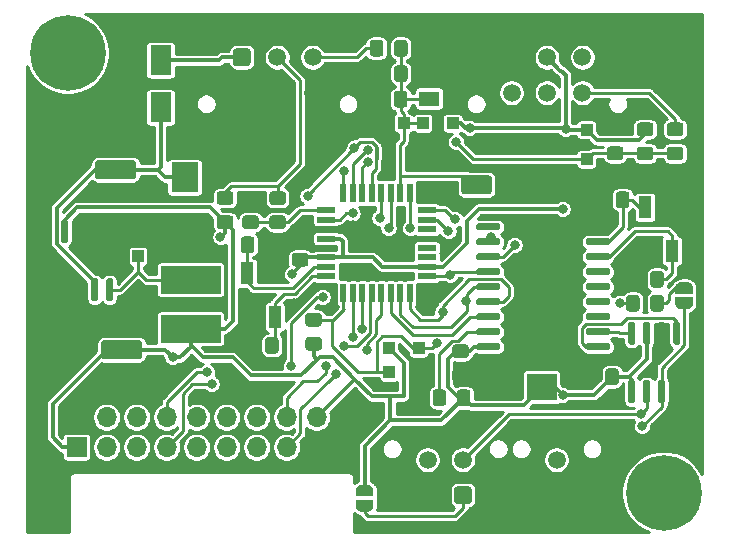
<source format=gbr>
%TF.GenerationSoftware,KiCad,Pcbnew,(5.1.6-0-10_14)*%
%TF.CreationDate,2021-03-12T18:27:13+01:00*%
%TF.ProjectId,CAN_Display,43414e5f-4469-4737-906c-61792e6b6963,rev?*%
%TF.SameCoordinates,Original*%
%TF.FileFunction,Copper,L1,Top*%
%TF.FilePolarity,Positive*%
%FSLAX46Y46*%
G04 Gerber Fmt 4.6, Leading zero omitted, Abs format (unit mm)*
G04 Created by KiCad (PCBNEW (5.1.6-0-10_14)) date 2021-03-12 18:27:13*
%MOMM*%
%LPD*%
G01*
G04 APERTURE LIST*
%TA.AperFunction,SMDPad,CuDef*%
%ADD10R,2.500000X2.300000*%
%TD*%
%TA.AperFunction,SMDPad,CuDef*%
%ADD11R,1.800000X2.500000*%
%TD*%
%TA.AperFunction,ComponentPad*%
%ADD12O,1.700000X1.700000*%
%TD*%
%TA.AperFunction,ComponentPad*%
%ADD13R,1.700000X1.700000*%
%TD*%
%TA.AperFunction,ComponentPad*%
%ADD14C,1.500000*%
%TD*%
%TA.AperFunction,SMDPad,CuDef*%
%ADD15R,1.000000X1.000000*%
%TD*%
%TA.AperFunction,SMDPad,CuDef*%
%ADD16R,1.100000X1.900000*%
%TD*%
%TA.AperFunction,SMDPad,CuDef*%
%ADD17C,0.100000*%
%TD*%
%TA.AperFunction,SMDPad,CuDef*%
%ADD18R,1.700000X1.300000*%
%TD*%
%TA.AperFunction,SMDPad,CuDef*%
%ADD19R,5.100000X2.350000*%
%TD*%
%TA.AperFunction,SMDPad,CuDef*%
%ADD20R,2.300000X2.500000*%
%TD*%
%TA.AperFunction,ComponentPad*%
%ADD21C,0.800000*%
%TD*%
%TA.AperFunction,ComponentPad*%
%ADD22C,6.400000*%
%TD*%
%TA.AperFunction,SMDPad,CuDef*%
%ADD23R,0.550000X1.600000*%
%TD*%
%TA.AperFunction,SMDPad,CuDef*%
%ADD24R,1.600000X0.550000*%
%TD*%
%TA.AperFunction,ViaPad*%
%ADD25C,0.800000*%
%TD*%
%TA.AperFunction,Conductor*%
%ADD26C,0.250000*%
%TD*%
%TA.AperFunction,Conductor*%
%ADD27C,0.350000*%
%TD*%
%TA.AperFunction,Conductor*%
%ADD28C,0.254000*%
%TD*%
G04 APERTURE END LIST*
%TO.P,U2,18*%
%TO.N,+5V*%
%TA.AperFunction,SMDPad,CuDef*%
G36*
G01*
X167444000Y-105641000D02*
X167444000Y-105941000D01*
G75*
G02*
X167294000Y-106091000I-150000J0D01*
G01*
X165544000Y-106091000D01*
G75*
G02*
X165394000Y-105941000I0J150000D01*
G01*
X165394000Y-105641000D01*
G75*
G02*
X165544000Y-105491000I150000J0D01*
G01*
X167294000Y-105491000D01*
G75*
G02*
X167444000Y-105641000I0J-150000D01*
G01*
G37*
%TD.AperFunction*%
%TO.P,U2,17*%
%TO.N,Net-(R4-Pad1)*%
%TA.AperFunction,SMDPad,CuDef*%
G36*
G01*
X167444000Y-104371000D02*
X167444000Y-104671000D01*
G75*
G02*
X167294000Y-104821000I-150000J0D01*
G01*
X165544000Y-104821000D01*
G75*
G02*
X165394000Y-104671000I0J150000D01*
G01*
X165394000Y-104371000D01*
G75*
G02*
X165544000Y-104221000I150000J0D01*
G01*
X167294000Y-104221000D01*
G75*
G02*
X167444000Y-104371000I0J-150000D01*
G01*
G37*
%TD.AperFunction*%
%TO.P,U2,16*%
%TO.N,SS*%
%TA.AperFunction,SMDPad,CuDef*%
G36*
G01*
X167444000Y-103101000D02*
X167444000Y-103401000D01*
G75*
G02*
X167294000Y-103551000I-150000J0D01*
G01*
X165544000Y-103551000D01*
G75*
G02*
X165394000Y-103401000I0J150000D01*
G01*
X165394000Y-103101000D01*
G75*
G02*
X165544000Y-102951000I150000J0D01*
G01*
X167294000Y-102951000D01*
G75*
G02*
X167444000Y-103101000I0J-150000D01*
G01*
G37*
%TD.AperFunction*%
%TO.P,U2,15*%
%TO.N,MISO*%
%TA.AperFunction,SMDPad,CuDef*%
G36*
G01*
X167444000Y-101831000D02*
X167444000Y-102131000D01*
G75*
G02*
X167294000Y-102281000I-150000J0D01*
G01*
X165544000Y-102281000D01*
G75*
G02*
X165394000Y-102131000I0J150000D01*
G01*
X165394000Y-101831000D01*
G75*
G02*
X165544000Y-101681000I150000J0D01*
G01*
X167294000Y-101681000D01*
G75*
G02*
X167444000Y-101831000I0J-150000D01*
G01*
G37*
%TD.AperFunction*%
%TO.P,U2,14*%
%TO.N,MOSI*%
%TA.AperFunction,SMDPad,CuDef*%
G36*
G01*
X167444000Y-100561000D02*
X167444000Y-100861000D01*
G75*
G02*
X167294000Y-101011000I-150000J0D01*
G01*
X165544000Y-101011000D01*
G75*
G02*
X165394000Y-100861000I0J150000D01*
G01*
X165394000Y-100561000D01*
G75*
G02*
X165544000Y-100411000I150000J0D01*
G01*
X167294000Y-100411000D01*
G75*
G02*
X167444000Y-100561000I0J-150000D01*
G01*
G37*
%TD.AperFunction*%
%TO.P,U2,13*%
%TO.N,SCK*%
%TA.AperFunction,SMDPad,CuDef*%
G36*
G01*
X167444000Y-99291000D02*
X167444000Y-99591000D01*
G75*
G02*
X167294000Y-99741000I-150000J0D01*
G01*
X165544000Y-99741000D01*
G75*
G02*
X165394000Y-99591000I0J150000D01*
G01*
X165394000Y-99291000D01*
G75*
G02*
X165544000Y-99141000I150000J0D01*
G01*
X167294000Y-99141000D01*
G75*
G02*
X167444000Y-99291000I0J-150000D01*
G01*
G37*
%TD.AperFunction*%
%TO.P,U2,12*%
%TO.N,D2*%
%TA.AperFunction,SMDPad,CuDef*%
G36*
G01*
X167444000Y-98021000D02*
X167444000Y-98321000D01*
G75*
G02*
X167294000Y-98471000I-150000J0D01*
G01*
X165544000Y-98471000D01*
G75*
G02*
X165394000Y-98321000I0J150000D01*
G01*
X165394000Y-98021000D01*
G75*
G02*
X165544000Y-97871000I150000J0D01*
G01*
X167294000Y-97871000D01*
G75*
G02*
X167444000Y-98021000I0J-150000D01*
G01*
G37*
%TD.AperFunction*%
%TO.P,U2,11*%
%TO.N,N/C*%
%TA.AperFunction,SMDPad,CuDef*%
G36*
G01*
X167444000Y-96751000D02*
X167444000Y-97051000D01*
G75*
G02*
X167294000Y-97201000I-150000J0D01*
G01*
X165544000Y-97201000D01*
G75*
G02*
X165394000Y-97051000I0J150000D01*
G01*
X165394000Y-96751000D01*
G75*
G02*
X165544000Y-96601000I150000J0D01*
G01*
X167294000Y-96601000D01*
G75*
G02*
X167444000Y-96751000I0J-150000D01*
G01*
G37*
%TD.AperFunction*%
%TO.P,U2,10*%
%TA.AperFunction,SMDPad,CuDef*%
G36*
G01*
X167444000Y-95481000D02*
X167444000Y-95781000D01*
G75*
G02*
X167294000Y-95931000I-150000J0D01*
G01*
X165544000Y-95931000D01*
G75*
G02*
X165394000Y-95781000I0J150000D01*
G01*
X165394000Y-95481000D01*
G75*
G02*
X165544000Y-95331000I150000J0D01*
G01*
X167294000Y-95331000D01*
G75*
G02*
X167444000Y-95481000I0J-150000D01*
G01*
G37*
%TD.AperFunction*%
%TO.P,U2,9*%
%TO.N,GND*%
%TA.AperFunction,SMDPad,CuDef*%
G36*
G01*
X176744000Y-95481000D02*
X176744000Y-95781000D01*
G75*
G02*
X176594000Y-95931000I-150000J0D01*
G01*
X174844000Y-95931000D01*
G75*
G02*
X174694000Y-95781000I0J150000D01*
G01*
X174694000Y-95481000D01*
G75*
G02*
X174844000Y-95331000I150000J0D01*
G01*
X176594000Y-95331000D01*
G75*
G02*
X176744000Y-95481000I0J-150000D01*
G01*
G37*
%TD.AperFunction*%
%TO.P,U2,8*%
%TO.N,Net-(C3-Pad1)*%
%TA.AperFunction,SMDPad,CuDef*%
G36*
G01*
X176744000Y-96751000D02*
X176744000Y-97051000D01*
G75*
G02*
X176594000Y-97201000I-150000J0D01*
G01*
X174844000Y-97201000D01*
G75*
G02*
X174694000Y-97051000I0J150000D01*
G01*
X174694000Y-96751000D01*
G75*
G02*
X174844000Y-96601000I150000J0D01*
G01*
X176594000Y-96601000D01*
G75*
G02*
X176744000Y-96751000I0J-150000D01*
G01*
G37*
%TD.AperFunction*%
%TO.P,U2,7*%
%TO.N,Net-(C4-Pad1)*%
%TA.AperFunction,SMDPad,CuDef*%
G36*
G01*
X176744000Y-98021000D02*
X176744000Y-98321000D01*
G75*
G02*
X176594000Y-98471000I-150000J0D01*
G01*
X174844000Y-98471000D01*
G75*
G02*
X174694000Y-98321000I0J150000D01*
G01*
X174694000Y-98021000D01*
G75*
G02*
X174844000Y-97871000I150000J0D01*
G01*
X176594000Y-97871000D01*
G75*
G02*
X176744000Y-98021000I0J-150000D01*
G01*
G37*
%TD.AperFunction*%
%TO.P,U2,6*%
%TO.N,N/C*%
%TA.AperFunction,SMDPad,CuDef*%
G36*
G01*
X176744000Y-99291000D02*
X176744000Y-99591000D01*
G75*
G02*
X176594000Y-99741000I-150000J0D01*
G01*
X174844000Y-99741000D01*
G75*
G02*
X174694000Y-99591000I0J150000D01*
G01*
X174694000Y-99291000D01*
G75*
G02*
X174844000Y-99141000I150000J0D01*
G01*
X176594000Y-99141000D01*
G75*
G02*
X176744000Y-99291000I0J-150000D01*
G01*
G37*
%TD.AperFunction*%
%TO.P,U2,5*%
%TA.AperFunction,SMDPad,CuDef*%
G36*
G01*
X176744000Y-100561000D02*
X176744000Y-100861000D01*
G75*
G02*
X176594000Y-101011000I-150000J0D01*
G01*
X174844000Y-101011000D01*
G75*
G02*
X174694000Y-100861000I0J150000D01*
G01*
X174694000Y-100561000D01*
G75*
G02*
X174844000Y-100411000I150000J0D01*
G01*
X176594000Y-100411000D01*
G75*
G02*
X176744000Y-100561000I0J-150000D01*
G01*
G37*
%TD.AperFunction*%
%TO.P,U2,4*%
%TA.AperFunction,SMDPad,CuDef*%
G36*
G01*
X176744000Y-101831000D02*
X176744000Y-102131000D01*
G75*
G02*
X176594000Y-102281000I-150000J0D01*
G01*
X174844000Y-102281000D01*
G75*
G02*
X174694000Y-102131000I0J150000D01*
G01*
X174694000Y-101831000D01*
G75*
G02*
X174844000Y-101681000I150000J0D01*
G01*
X176594000Y-101681000D01*
G75*
G02*
X176744000Y-101831000I0J-150000D01*
G01*
G37*
%TD.AperFunction*%
%TO.P,U2,3*%
%TA.AperFunction,SMDPad,CuDef*%
G36*
G01*
X176744000Y-103101000D02*
X176744000Y-103401000D01*
G75*
G02*
X176594000Y-103551000I-150000J0D01*
G01*
X174844000Y-103551000D01*
G75*
G02*
X174694000Y-103401000I0J150000D01*
G01*
X174694000Y-103101000D01*
G75*
G02*
X174844000Y-102951000I150000J0D01*
G01*
X176594000Y-102951000D01*
G75*
G02*
X176744000Y-103101000I0J-150000D01*
G01*
G37*
%TD.AperFunction*%
%TO.P,U2,2*%
%TO.N,Net-(U2-Pad2)*%
%TA.AperFunction,SMDPad,CuDef*%
G36*
G01*
X176744000Y-104371000D02*
X176744000Y-104671000D01*
G75*
G02*
X176594000Y-104821000I-150000J0D01*
G01*
X174844000Y-104821000D01*
G75*
G02*
X174694000Y-104671000I0J150000D01*
G01*
X174694000Y-104371000D01*
G75*
G02*
X174844000Y-104221000I150000J0D01*
G01*
X176594000Y-104221000D01*
G75*
G02*
X176744000Y-104371000I0J-150000D01*
G01*
G37*
%TD.AperFunction*%
%TO.P,U2,1*%
%TO.N,Net-(U2-Pad1)*%
%TA.AperFunction,SMDPad,CuDef*%
G36*
G01*
X176744000Y-105641000D02*
X176744000Y-105941000D01*
G75*
G02*
X176594000Y-106091000I-150000J0D01*
G01*
X174844000Y-106091000D01*
G75*
G02*
X174694000Y-105941000I0J150000D01*
G01*
X174694000Y-105641000D01*
G75*
G02*
X174844000Y-105491000I150000J0D01*
G01*
X176594000Y-105491000D01*
G75*
G02*
X176744000Y-105641000I0J-150000D01*
G01*
G37*
%TD.AperFunction*%
%TD*%
D10*
%TO.P,D10,2*%
%TO.N,GND*%
X166642000Y-109220000D03*
%TO.P,D10,1*%
%TO.N,+5V*%
X170942000Y-109220000D03*
%TD*%
D11*
%TO.P,D4,2*%
%TO.N,+12V*%
X138684000Y-81534000D03*
%TO.P,D4,1*%
%TO.N,Net-(C9-Pad1)*%
X138684000Y-85534000D03*
%TD*%
D12*
%TO.P,J1,18*%
%TO.N,+5V*%
X151892000Y-111760000D03*
%TO.P,J1,17*%
%TO.N,GND*%
X151892000Y-114300000D03*
%TO.P,J1,16*%
%TO.N,SCL*%
X149352000Y-111760000D03*
%TO.P,J1,15*%
%TO.N,SDA*%
X149352000Y-114300000D03*
%TO.P,J1,14*%
%TO.N,D4*%
X146812000Y-111760000D03*
%TO.P,J1,13*%
%TO.N,A2*%
X146812000Y-114300000D03*
%TO.P,J1,12*%
%TO.N,A1*%
X144272000Y-111760000D03*
%TO.P,J1,11*%
%TO.N,A0*%
X144272000Y-114300000D03*
%TO.P,J1,10*%
%TO.N,D6*%
X141732000Y-111760000D03*
%TO.P,J1,9*%
%TO.N,D7*%
X141732000Y-114300000D03*
%TO.P,J1,8*%
%TO.N,D8*%
X139192000Y-111760000D03*
%TO.P,J1,7*%
%TO.N,D9*%
X139192000Y-114300000D03*
%TO.P,J1,6*%
%TO.N,RESET*%
X136652000Y-111760000D03*
%TO.P,J1,5*%
%TO.N,SCK*%
X136652000Y-114300000D03*
%TO.P,J1,4*%
%TO.N,MOSI*%
X134112000Y-111760000D03*
%TO.P,J1,3*%
%TO.N,MISO*%
X134112000Y-114300000D03*
%TO.P,J1,2*%
%TO.N,GND*%
X131572000Y-111760000D03*
D13*
%TO.P,J1,1*%
%TO.N,+5V*%
X131572000Y-114300000D03*
%TD*%
D14*
%TO.P,J2,6*%
%TO.N,Net-(C5-Pad1)*%
X174402000Y-84280000D03*
%TO.P,J2,5*%
%TO.N,RXD*%
X171402000Y-84280000D03*
%TO.P,J2,4*%
%TO.N,TXD*%
X168402000Y-84280000D03*
%TO.P,J2,3*%
%TO.N,N/C*%
X174402000Y-81280000D03*
%TO.P,J2,2*%
%TO.N,+5V*%
X171402000Y-81280000D03*
%TO.P,J2,1*%
%TO.N,GND*%
%TA.AperFunction,ComponentPad*%
G36*
G01*
X167652000Y-81780000D02*
X167652000Y-80780000D01*
G75*
G02*
X167902000Y-80530000I250000J0D01*
G01*
X168902000Y-80530000D01*
G75*
G02*
X169152000Y-80780000I0J-250000D01*
G01*
X169152000Y-81780000D01*
G75*
G02*
X168902000Y-82030000I-250000J0D01*
G01*
X167902000Y-82030000D01*
G75*
G02*
X167652000Y-81780000I0J250000D01*
G01*
G37*
%TD.AperFunction*%
%TD*%
%TO.P,J5,2*%
%TO.N,D5*%
X172212000Y-115364000D03*
%TO.P,J5,1*%
%TO.N,GND*%
%TA.AperFunction,ComponentPad*%
G36*
G01*
X172962000Y-117864000D02*
X172962000Y-118864000D01*
G75*
G02*
X172712000Y-119114000I-250000J0D01*
G01*
X171712000Y-119114000D01*
G75*
G02*
X171462000Y-118864000I0J250000D01*
G01*
X171462000Y-117864000D01*
G75*
G02*
X171712000Y-117614000I250000J0D01*
G01*
X172712000Y-117614000D01*
G75*
G02*
X172962000Y-117864000I0J-250000D01*
G01*
G37*
%TD.AperFunction*%
%TD*%
D15*
%TO.P,D9,2*%
%TO.N,GND*%
X160528000Y-107950000D03*
%TO.P,D9,1*%
%TO.N,D5*%
X158028000Y-107950000D03*
%TD*%
%TO.P,D8,2*%
%TO.N,D5*%
X160528000Y-105918000D03*
%TO.P,D8,1*%
%TO.N,+5V*%
X158028000Y-105918000D03*
%TD*%
%TO.P,D7,2*%
%TO.N,GND*%
X156758000Y-86868000D03*
%TO.P,D7,1*%
%TO.N,A3*%
X159258000Y-86868000D03*
%TD*%
%TO.P,D5,2*%
%TO.N,A3*%
X160909000Y-86868000D03*
%TO.P,D5,1*%
%TO.N,+5V*%
X163409000Y-86868000D03*
%TD*%
%TO.P,D3,2*%
%TO.N,RESET*%
X174752000Y-89916000D03*
%TO.P,D3,1*%
%TO.N,+5V*%
X174752000Y-87416000D03*
%TD*%
%TO.P,D2,2*%
%TO.N,GND*%
X136779000Y-95631000D03*
%TO.P,D2,1*%
%TO.N,Net-(D2-Pad1)*%
X136779000Y-98131000D03*
%TD*%
D16*
%TO.P,Y2,4*%
%TO.N,GND*%
X181991000Y-93980000D03*
%TO.P,Y2,3*%
%TO.N,Net-(C4-Pad1)*%
X181991000Y-97680000D03*
%TO.P,Y2,2*%
%TO.N,GND*%
X179691000Y-97680000D03*
%TO.P,Y2,1*%
%TO.N,Net-(C3-Pad1)*%
X179691000Y-93980000D03*
%TD*%
%TO.P,Y1,4*%
%TO.N,GND*%
X148336000Y-99568000D03*
%TO.P,Y1,3*%
%TO.N,Net-(C2-Pad2)*%
X148336000Y-103268000D03*
%TO.P,Y1,2*%
%TO.N,GND*%
X146036000Y-103268000D03*
%TO.P,Y1,1*%
%TO.N,Net-(C1-Pad2)*%
X146036000Y-99568000D03*
%TD*%
%TA.AperFunction,SMDPad,CuDef*%
D17*
%TO.P,JP2,2*%
%TO.N,Net-(J3-Pad1)*%
G36*
X156705398Y-119268000D02*
G01*
X156705398Y-119292534D01*
X156700588Y-119341365D01*
X156691016Y-119389490D01*
X156676772Y-119436445D01*
X156657995Y-119481778D01*
X156634864Y-119525051D01*
X156607604Y-119565850D01*
X156576476Y-119603779D01*
X156541779Y-119638476D01*
X156503850Y-119669604D01*
X156463051Y-119696864D01*
X156419778Y-119719995D01*
X156374445Y-119738772D01*
X156327490Y-119753016D01*
X156279365Y-119762588D01*
X156230534Y-119767398D01*
X156206000Y-119767398D01*
X156206000Y-119768000D01*
X155706000Y-119768000D01*
X155706000Y-119767398D01*
X155681466Y-119767398D01*
X155632635Y-119762588D01*
X155584510Y-119753016D01*
X155537555Y-119738772D01*
X155492222Y-119719995D01*
X155448949Y-119696864D01*
X155408150Y-119669604D01*
X155370221Y-119638476D01*
X155335524Y-119603779D01*
X155304396Y-119565850D01*
X155277136Y-119525051D01*
X155254005Y-119481778D01*
X155235228Y-119436445D01*
X155220984Y-119389490D01*
X155211412Y-119341365D01*
X155206602Y-119292534D01*
X155206602Y-119268000D01*
X155206000Y-119268000D01*
X155206000Y-118768000D01*
X156706000Y-118768000D01*
X156706000Y-119268000D01*
X156705398Y-119268000D01*
G37*
%TD.AperFunction*%
%TA.AperFunction,SMDPad,CuDef*%
%TO.P,JP2,1*%
%TO.N,+5V*%
G36*
X155206000Y-118468000D02*
G01*
X155206000Y-117968000D01*
X155206602Y-117968000D01*
X155206602Y-117943466D01*
X155211412Y-117894635D01*
X155220984Y-117846510D01*
X155235228Y-117799555D01*
X155254005Y-117754222D01*
X155277136Y-117710949D01*
X155304396Y-117670150D01*
X155335524Y-117632221D01*
X155370221Y-117597524D01*
X155408150Y-117566396D01*
X155448949Y-117539136D01*
X155492222Y-117516005D01*
X155537555Y-117497228D01*
X155584510Y-117482984D01*
X155632635Y-117473412D01*
X155681466Y-117468602D01*
X155706000Y-117468602D01*
X155706000Y-117468000D01*
X156206000Y-117468000D01*
X156206000Y-117468602D01*
X156230534Y-117468602D01*
X156279365Y-117473412D01*
X156327490Y-117482984D01*
X156374445Y-117497228D01*
X156419778Y-117516005D01*
X156463051Y-117539136D01*
X156503850Y-117566396D01*
X156541779Y-117597524D01*
X156576476Y-117632221D01*
X156607604Y-117670150D01*
X156634864Y-117710949D01*
X156657995Y-117754222D01*
X156676772Y-117799555D01*
X156691016Y-117846510D01*
X156700588Y-117894635D01*
X156705398Y-117943466D01*
X156705398Y-117968000D01*
X156706000Y-117968000D01*
X156706000Y-118468000D01*
X155206000Y-118468000D01*
G37*
%TD.AperFunction*%
%TD*%
D14*
%TO.P,J4,6*%
%TO.N,GND*%
X151559000Y-84280000D03*
%TO.P,J4,5*%
X148559000Y-84280000D03*
%TO.P,J4,4*%
X145559000Y-84280000D03*
%TO.P,J4,3*%
%TO.N,IN1*%
X151559000Y-81280000D03*
%TO.P,J4,2*%
%TO.N,KEY*%
X148559000Y-81280000D03*
%TO.P,J4,1*%
%TO.N,+12V*%
%TA.AperFunction,ComponentPad*%
G36*
G01*
X144809000Y-81780000D02*
X144809000Y-80780000D01*
G75*
G02*
X145059000Y-80530000I250000J0D01*
G01*
X146059000Y-80530000D01*
G75*
G02*
X146309000Y-80780000I0J-250000D01*
G01*
X146309000Y-81780000D01*
G75*
G02*
X146059000Y-82030000I-250000J0D01*
G01*
X145059000Y-82030000D01*
G75*
G02*
X144809000Y-81780000I0J250000D01*
G01*
G37*
%TD.AperFunction*%
%TD*%
%TO.P,R8,2*%
%TO.N,GND*%
%TA.AperFunction,SMDPad,CuDef*%
G36*
G01*
X157547000Y-82226999D02*
X157547000Y-83127001D01*
G75*
G02*
X157297001Y-83377000I-249999J0D01*
G01*
X156646999Y-83377000D01*
G75*
G02*
X156397000Y-83127001I0J249999D01*
G01*
X156397000Y-82226999D01*
G75*
G02*
X156646999Y-81977000I249999J0D01*
G01*
X157297001Y-81977000D01*
G75*
G02*
X157547000Y-82226999I0J-249999D01*
G01*
G37*
%TD.AperFunction*%
%TO.P,R8,1*%
%TO.N,A3*%
%TA.AperFunction,SMDPad,CuDef*%
G36*
G01*
X159597000Y-82226999D02*
X159597000Y-83127001D01*
G75*
G02*
X159347001Y-83377000I-249999J0D01*
G01*
X158696999Y-83377000D01*
G75*
G02*
X158447000Y-83127001I0J249999D01*
G01*
X158447000Y-82226999D01*
G75*
G02*
X158696999Y-81977000I249999J0D01*
G01*
X159347001Y-81977000D01*
G75*
G02*
X159597000Y-82226999I0J-249999D01*
G01*
G37*
%TD.AperFunction*%
%TD*%
%TO.P,R7,2*%
%TO.N,IN1*%
%TA.AperFunction,SMDPad,CuDef*%
G36*
G01*
X157547000Y-80067999D02*
X157547000Y-80968001D01*
G75*
G02*
X157297001Y-81218000I-249999J0D01*
G01*
X156646999Y-81218000D01*
G75*
G02*
X156397000Y-80968001I0J249999D01*
G01*
X156397000Y-80067999D01*
G75*
G02*
X156646999Y-79818000I249999J0D01*
G01*
X157297001Y-79818000D01*
G75*
G02*
X157547000Y-80067999I0J-249999D01*
G01*
G37*
%TD.AperFunction*%
%TO.P,R7,1*%
%TO.N,A3*%
%TA.AperFunction,SMDPad,CuDef*%
G36*
G01*
X159597000Y-80067999D02*
X159597000Y-80968001D01*
G75*
G02*
X159347001Y-81218000I-249999J0D01*
G01*
X158696999Y-81218000D01*
G75*
G02*
X158447000Y-80968001I0J249999D01*
G01*
X158447000Y-80067999D01*
G75*
G02*
X158696999Y-79818000I249999J0D01*
G01*
X159347001Y-79818000D01*
G75*
G02*
X159597000Y-80067999I0J-249999D01*
G01*
G37*
%TD.AperFunction*%
%TD*%
D18*
%TO.P,D6,2*%
%TO.N,GND*%
X161417000Y-81280000D03*
%TO.P,D6,1*%
%TO.N,A3*%
X161417000Y-84780000D03*
%TD*%
%TO.P,C15,2*%
%TO.N,GND*%
%TA.AperFunction,SMDPad,CuDef*%
G36*
G01*
X167737000Y-92625000D02*
X167737000Y-91525000D01*
G75*
G02*
X167987000Y-91275000I250000J0D01*
G01*
X170087000Y-91275000D01*
G75*
G02*
X170337000Y-91525000I0J-250000D01*
G01*
X170337000Y-92625000D01*
G75*
G02*
X170087000Y-92875000I-250000J0D01*
G01*
X167987000Y-92875000D01*
G75*
G02*
X167737000Y-92625000I0J250000D01*
G01*
G37*
%TD.AperFunction*%
%TO.P,C15,1*%
%TO.N,A3*%
%TA.AperFunction,SMDPad,CuDef*%
G36*
G01*
X164137000Y-92625000D02*
X164137000Y-91525000D01*
G75*
G02*
X164387000Y-91275000I250000J0D01*
G01*
X166487000Y-91275000D01*
G75*
G02*
X166737000Y-91525000I0J-250000D01*
G01*
X166737000Y-92625000D01*
G75*
G02*
X166487000Y-92875000I-250000J0D01*
G01*
X164387000Y-92875000D01*
G75*
G02*
X164137000Y-92625000I0J250000D01*
G01*
G37*
%TD.AperFunction*%
%TD*%
%TO.P,C13,2*%
%TO.N,GND*%
%TA.AperFunction,SMDPad,CuDef*%
G36*
G01*
X157529000Y-84385999D02*
X157529000Y-85286001D01*
G75*
G02*
X157279001Y-85536000I-249999J0D01*
G01*
X156628999Y-85536000D01*
G75*
G02*
X156379000Y-85286001I0J249999D01*
G01*
X156379000Y-84385999D01*
G75*
G02*
X156628999Y-84136000I249999J0D01*
G01*
X157279001Y-84136000D01*
G75*
G02*
X157529000Y-84385999I0J-249999D01*
G01*
G37*
%TD.AperFunction*%
%TO.P,C13,1*%
%TO.N,A3*%
%TA.AperFunction,SMDPad,CuDef*%
G36*
G01*
X159579000Y-84385999D02*
X159579000Y-85286001D01*
G75*
G02*
X159329001Y-85536000I-249999J0D01*
G01*
X158678999Y-85536000D01*
G75*
G02*
X158429000Y-85286001I0J249999D01*
G01*
X158429000Y-84385999D01*
G75*
G02*
X158678999Y-84136000I249999J0D01*
G01*
X159329001Y-84136000D01*
G75*
G02*
X159579000Y-84385999I0J-249999D01*
G01*
G37*
%TD.AperFunction*%
%TD*%
%TO.P,U4,8*%
%TO.N,Net-(D2-Pad1)*%
%TA.AperFunction,SMDPad,CuDef*%
G36*
G01*
X134216000Y-99990000D02*
X134516000Y-99990000D01*
G75*
G02*
X134666000Y-100140000I0J-150000D01*
G01*
X134666000Y-101790000D01*
G75*
G02*
X134516000Y-101940000I-150000J0D01*
G01*
X134216000Y-101940000D01*
G75*
G02*
X134066000Y-101790000I0J150000D01*
G01*
X134066000Y-100140000D01*
G75*
G02*
X134216000Y-99990000I150000J0D01*
G01*
G37*
%TD.AperFunction*%
%TO.P,U4,7*%
%TO.N,Net-(C9-Pad1)*%
%TA.AperFunction,SMDPad,CuDef*%
G36*
G01*
X132946000Y-99990000D02*
X133246000Y-99990000D01*
G75*
G02*
X133396000Y-100140000I0J-150000D01*
G01*
X133396000Y-101790000D01*
G75*
G02*
X133246000Y-101940000I-150000J0D01*
G01*
X132946000Y-101940000D01*
G75*
G02*
X132796000Y-101790000I0J150000D01*
G01*
X132796000Y-100140000D01*
G75*
G02*
X132946000Y-99990000I150000J0D01*
G01*
G37*
%TD.AperFunction*%
%TO.P,U4,6*%
%TO.N,GND*%
%TA.AperFunction,SMDPad,CuDef*%
G36*
G01*
X131676000Y-99990000D02*
X131976000Y-99990000D01*
G75*
G02*
X132126000Y-100140000I0J-150000D01*
G01*
X132126000Y-101790000D01*
G75*
G02*
X131976000Y-101940000I-150000J0D01*
G01*
X131676000Y-101940000D01*
G75*
G02*
X131526000Y-101790000I0J150000D01*
G01*
X131526000Y-100140000D01*
G75*
G02*
X131676000Y-99990000I150000J0D01*
G01*
G37*
%TD.AperFunction*%
%TO.P,U4,5*%
%TA.AperFunction,SMDPad,CuDef*%
G36*
G01*
X130406000Y-99990000D02*
X130706000Y-99990000D01*
G75*
G02*
X130856000Y-100140000I0J-150000D01*
G01*
X130856000Y-101790000D01*
G75*
G02*
X130706000Y-101940000I-150000J0D01*
G01*
X130406000Y-101940000D01*
G75*
G02*
X130256000Y-101790000I0J150000D01*
G01*
X130256000Y-100140000D01*
G75*
G02*
X130406000Y-99990000I150000J0D01*
G01*
G37*
%TD.AperFunction*%
%TO.P,U4,4*%
%TO.N,+5V*%
%TA.AperFunction,SMDPad,CuDef*%
G36*
G01*
X130406000Y-95040000D02*
X130706000Y-95040000D01*
G75*
G02*
X130856000Y-95190000I0J-150000D01*
G01*
X130856000Y-96840000D01*
G75*
G02*
X130706000Y-96990000I-150000J0D01*
G01*
X130406000Y-96990000D01*
G75*
G02*
X130256000Y-96840000I0J150000D01*
G01*
X130256000Y-95190000D01*
G75*
G02*
X130406000Y-95040000I150000J0D01*
G01*
G37*
%TD.AperFunction*%
%TO.P,U4,3*%
%TO.N,GND*%
%TA.AperFunction,SMDPad,CuDef*%
G36*
G01*
X131676000Y-95040000D02*
X131976000Y-95040000D01*
G75*
G02*
X132126000Y-95190000I0J-150000D01*
G01*
X132126000Y-96840000D01*
G75*
G02*
X131976000Y-96990000I-150000J0D01*
G01*
X131676000Y-96990000D01*
G75*
G02*
X131526000Y-96840000I0J150000D01*
G01*
X131526000Y-95190000D01*
G75*
G02*
X131676000Y-95040000I150000J0D01*
G01*
G37*
%TD.AperFunction*%
%TO.P,U4,2*%
%TA.AperFunction,SMDPad,CuDef*%
G36*
G01*
X132946000Y-95040000D02*
X133246000Y-95040000D01*
G75*
G02*
X133396000Y-95190000I0J-150000D01*
G01*
X133396000Y-96840000D01*
G75*
G02*
X133246000Y-96990000I-150000J0D01*
G01*
X132946000Y-96990000D01*
G75*
G02*
X132796000Y-96840000I0J150000D01*
G01*
X132796000Y-95190000D01*
G75*
G02*
X132946000Y-95040000I150000J0D01*
G01*
G37*
%TD.AperFunction*%
%TO.P,U4,1*%
%TA.AperFunction,SMDPad,CuDef*%
G36*
G01*
X134216000Y-95040000D02*
X134516000Y-95040000D01*
G75*
G02*
X134666000Y-95190000I0J-150000D01*
G01*
X134666000Y-96840000D01*
G75*
G02*
X134516000Y-96990000I-150000J0D01*
G01*
X134216000Y-96990000D01*
G75*
G02*
X134066000Y-96840000I0J150000D01*
G01*
X134066000Y-95190000D01*
G75*
G02*
X134216000Y-95040000I150000J0D01*
G01*
G37*
%TD.AperFunction*%
%TD*%
D19*
%TO.P,L1,2*%
%TO.N,+5V*%
X141224000Y-104267000D03*
%TO.P,L1,1*%
%TO.N,Net-(D2-Pad1)*%
X141224000Y-100117000D03*
%TD*%
D20*
%TO.P,D1,2*%
%TO.N,GND*%
X140716000Y-95758000D03*
%TO.P,D1,1*%
%TO.N,Net-(C9-Pad1)*%
X140716000Y-91458000D03*
%TD*%
%TO.P,C10,2*%
%TO.N,GND*%
%TA.AperFunction,SMDPad,CuDef*%
G36*
G01*
X131732000Y-105495000D02*
X131732000Y-106595000D01*
G75*
G02*
X131482000Y-106845000I-250000J0D01*
G01*
X128482000Y-106845000D01*
G75*
G02*
X128232000Y-106595000I0J250000D01*
G01*
X128232000Y-105495000D01*
G75*
G02*
X128482000Y-105245000I250000J0D01*
G01*
X131482000Y-105245000D01*
G75*
G02*
X131732000Y-105495000I0J-250000D01*
G01*
G37*
%TD.AperFunction*%
%TO.P,C10,1*%
%TO.N,+5V*%
%TA.AperFunction,SMDPad,CuDef*%
G36*
G01*
X137132000Y-105495000D02*
X137132000Y-106595000D01*
G75*
G02*
X136882000Y-106845000I-250000J0D01*
G01*
X133882000Y-106845000D01*
G75*
G02*
X133632000Y-106595000I0J250000D01*
G01*
X133632000Y-105495000D01*
G75*
G02*
X133882000Y-105245000I250000J0D01*
G01*
X136882000Y-105245000D01*
G75*
G02*
X137132000Y-105495000I0J-250000D01*
G01*
G37*
%TD.AperFunction*%
%TD*%
%TO.P,C9,2*%
%TO.N,GND*%
%TA.AperFunction,SMDPad,CuDef*%
G36*
G01*
X131224000Y-90255000D02*
X131224000Y-91355000D01*
G75*
G02*
X130974000Y-91605000I-250000J0D01*
G01*
X127974000Y-91605000D01*
G75*
G02*
X127724000Y-91355000I0J250000D01*
G01*
X127724000Y-90255000D01*
G75*
G02*
X127974000Y-90005000I250000J0D01*
G01*
X130974000Y-90005000D01*
G75*
G02*
X131224000Y-90255000I0J-250000D01*
G01*
G37*
%TD.AperFunction*%
%TO.P,C9,1*%
%TO.N,Net-(C9-Pad1)*%
%TA.AperFunction,SMDPad,CuDef*%
G36*
G01*
X136624000Y-90255000D02*
X136624000Y-91355000D01*
G75*
G02*
X136374000Y-91605000I-250000J0D01*
G01*
X133374000Y-91605000D01*
G75*
G02*
X133124000Y-91355000I0J250000D01*
G01*
X133124000Y-90255000D01*
G75*
G02*
X133374000Y-90005000I250000J0D01*
G01*
X136374000Y-90005000D01*
G75*
G02*
X136624000Y-90255000I0J-250000D01*
G01*
G37*
%TD.AperFunction*%
%TD*%
%TO.P,C12,2*%
%TO.N,RESET*%
%TA.AperFunction,SMDPad,CuDef*%
G36*
G01*
X176714999Y-88833000D02*
X177615001Y-88833000D01*
G75*
G02*
X177865000Y-89082999I0J-249999D01*
G01*
X177865000Y-89733001D01*
G75*
G02*
X177615001Y-89983000I-249999J0D01*
G01*
X176714999Y-89983000D01*
G75*
G02*
X176465000Y-89733001I0J249999D01*
G01*
X176465000Y-89082999D01*
G75*
G02*
X176714999Y-88833000I249999J0D01*
G01*
G37*
%TD.AperFunction*%
%TO.P,C12,1*%
%TO.N,GND*%
%TA.AperFunction,SMDPad,CuDef*%
G36*
G01*
X176714999Y-86783000D02*
X177615001Y-86783000D01*
G75*
G02*
X177865000Y-87032999I0J-249999D01*
G01*
X177865000Y-87683001D01*
G75*
G02*
X177615001Y-87933000I-249999J0D01*
G01*
X176714999Y-87933000D01*
G75*
G02*
X176465000Y-87683001I0J249999D01*
G01*
X176465000Y-87032999D01*
G75*
G02*
X176714999Y-86783000I249999J0D01*
G01*
G37*
%TD.AperFunction*%
%TD*%
%TO.P,R6,2*%
%TO.N,+5V*%
%TA.AperFunction,SMDPad,CuDef*%
G36*
G01*
X143694999Y-94675000D02*
X144595001Y-94675000D01*
G75*
G02*
X144845000Y-94924999I0J-249999D01*
G01*
X144845000Y-95575001D01*
G75*
G02*
X144595001Y-95825000I-249999J0D01*
G01*
X143694999Y-95825000D01*
G75*
G02*
X143445000Y-95575001I0J249999D01*
G01*
X143445000Y-94924999D01*
G75*
G02*
X143694999Y-94675000I249999J0D01*
G01*
G37*
%TD.AperFunction*%
%TO.P,R6,1*%
%TO.N,KEY*%
%TA.AperFunction,SMDPad,CuDef*%
G36*
G01*
X143694999Y-92625000D02*
X144595001Y-92625000D01*
G75*
G02*
X144845000Y-92874999I0J-249999D01*
G01*
X144845000Y-93525001D01*
G75*
G02*
X144595001Y-93775000I-249999J0D01*
G01*
X143694999Y-93775000D01*
G75*
G02*
X143445000Y-93525001I0J249999D01*
G01*
X143445000Y-92874999D01*
G75*
G02*
X143694999Y-92625000I249999J0D01*
G01*
G37*
%TD.AperFunction*%
%TD*%
%TO.P,R5,2*%
%TO.N,D3*%
%TA.AperFunction,SMDPad,CuDef*%
G36*
G01*
X148139999Y-94675000D02*
X149040001Y-94675000D01*
G75*
G02*
X149290000Y-94924999I0J-249999D01*
G01*
X149290000Y-95575001D01*
G75*
G02*
X149040001Y-95825000I-249999J0D01*
G01*
X148139999Y-95825000D01*
G75*
G02*
X147890000Y-95575001I0J249999D01*
G01*
X147890000Y-94924999D01*
G75*
G02*
X148139999Y-94675000I249999J0D01*
G01*
G37*
%TD.AperFunction*%
%TO.P,R5,1*%
%TO.N,KEY*%
%TA.AperFunction,SMDPad,CuDef*%
G36*
G01*
X148139999Y-92625000D02*
X149040001Y-92625000D01*
G75*
G02*
X149290000Y-92874999I0J-249999D01*
G01*
X149290000Y-93525001D01*
G75*
G02*
X149040001Y-93775000I-249999J0D01*
G01*
X148139999Y-93775000D01*
G75*
G02*
X147890000Y-93525001I0J249999D01*
G01*
X147890000Y-92874999D01*
G75*
G02*
X148139999Y-92625000I249999J0D01*
G01*
G37*
%TD.AperFunction*%
%TD*%
%TO.P,C11,2*%
%TO.N,GND*%
%TA.AperFunction,SMDPad,CuDef*%
G36*
G01*
X146754001Y-93775000D02*
X145853999Y-93775000D01*
G75*
G02*
X145604000Y-93525001I0J249999D01*
G01*
X145604000Y-92874999D01*
G75*
G02*
X145853999Y-92625000I249999J0D01*
G01*
X146754001Y-92625000D01*
G75*
G02*
X147004000Y-92874999I0J-249999D01*
G01*
X147004000Y-93525001D01*
G75*
G02*
X146754001Y-93775000I-249999J0D01*
G01*
G37*
%TD.AperFunction*%
%TO.P,C11,1*%
%TO.N,D3*%
%TA.AperFunction,SMDPad,CuDef*%
G36*
G01*
X146754001Y-95825000D02*
X145853999Y-95825000D01*
G75*
G02*
X145604000Y-95575001I0J249999D01*
G01*
X145604000Y-94924999D01*
G75*
G02*
X145853999Y-94675000I249999J0D01*
G01*
X146754001Y-94675000D01*
G75*
G02*
X147004000Y-94924999I0J-249999D01*
G01*
X147004000Y-95575001D01*
G75*
G02*
X146754001Y-95825000I-249999J0D01*
G01*
G37*
%TD.AperFunction*%
%TD*%
D21*
%TO.P,H2,1*%
%TO.N,Net-(H2-Pad1)*%
X182972112Y-116459000D03*
X181275056Y-115756056D03*
X179578000Y-116459000D03*
X178875056Y-118156056D03*
X179578000Y-119853112D03*
X181275056Y-120556056D03*
X182972112Y-119853112D03*
X183675056Y-118156056D03*
D22*
X181275056Y-118156056D03*
%TD*%
D21*
%TO.P,H1,1*%
%TO.N,Net-(H1-Pad1)*%
X132507056Y-79201944D03*
X130810000Y-78499000D03*
X129112944Y-79201944D03*
X128410000Y-80899000D03*
X129112944Y-82596056D03*
X130810000Y-83299000D03*
X132507056Y-82596056D03*
X133210000Y-80899000D03*
D22*
X130810000Y-80899000D03*
%TD*%
%TO.P,U3,8*%
%TO.N,GND*%
%TA.AperFunction,SMDPad,CuDef*%
G36*
G01*
X182222000Y-108623000D02*
X182522000Y-108623000D01*
G75*
G02*
X182672000Y-108773000I0J-150000D01*
G01*
X182672000Y-110423000D01*
G75*
G02*
X182522000Y-110573000I-150000J0D01*
G01*
X182222000Y-110573000D01*
G75*
G02*
X182072000Y-110423000I0J150000D01*
G01*
X182072000Y-108773000D01*
G75*
G02*
X182222000Y-108623000I150000J0D01*
G01*
G37*
%TD.AperFunction*%
%TO.P,U3,7*%
%TO.N,CAN_H*%
%TA.AperFunction,SMDPad,CuDef*%
G36*
G01*
X180952000Y-108623000D02*
X181252000Y-108623000D01*
G75*
G02*
X181402000Y-108773000I0J-150000D01*
G01*
X181402000Y-110423000D01*
G75*
G02*
X181252000Y-110573000I-150000J0D01*
G01*
X180952000Y-110573000D01*
G75*
G02*
X180802000Y-110423000I0J150000D01*
G01*
X180802000Y-108773000D01*
G75*
G02*
X180952000Y-108623000I150000J0D01*
G01*
G37*
%TD.AperFunction*%
%TO.P,U3,6*%
%TO.N,CAN_L*%
%TA.AperFunction,SMDPad,CuDef*%
G36*
G01*
X179682000Y-108623000D02*
X179982000Y-108623000D01*
G75*
G02*
X180132000Y-108773000I0J-150000D01*
G01*
X180132000Y-110423000D01*
G75*
G02*
X179982000Y-110573000I-150000J0D01*
G01*
X179682000Y-110573000D01*
G75*
G02*
X179532000Y-110423000I0J150000D01*
G01*
X179532000Y-108773000D01*
G75*
G02*
X179682000Y-108623000I150000J0D01*
G01*
G37*
%TD.AperFunction*%
%TO.P,U3,5*%
%TO.N,+5V*%
%TA.AperFunction,SMDPad,CuDef*%
G36*
G01*
X178412000Y-108623000D02*
X178712000Y-108623000D01*
G75*
G02*
X178862000Y-108773000I0J-150000D01*
G01*
X178862000Y-110423000D01*
G75*
G02*
X178712000Y-110573000I-150000J0D01*
G01*
X178412000Y-110573000D01*
G75*
G02*
X178262000Y-110423000I0J150000D01*
G01*
X178262000Y-108773000D01*
G75*
G02*
X178412000Y-108623000I150000J0D01*
G01*
G37*
%TD.AperFunction*%
%TO.P,U3,4*%
%TO.N,Net-(U2-Pad2)*%
%TA.AperFunction,SMDPad,CuDef*%
G36*
G01*
X178412000Y-103673000D02*
X178712000Y-103673000D01*
G75*
G02*
X178862000Y-103823000I0J-150000D01*
G01*
X178862000Y-105473000D01*
G75*
G02*
X178712000Y-105623000I-150000J0D01*
G01*
X178412000Y-105623000D01*
G75*
G02*
X178262000Y-105473000I0J150000D01*
G01*
X178262000Y-103823000D01*
G75*
G02*
X178412000Y-103673000I150000J0D01*
G01*
G37*
%TD.AperFunction*%
%TO.P,U3,3*%
%TO.N,+5V*%
%TA.AperFunction,SMDPad,CuDef*%
G36*
G01*
X179682000Y-103673000D02*
X179982000Y-103673000D01*
G75*
G02*
X180132000Y-103823000I0J-150000D01*
G01*
X180132000Y-105473000D01*
G75*
G02*
X179982000Y-105623000I-150000J0D01*
G01*
X179682000Y-105623000D01*
G75*
G02*
X179532000Y-105473000I0J150000D01*
G01*
X179532000Y-103823000D01*
G75*
G02*
X179682000Y-103673000I150000J0D01*
G01*
G37*
%TD.AperFunction*%
%TO.P,U3,2*%
%TO.N,GND*%
%TA.AperFunction,SMDPad,CuDef*%
G36*
G01*
X180952000Y-103673000D02*
X181252000Y-103673000D01*
G75*
G02*
X181402000Y-103823000I0J-150000D01*
G01*
X181402000Y-105473000D01*
G75*
G02*
X181252000Y-105623000I-150000J0D01*
G01*
X180952000Y-105623000D01*
G75*
G02*
X180802000Y-105473000I0J150000D01*
G01*
X180802000Y-103823000D01*
G75*
G02*
X180952000Y-103673000I150000J0D01*
G01*
G37*
%TD.AperFunction*%
%TO.P,U3,1*%
%TO.N,Net-(U2-Pad1)*%
%TA.AperFunction,SMDPad,CuDef*%
G36*
G01*
X182222000Y-103673000D02*
X182522000Y-103673000D01*
G75*
G02*
X182672000Y-103823000I0J-150000D01*
G01*
X182672000Y-105473000D01*
G75*
G02*
X182522000Y-105623000I-150000J0D01*
G01*
X182222000Y-105623000D01*
G75*
G02*
X182072000Y-105473000I0J150000D01*
G01*
X182072000Y-103823000D01*
G75*
G02*
X182222000Y-103673000I150000J0D01*
G01*
G37*
%TD.AperFunction*%
%TD*%
%TO.P,R4,2*%
%TO.N,+5V*%
%TA.AperFunction,SMDPad,CuDef*%
G36*
G01*
X163763000Y-110559001D02*
X163763000Y-109658999D01*
G75*
G02*
X164012999Y-109409000I249999J0D01*
G01*
X164663001Y-109409000D01*
G75*
G02*
X164913000Y-109658999I0J-249999D01*
G01*
X164913000Y-110559001D01*
G75*
G02*
X164663001Y-110809000I-249999J0D01*
G01*
X164012999Y-110809000D01*
G75*
G02*
X163763000Y-110559001I0J249999D01*
G01*
G37*
%TD.AperFunction*%
%TO.P,R4,1*%
%TO.N,Net-(R4-Pad1)*%
%TA.AperFunction,SMDPad,CuDef*%
G36*
G01*
X161713000Y-110559001D02*
X161713000Y-109658999D01*
G75*
G02*
X161962999Y-109409000I249999J0D01*
G01*
X162613001Y-109409000D01*
G75*
G02*
X162863000Y-109658999I0J-249999D01*
G01*
X162863000Y-110559001D01*
G75*
G02*
X162613001Y-110809000I-249999J0D01*
G01*
X161962999Y-110809000D01*
G75*
G02*
X161713000Y-110559001I0J249999D01*
G01*
G37*
%TD.AperFunction*%
%TD*%
D14*
%TO.P,J3,4*%
%TO.N,CAN_H*%
X161290000Y-115364000D03*
%TO.P,J3,3*%
%TO.N,CAN_L*%
X164290000Y-115364000D03*
%TO.P,J3,2*%
%TO.N,GND*%
X161290000Y-118364000D03*
%TO.P,J3,1*%
%TO.N,Net-(J3-Pad1)*%
%TA.AperFunction,ComponentPad*%
G36*
G01*
X165040000Y-117864000D02*
X165040000Y-118864000D01*
G75*
G02*
X164790000Y-119114000I-250000J0D01*
G01*
X163790000Y-119114000D01*
G75*
G02*
X163540000Y-118864000I0J250000D01*
G01*
X163540000Y-117864000D01*
G75*
G02*
X163790000Y-117614000I250000J0D01*
G01*
X164790000Y-117614000D01*
G75*
G02*
X165040000Y-117864000I0J-250000D01*
G01*
G37*
%TD.AperFunction*%
%TD*%
%TO.P,R3,2*%
%TO.N,+5V*%
%TA.AperFunction,SMDPad,CuDef*%
G36*
G01*
X151187999Y-104980000D02*
X152088001Y-104980000D01*
G75*
G02*
X152338000Y-105229999I0J-249999D01*
G01*
X152338000Y-105880001D01*
G75*
G02*
X152088001Y-106130000I-249999J0D01*
G01*
X151187999Y-106130000D01*
G75*
G02*
X150938000Y-105880001I0J249999D01*
G01*
X150938000Y-105229999D01*
G75*
G02*
X151187999Y-104980000I249999J0D01*
G01*
G37*
%TD.AperFunction*%
%TO.P,R3,1*%
%TO.N,D5*%
%TA.AperFunction,SMDPad,CuDef*%
G36*
G01*
X151187999Y-102930000D02*
X152088001Y-102930000D01*
G75*
G02*
X152338000Y-103179999I0J-249999D01*
G01*
X152338000Y-103830001D01*
G75*
G02*
X152088001Y-104080000I-249999J0D01*
G01*
X151187999Y-104080000D01*
G75*
G02*
X150938000Y-103830001I0J249999D01*
G01*
X150938000Y-103179999D01*
G75*
G02*
X151187999Y-102930000I249999J0D01*
G01*
G37*
%TD.AperFunction*%
%TD*%
D23*
%TO.P,U1,32*%
%TO.N,D2*%
X154172000Y-92778000D03*
%TO.P,U1,31*%
%TO.N,TXD*%
X154972000Y-92778000D03*
%TO.P,U1,30*%
%TO.N,RXD*%
X155772000Y-92778000D03*
%TO.P,U1,29*%
%TO.N,RESET*%
X156572000Y-92778000D03*
%TO.P,U1,28*%
%TO.N,SCL*%
X157372000Y-92778000D03*
%TO.P,U1,27*%
%TO.N,SDA*%
X158172000Y-92778000D03*
%TO.P,U1,26*%
%TO.N,A3*%
X158972000Y-92778000D03*
%TO.P,U1,25*%
%TO.N,A2*%
X159772000Y-92778000D03*
D24*
%TO.P,U1,24*%
%TO.N,A1*%
X161222000Y-94228000D03*
%TO.P,U1,23*%
%TO.N,A0*%
X161222000Y-95028000D03*
%TO.P,U1,22*%
%TO.N,N/C*%
X161222000Y-95828000D03*
%TO.P,U1,21*%
%TO.N,GND*%
X161222000Y-96628000D03*
%TO.P,U1,20*%
%TO.N,N/C*%
X161222000Y-97428000D03*
%TO.P,U1,19*%
X161222000Y-98228000D03*
%TO.P,U1,18*%
%TO.N,+5V*%
X161222000Y-99028000D03*
%TO.P,U1,17*%
%TO.N,SCK*%
X161222000Y-99828000D03*
D23*
%TO.P,U1,16*%
%TO.N,MISO*%
X159772000Y-101278000D03*
%TO.P,U1,15*%
%TO.N,MOSI*%
X158972000Y-101278000D03*
%TO.P,U1,14*%
%TO.N,SS*%
X158172000Y-101278000D03*
%TO.P,U1,13*%
%TO.N,D9*%
X157372000Y-101278000D03*
%TO.P,U1,12*%
%TO.N,D8*%
X156572000Y-101278000D03*
%TO.P,U1,11*%
%TO.N,D7*%
X155772000Y-101278000D03*
%TO.P,U1,10*%
%TO.N,D6*%
X154972000Y-101278000D03*
%TO.P,U1,9*%
%TO.N,D5*%
X154172000Y-101278000D03*
D24*
%TO.P,U1,8*%
%TO.N,Net-(C2-Pad2)*%
X152722000Y-99828000D03*
%TO.P,U1,7*%
%TO.N,Net-(C1-Pad2)*%
X152722000Y-99028000D03*
%TO.P,U1,6*%
%TO.N,+5V*%
X152722000Y-98228000D03*
%TO.P,U1,5*%
%TO.N,GND*%
X152722000Y-97428000D03*
%TO.P,U1,4*%
%TO.N,+5V*%
X152722000Y-96628000D03*
%TO.P,U1,3*%
%TO.N,GND*%
X152722000Y-95828000D03*
%TO.P,U1,2*%
%TO.N,D4*%
X152722000Y-95028000D03*
%TO.P,U1,1*%
%TO.N,D3*%
X152722000Y-94228000D03*
%TD*%
%TO.P,C8,2*%
%TO.N,+5V*%
%TA.AperFunction,SMDPad,CuDef*%
G36*
G01*
X176336000Y-108781001D02*
X176336000Y-107880999D01*
G75*
G02*
X176585999Y-107631000I249999J0D01*
G01*
X177236001Y-107631000D01*
G75*
G02*
X177486000Y-107880999I0J-249999D01*
G01*
X177486000Y-108781001D01*
G75*
G02*
X177236001Y-109031000I-249999J0D01*
G01*
X176585999Y-109031000D01*
G75*
G02*
X176336000Y-108781001I0J249999D01*
G01*
G37*
%TD.AperFunction*%
%TO.P,C8,1*%
%TO.N,GND*%
%TA.AperFunction,SMDPad,CuDef*%
G36*
G01*
X174286000Y-108781001D02*
X174286000Y-107880999D01*
G75*
G02*
X174535999Y-107631000I249999J0D01*
G01*
X175186001Y-107631000D01*
G75*
G02*
X175436000Y-107880999I0J-249999D01*
G01*
X175436000Y-108781001D01*
G75*
G02*
X175186001Y-109031000I-249999J0D01*
G01*
X174535999Y-109031000D01*
G75*
G02*
X174286000Y-108781001I0J249999D01*
G01*
G37*
%TD.AperFunction*%
%TD*%
%TO.P,C7,2*%
%TO.N,+5V*%
%TA.AperFunction,SMDPad,CuDef*%
G36*
G01*
X164534001Y-106747000D02*
X163633999Y-106747000D01*
G75*
G02*
X163384000Y-106497001I0J249999D01*
G01*
X163384000Y-105846999D01*
G75*
G02*
X163633999Y-105597000I249999J0D01*
G01*
X164534001Y-105597000D01*
G75*
G02*
X164784000Y-105846999I0J-249999D01*
G01*
X164784000Y-106497001D01*
G75*
G02*
X164534001Y-106747000I-249999J0D01*
G01*
G37*
%TD.AperFunction*%
%TO.P,C7,1*%
%TO.N,GND*%
%TA.AperFunction,SMDPad,CuDef*%
G36*
G01*
X164534001Y-108797000D02*
X163633999Y-108797000D01*
G75*
G02*
X163384000Y-108547001I0J249999D01*
G01*
X163384000Y-107896999D01*
G75*
G02*
X163633999Y-107647000I249999J0D01*
G01*
X164534001Y-107647000D01*
G75*
G02*
X164784000Y-107896999I0J-249999D01*
G01*
X164784000Y-108547001D01*
G75*
G02*
X164534001Y-108797000I-249999J0D01*
G01*
G37*
%TD.AperFunction*%
%TD*%
%TO.P,C6,2*%
%TO.N,GND*%
%TA.AperFunction,SMDPad,CuDef*%
G36*
G01*
X150945001Y-96950000D02*
X150044999Y-96950000D01*
G75*
G02*
X149795000Y-96700001I0J249999D01*
G01*
X149795000Y-96049999D01*
G75*
G02*
X150044999Y-95800000I249999J0D01*
G01*
X150945001Y-95800000D01*
G75*
G02*
X151195000Y-96049999I0J-249999D01*
G01*
X151195000Y-96700001D01*
G75*
G02*
X150945001Y-96950000I-249999J0D01*
G01*
G37*
%TD.AperFunction*%
%TO.P,C6,1*%
%TO.N,+5V*%
%TA.AperFunction,SMDPad,CuDef*%
G36*
G01*
X150945001Y-99000000D02*
X150044999Y-99000000D01*
G75*
G02*
X149795000Y-98750001I0J249999D01*
G01*
X149795000Y-98099999D01*
G75*
G02*
X150044999Y-97850000I249999J0D01*
G01*
X150945001Y-97850000D01*
G75*
G02*
X151195000Y-98099999I0J-249999D01*
G01*
X151195000Y-98750001D01*
G75*
G02*
X150945001Y-99000000I-249999J0D01*
G01*
G37*
%TD.AperFunction*%
%TD*%
%TO.P,C5,2*%
%TO.N,RESET*%
%TA.AperFunction,SMDPad,CuDef*%
G36*
G01*
X181794999Y-88851000D02*
X182695001Y-88851000D01*
G75*
G02*
X182945000Y-89100999I0J-249999D01*
G01*
X182945000Y-89751001D01*
G75*
G02*
X182695001Y-90001000I-249999J0D01*
G01*
X181794999Y-90001000D01*
G75*
G02*
X181545000Y-89751001I0J249999D01*
G01*
X181545000Y-89100999D01*
G75*
G02*
X181794999Y-88851000I249999J0D01*
G01*
G37*
%TD.AperFunction*%
%TO.P,C5,1*%
%TO.N,Net-(C5-Pad1)*%
%TA.AperFunction,SMDPad,CuDef*%
G36*
G01*
X181794999Y-86801000D02*
X182695001Y-86801000D01*
G75*
G02*
X182945000Y-87050999I0J-249999D01*
G01*
X182945000Y-87701001D01*
G75*
G02*
X182695001Y-87951000I-249999J0D01*
G01*
X181794999Y-87951000D01*
G75*
G02*
X181545000Y-87701001I0J249999D01*
G01*
X181545000Y-87050999D01*
G75*
G02*
X181794999Y-86801000I249999J0D01*
G01*
G37*
%TD.AperFunction*%
%TD*%
%TO.P,R2,2*%
%TO.N,Net-(JP1-Pad1)*%
%TA.AperFunction,SMDPad,CuDef*%
G36*
G01*
X180146000Y-102558001D02*
X180146000Y-101657999D01*
G75*
G02*
X180395999Y-101408000I249999J0D01*
G01*
X181046001Y-101408000D01*
G75*
G02*
X181296000Y-101657999I0J-249999D01*
G01*
X181296000Y-102558001D01*
G75*
G02*
X181046001Y-102808000I-249999J0D01*
G01*
X180395999Y-102808000D01*
G75*
G02*
X180146000Y-102558001I0J249999D01*
G01*
G37*
%TD.AperFunction*%
%TO.P,R2,1*%
%TO.N,CAN_L*%
%TA.AperFunction,SMDPad,CuDef*%
G36*
G01*
X178096000Y-102558001D02*
X178096000Y-101657999D01*
G75*
G02*
X178345999Y-101408000I249999J0D01*
G01*
X178996001Y-101408000D01*
G75*
G02*
X179246000Y-101657999I0J-249999D01*
G01*
X179246000Y-102558001D01*
G75*
G02*
X178996001Y-102808000I-249999J0D01*
G01*
X178345999Y-102808000D01*
G75*
G02*
X178096000Y-102558001I0J249999D01*
G01*
G37*
%TD.AperFunction*%
%TD*%
%TO.P,R1,2*%
%TO.N,RESET*%
%TA.AperFunction,SMDPad,CuDef*%
G36*
G01*
X179254999Y-88851000D02*
X180155001Y-88851000D01*
G75*
G02*
X180405000Y-89100999I0J-249999D01*
G01*
X180405000Y-89751001D01*
G75*
G02*
X180155001Y-90001000I-249999J0D01*
G01*
X179254999Y-90001000D01*
G75*
G02*
X179005000Y-89751001I0J249999D01*
G01*
X179005000Y-89100999D01*
G75*
G02*
X179254999Y-88851000I249999J0D01*
G01*
G37*
%TD.AperFunction*%
%TO.P,R1,1*%
%TO.N,+5V*%
%TA.AperFunction,SMDPad,CuDef*%
G36*
G01*
X179254999Y-86801000D02*
X180155001Y-86801000D01*
G75*
G02*
X180405000Y-87050999I0J-249999D01*
G01*
X180405000Y-87701001D01*
G75*
G02*
X180155001Y-87951000I-249999J0D01*
G01*
X179254999Y-87951000D01*
G75*
G02*
X179005000Y-87701001I0J249999D01*
G01*
X179005000Y-87050999D01*
G75*
G02*
X179254999Y-86801000I249999J0D01*
G01*
G37*
%TD.AperFunction*%
%TD*%
%TA.AperFunction,SMDPad,CuDef*%
D17*
%TO.P,JP1,2*%
%TO.N,CAN_H*%
G36*
X183756398Y-102108000D02*
G01*
X183756398Y-102132534D01*
X183751588Y-102181365D01*
X183742016Y-102229490D01*
X183727772Y-102276445D01*
X183708995Y-102321778D01*
X183685864Y-102365051D01*
X183658604Y-102405850D01*
X183627476Y-102443779D01*
X183592779Y-102478476D01*
X183554850Y-102509604D01*
X183514051Y-102536864D01*
X183470778Y-102559995D01*
X183425445Y-102578772D01*
X183378490Y-102593016D01*
X183330365Y-102602588D01*
X183281534Y-102607398D01*
X183257000Y-102607398D01*
X183257000Y-102608000D01*
X182757000Y-102608000D01*
X182757000Y-102607398D01*
X182732466Y-102607398D01*
X182683635Y-102602588D01*
X182635510Y-102593016D01*
X182588555Y-102578772D01*
X182543222Y-102559995D01*
X182499949Y-102536864D01*
X182459150Y-102509604D01*
X182421221Y-102478476D01*
X182386524Y-102443779D01*
X182355396Y-102405850D01*
X182328136Y-102365051D01*
X182305005Y-102321778D01*
X182286228Y-102276445D01*
X182271984Y-102229490D01*
X182262412Y-102181365D01*
X182257602Y-102132534D01*
X182257602Y-102108000D01*
X182257000Y-102108000D01*
X182257000Y-101608000D01*
X183757000Y-101608000D01*
X183757000Y-102108000D01*
X183756398Y-102108000D01*
G37*
%TD.AperFunction*%
%TA.AperFunction,SMDPad,CuDef*%
%TO.P,JP1,1*%
%TO.N,Net-(JP1-Pad1)*%
G36*
X182257000Y-101308000D02*
G01*
X182257000Y-100808000D01*
X182257602Y-100808000D01*
X182257602Y-100783466D01*
X182262412Y-100734635D01*
X182271984Y-100686510D01*
X182286228Y-100639555D01*
X182305005Y-100594222D01*
X182328136Y-100550949D01*
X182355396Y-100510150D01*
X182386524Y-100472221D01*
X182421221Y-100437524D01*
X182459150Y-100406396D01*
X182499949Y-100379136D01*
X182543222Y-100356005D01*
X182588555Y-100337228D01*
X182635510Y-100322984D01*
X182683635Y-100313412D01*
X182732466Y-100308602D01*
X182757000Y-100308602D01*
X182757000Y-100308000D01*
X183257000Y-100308000D01*
X183257000Y-100308602D01*
X183281534Y-100308602D01*
X183330365Y-100313412D01*
X183378490Y-100322984D01*
X183425445Y-100337228D01*
X183470778Y-100356005D01*
X183514051Y-100379136D01*
X183554850Y-100406396D01*
X183592779Y-100437524D01*
X183627476Y-100472221D01*
X183658604Y-100510150D01*
X183685864Y-100550949D01*
X183708995Y-100594222D01*
X183727772Y-100639555D01*
X183742016Y-100686510D01*
X183751588Y-100734635D01*
X183756398Y-100783466D01*
X183756398Y-100808000D01*
X183757000Y-100808000D01*
X183757000Y-101308000D01*
X182257000Y-101308000D01*
G37*
%TD.AperFunction*%
%TD*%
%TO.P,C4,2*%
%TO.N,GND*%
%TA.AperFunction,SMDPad,CuDef*%
G36*
G01*
X179246000Y-99625999D02*
X179246000Y-100526001D01*
G75*
G02*
X178996001Y-100776000I-249999J0D01*
G01*
X178345999Y-100776000D01*
G75*
G02*
X178096000Y-100526001I0J249999D01*
G01*
X178096000Y-99625999D01*
G75*
G02*
X178345999Y-99376000I249999J0D01*
G01*
X178996001Y-99376000D01*
G75*
G02*
X179246000Y-99625999I0J-249999D01*
G01*
G37*
%TD.AperFunction*%
%TO.P,C4,1*%
%TO.N,Net-(C4-Pad1)*%
%TA.AperFunction,SMDPad,CuDef*%
G36*
G01*
X181296000Y-99625999D02*
X181296000Y-100526001D01*
G75*
G02*
X181046001Y-100776000I-249999J0D01*
G01*
X180395999Y-100776000D01*
G75*
G02*
X180146000Y-100526001I0J249999D01*
G01*
X180146000Y-99625999D01*
G75*
G02*
X180395999Y-99376000I249999J0D01*
G01*
X181046001Y-99376000D01*
G75*
G02*
X181296000Y-99625999I0J-249999D01*
G01*
G37*
%TD.AperFunction*%
%TD*%
%TO.P,C3,2*%
%TO.N,GND*%
%TA.AperFunction,SMDPad,CuDef*%
G36*
G01*
X176325000Y-92894999D02*
X176325000Y-93795001D01*
G75*
G02*
X176075001Y-94045000I-249999J0D01*
G01*
X175424999Y-94045000D01*
G75*
G02*
X175175000Y-93795001I0J249999D01*
G01*
X175175000Y-92894999D01*
G75*
G02*
X175424999Y-92645000I249999J0D01*
G01*
X176075001Y-92645000D01*
G75*
G02*
X176325000Y-92894999I0J-249999D01*
G01*
G37*
%TD.AperFunction*%
%TO.P,C3,1*%
%TO.N,Net-(C3-Pad1)*%
%TA.AperFunction,SMDPad,CuDef*%
G36*
G01*
X178375000Y-92894999D02*
X178375000Y-93795001D01*
G75*
G02*
X178125001Y-94045000I-249999J0D01*
G01*
X177474999Y-94045000D01*
G75*
G02*
X177225000Y-93795001I0J249999D01*
G01*
X177225000Y-92894999D01*
G75*
G02*
X177474999Y-92645000I249999J0D01*
G01*
X178125001Y-92645000D01*
G75*
G02*
X178375000Y-92894999I0J-249999D01*
G01*
G37*
%TD.AperFunction*%
%TD*%
%TO.P,C2,2*%
%TO.N,Net-(C2-Pad2)*%
%TA.AperFunction,SMDPad,CuDef*%
G36*
G01*
X147525000Y-106132001D02*
X147525000Y-105231999D01*
G75*
G02*
X147774999Y-104982000I249999J0D01*
G01*
X148425001Y-104982000D01*
G75*
G02*
X148675000Y-105231999I0J-249999D01*
G01*
X148675000Y-106132001D01*
G75*
G02*
X148425001Y-106382000I-249999J0D01*
G01*
X147774999Y-106382000D01*
G75*
G02*
X147525000Y-106132001I0J249999D01*
G01*
G37*
%TD.AperFunction*%
%TO.P,C2,1*%
%TO.N,GND*%
%TA.AperFunction,SMDPad,CuDef*%
G36*
G01*
X145475000Y-106132001D02*
X145475000Y-105231999D01*
G75*
G02*
X145724999Y-104982000I249999J0D01*
G01*
X146375001Y-104982000D01*
G75*
G02*
X146625000Y-105231999I0J-249999D01*
G01*
X146625000Y-106132001D01*
G75*
G02*
X146375001Y-106382000I-249999J0D01*
G01*
X145724999Y-106382000D01*
G75*
G02*
X145475000Y-106132001I0J249999D01*
G01*
G37*
%TD.AperFunction*%
%TD*%
%TO.P,C1,2*%
%TO.N,Net-(C1-Pad2)*%
%TA.AperFunction,SMDPad,CuDef*%
G36*
G01*
X146625000Y-96704999D02*
X146625000Y-97605001D01*
G75*
G02*
X146375001Y-97855000I-249999J0D01*
G01*
X145724999Y-97855000D01*
G75*
G02*
X145475000Y-97605001I0J249999D01*
G01*
X145475000Y-96704999D01*
G75*
G02*
X145724999Y-96455000I249999J0D01*
G01*
X146375001Y-96455000D01*
G75*
G02*
X146625000Y-96704999I0J-249999D01*
G01*
G37*
%TD.AperFunction*%
%TO.P,C1,1*%
%TO.N,GND*%
%TA.AperFunction,SMDPad,CuDef*%
G36*
G01*
X148675000Y-96704999D02*
X148675000Y-97605001D01*
G75*
G02*
X148425001Y-97855000I-249999J0D01*
G01*
X147774999Y-97855000D01*
G75*
G02*
X147525000Y-97605001I0J249999D01*
G01*
X147525000Y-96704999D01*
G75*
G02*
X147774999Y-96455000I249999J0D01*
G01*
X148425001Y-96455000D01*
G75*
G02*
X148675000Y-96704999I0J-249999D01*
G01*
G37*
%TD.AperFunction*%
%TD*%
D25*
%TO.N,GND*%
X154940000Y-95504000D03*
X170180000Y-101600000D03*
X149225000Y-97155000D03*
X156464000Y-97028000D03*
X155956000Y-99568000D03*
X158242000Y-109220000D03*
X166624000Y-96520000D03*
X180848000Y-106045000D03*
X145923000Y-101600000D03*
X161036000Y-111252000D03*
X177927000Y-98425000D03*
X161798000Y-101219000D03*
X149987000Y-102108000D03*
X166497000Y-88138000D03*
X171196000Y-89027000D03*
X176657000Y-110490000D03*
X144653000Y-109347000D03*
X147066000Y-107188000D03*
%TO.N,D5*%
X162052000Y-105500000D03*
%TO.N,D6*%
X154940000Y-104974000D03*
%TO.N,D7*%
X155702000Y-104249000D03*
%TO.N,SCK*%
X163195000Y-99695000D03*
%TO.N,MOSI*%
X164533153Y-101922153D03*
%TO.N,MISO*%
X162560000Y-102870000D03*
%TO.N,+5V*%
X172974000Y-87376000D03*
X149823942Y-99658942D03*
X139700000Y-106680000D03*
X172720000Y-109855000D03*
X143759347Y-96515347D03*
X164846000Y-87249000D03*
X172720000Y-94107000D03*
%TO.N,CAN_H*%
X179451000Y-112522000D03*
%TO.N,RESET*%
X151130000Y-93037999D03*
X163703000Y-88444997D03*
X155101999Y-88934999D03*
%TO.N,CAN_L*%
X179324000Y-111506000D03*
X177546000Y-102108000D03*
%TO.N,D2*%
X154178000Y-90932000D03*
X168656000Y-97155000D03*
%TO.N,TXD*%
X156210000Y-89169997D03*
%TO.N,RXD*%
X156210000Y-90170000D03*
%TO.N,SCL*%
X157226000Y-94869000D03*
X152654000Y-107442000D03*
%TO.N,SDA*%
X157988000Y-95758000D03*
X153543000Y-108113295D03*
%TO.N,A2*%
X159821998Y-95758000D03*
%TO.N,A1*%
X163576000Y-94996000D03*
%TO.N,A0*%
X163063347Y-96007347D03*
%TO.N,D9*%
X143002000Y-108966000D03*
X156141847Y-106103847D03*
%TO.N,D8*%
X142621000Y-107950000D03*
X154213000Y-105699000D03*
%TO.N,D4*%
X152400000Y-101600000D03*
X154940000Y-94503997D03*
X149733000Y-107442000D03*
%TD*%
D26*
%TO.N,Net-(U2-Pad2)*%
X175719000Y-104521000D02*
X177419000Y-104521000D01*
X177546000Y-104648000D02*
X178562000Y-104648000D01*
X177419000Y-104521000D02*
X177546000Y-104648000D01*
%TO.N,Net-(U2-Pad1)*%
X182372000Y-103673000D02*
X182372000Y-104648000D01*
X182046990Y-103347990D02*
X182372000Y-103673000D01*
X177687222Y-103876010D02*
X178215242Y-103347990D01*
X174667222Y-103876010D02*
X177687222Y-103876010D01*
X174368990Y-104174242D02*
X174667222Y-103876010D01*
X174368990Y-105465990D02*
X174368990Y-104174242D01*
X178215242Y-103347990D02*
X182046990Y-103347990D01*
X174694000Y-105791000D02*
X174368990Y-105465990D01*
X175719000Y-105791000D02*
X174694000Y-105791000D01*
%TO.N,Net-(C1-Pad2)*%
X149856999Y-100843001D02*
X146563001Y-100843001D01*
X151672000Y-99028000D02*
X149856999Y-100843001D01*
X152722000Y-99028000D02*
X151672000Y-99028000D01*
X146036000Y-100316000D02*
X146036000Y-99568000D01*
X146563001Y-100843001D02*
X146036000Y-100316000D01*
X146036000Y-97169000D02*
X146050000Y-97155000D01*
X146036000Y-99568000D02*
X146036000Y-97169000D01*
%TO.N,Net-(C2-Pad2)*%
X151508410Y-99828000D02*
X150043399Y-101293011D01*
X152722000Y-99828000D02*
X151508410Y-99828000D01*
X150043399Y-101293011D02*
X149150989Y-101293011D01*
X148336000Y-102108000D02*
X148336000Y-103268000D01*
X149150989Y-101293011D02*
X148336000Y-102108000D01*
X148336000Y-105446000D02*
X148100000Y-105682000D01*
X148336000Y-103268000D02*
X148336000Y-105446000D01*
%TO.N,Net-(C3-Pad1)*%
X175719000Y-96901000D02*
X176530000Y-96901000D01*
X177800000Y-95631000D02*
X177800000Y-93345000D01*
X176530000Y-96901000D02*
X177800000Y-95631000D01*
X179691000Y-93980000D02*
X179197000Y-93980000D01*
X178562000Y-93345000D02*
X177800000Y-93345000D01*
X179197000Y-93980000D02*
X178562000Y-93345000D01*
%TO.N,Net-(C4-Pad1)*%
X175719000Y-98171000D02*
X176657000Y-98171000D01*
X176657000Y-98171000D02*
X178816000Y-96012000D01*
X178816000Y-96012000D02*
X181610000Y-96012000D01*
X181991000Y-96393000D02*
X181991000Y-97680000D01*
X181610000Y-96012000D02*
X181991000Y-96393000D01*
X181991000Y-97680000D02*
X181991000Y-99568000D01*
X181483000Y-100076000D02*
X180721000Y-100076000D01*
X181991000Y-99568000D02*
X181483000Y-100076000D01*
%TO.N,D5*%
X154269846Y-106828848D02*
X153162000Y-105721002D01*
X153162000Y-105721002D02*
X153162000Y-103632000D01*
X153162000Y-103632000D02*
X154178000Y-102616000D01*
X154172000Y-102610000D02*
X154172000Y-101278000D01*
X154178000Y-102616000D02*
X154172000Y-102610000D01*
X153035000Y-103505000D02*
X153162000Y-103632000D01*
X151638000Y-103505000D02*
X153035000Y-103505000D01*
X162052000Y-105500000D02*
X161634000Y-105918000D01*
X161634000Y-105918000D02*
X160528000Y-105918000D01*
X160528000Y-105918000D02*
X160060000Y-105918000D01*
X155390998Y-107950000D02*
X154269846Y-106828848D01*
X160528000Y-105918000D02*
X160020000Y-105918000D01*
X156972000Y-105388998D02*
X156972000Y-107950000D01*
X157450185Y-104910813D02*
X156972000Y-105388998D01*
X159012813Y-104910813D02*
X157450185Y-104910813D01*
X160020000Y-105918000D02*
X159012813Y-104910813D01*
X158028000Y-107950000D02*
X156972000Y-107950000D01*
X156972000Y-107950000D02*
X155390998Y-107950000D01*
%TO.N,D6*%
X154972000Y-104616000D02*
X154972000Y-101278000D01*
X154940000Y-104974000D02*
X155169573Y-104813573D01*
X155169573Y-104813573D02*
X154972000Y-104616000D01*
%TO.N,D7*%
X155772000Y-103956000D02*
X155772000Y-101278000D01*
X155956000Y-104140000D02*
X155772000Y-103956000D01*
X155702000Y-104249000D02*
X155956000Y-104140000D01*
%TO.N,SCK*%
X161222000Y-99828000D02*
X162693000Y-99828000D01*
X163062000Y-99828000D02*
X162693000Y-99828000D01*
X163195000Y-99695000D02*
X163062000Y-99828000D01*
X163449000Y-99441000D02*
X163195000Y-99695000D01*
X166419000Y-99441000D02*
X163449000Y-99441000D01*
%TO.N,MOSI*%
X164592000Y-101346000D02*
X165227000Y-100711000D01*
X164592000Y-102804748D02*
X164592000Y-101346000D01*
X163256748Y-104140000D02*
X164592000Y-102804748D01*
X160021410Y-104140000D02*
X163256748Y-104140000D01*
X158972000Y-103090590D02*
X160021410Y-104140000D01*
X165227000Y-100711000D02*
X166419000Y-100711000D01*
X158972000Y-101278000D02*
X158972000Y-103090590D01*
%TO.N,MISO*%
X159772000Y-102622000D02*
X159772000Y-101278000D01*
X160655000Y-103505000D02*
X159772000Y-102622000D01*
X167490758Y-100085990D02*
X168148000Y-100743232D01*
X164778325Y-100085990D02*
X167490758Y-100085990D01*
X162560000Y-102304315D02*
X164778325Y-100085990D01*
X162560000Y-102870000D02*
X162560000Y-102304315D01*
X168148000Y-100743232D02*
X168148000Y-101473000D01*
X167640000Y-101981000D02*
X166419000Y-101981000D01*
X168148000Y-101473000D02*
X167640000Y-101981000D01*
X162560000Y-103124000D02*
X162179000Y-103505000D01*
X162560000Y-102870000D02*
X162560000Y-103124000D01*
X162179000Y-103505000D02*
X160655000Y-103505000D01*
D27*
%TO.N,+5V*%
X144124000Y-104267000D02*
X144780000Y-103611000D01*
X141224000Y-104267000D02*
X144124000Y-104267000D01*
X144780000Y-95885000D02*
X144145000Y-95250000D01*
X144780000Y-98425000D02*
X144780000Y-95885000D01*
X144780000Y-103611000D02*
X144780000Y-98425000D01*
X157448000Y-99028000D02*
X161222000Y-99028000D01*
X156648000Y-98228000D02*
X157448000Y-99028000D01*
X150692000Y-98228000D02*
X152722000Y-98228000D01*
X150495000Y-98425000D02*
X150692000Y-98228000D01*
X152722000Y-96628000D02*
X153872000Y-96628000D01*
X154108000Y-98228000D02*
X156648000Y-98228000D01*
X154108000Y-96864000D02*
X154108000Y-98228000D01*
X153872000Y-96628000D02*
X154108000Y-96864000D01*
X152722000Y-98228000D02*
X154108000Y-98228000D01*
X161222000Y-99028000D02*
X162592000Y-99028000D01*
X150495000Y-98987884D02*
X149823942Y-99658942D01*
X150495000Y-98425000D02*
X150495000Y-98987884D01*
X139700000Y-106680000D02*
X140335000Y-106680000D01*
X141224000Y-105791000D02*
X141224000Y-104267000D01*
X140335000Y-106680000D02*
X141224000Y-105791000D01*
X139065000Y-106045000D02*
X139700000Y-106680000D01*
X135382000Y-106045000D02*
X139065000Y-106045000D01*
X130372000Y-114300000D02*
X129540000Y-113468000D01*
X131572000Y-114300000D02*
X130372000Y-114300000D01*
X134107998Y-106045000D02*
X135382000Y-106045000D01*
X129540000Y-110612998D02*
X134107998Y-106045000D01*
X129540000Y-113468000D02*
X129540000Y-110612998D01*
X179705000Y-87376000D02*
X179705000Y-86995000D01*
X130556000Y-95040000D02*
X131616000Y-93980000D01*
X130556000Y-96015000D02*
X130556000Y-95040000D01*
X142875000Y-93980000D02*
X144145000Y-95250000D01*
X131616000Y-93980000D02*
X142875000Y-93980000D01*
X143759347Y-96515347D02*
X143768653Y-96515347D01*
X144145000Y-96139000D02*
X144145000Y-95250000D01*
X143768653Y-96515347D02*
X144145000Y-96139000D01*
X158028000Y-105918000D02*
X159260000Y-107150000D01*
X159260000Y-107150000D02*
X159260000Y-109980000D01*
X158115000Y-109980000D02*
X159260000Y-109980000D01*
X172527001Y-82405001D02*
X172575001Y-82405001D01*
X171402000Y-81280000D02*
X172527001Y-82405001D01*
X172575001Y-82405001D02*
X172974000Y-82804000D01*
X174752000Y-87416000D02*
X173014000Y-87416000D01*
X173014000Y-87416000D02*
X172974000Y-87376000D01*
X172974000Y-86614000D02*
X172974000Y-87376000D01*
X172974000Y-82804000D02*
X172974000Y-86614000D01*
X175644010Y-88308010D02*
X179153990Y-88308010D01*
X174752000Y-87416000D02*
X175644010Y-88308010D01*
X179705000Y-87757000D02*
X179705000Y-87376000D01*
X179153990Y-88308010D02*
X179705000Y-87757000D01*
X142240000Y-106680000D02*
X141224000Y-105664000D01*
X141224000Y-105664000D02*
X141224000Y-104267000D01*
X144780000Y-106680000D02*
X142240000Y-106680000D01*
X150608999Y-108217001D02*
X146317001Y-108217001D01*
X146317001Y-108217001D02*
X144780000Y-106680000D01*
X151638000Y-106553000D02*
X151955500Y-106870500D01*
X151638000Y-105555000D02*
X151638000Y-106553000D01*
X151955500Y-106870500D02*
X150608999Y-108217001D01*
X156556707Y-109980000D02*
X158115000Y-109980000D01*
X152281999Y-106666999D02*
X153243705Y-106666999D01*
X152268998Y-106680000D02*
X152281999Y-106666999D01*
X152146000Y-106680000D02*
X152268998Y-106680000D01*
X151955500Y-106870500D02*
X152146000Y-106680000D01*
X166419000Y-105791000D02*
X165227000Y-105791000D01*
X164846000Y-106172000D02*
X164084000Y-106172000D01*
X165227000Y-105791000D02*
X164846000Y-106172000D01*
X164084000Y-106172000D02*
X163703000Y-106172000D01*
X163008990Y-109171090D02*
X163946900Y-110109000D01*
X163946900Y-110109000D02*
X164338000Y-110109000D01*
X163008990Y-106866010D02*
X163008990Y-109171090D01*
X163703000Y-106172000D02*
X163008990Y-106866010D01*
X162433000Y-112014000D02*
X158115000Y-112014000D01*
X164338000Y-110109000D02*
X162433000Y-112014000D01*
X158115000Y-112014000D02*
X158115000Y-109980000D01*
X164974001Y-110745001D02*
X164338000Y-110109000D01*
X169416999Y-110745001D02*
X164974001Y-110745001D01*
X170942000Y-109220000D02*
X169416999Y-110745001D01*
X172085000Y-109220000D02*
X172720000Y-109855000D01*
X170942000Y-109220000D02*
X172085000Y-109220000D01*
X175387000Y-109855000D02*
X176911000Y-108331000D01*
X172720000Y-109855000D02*
X175387000Y-109855000D01*
X176911000Y-108331000D02*
X178308000Y-108331000D01*
X178562000Y-108585000D02*
X178562000Y-109598000D01*
X178308000Y-108331000D02*
X178562000Y-108585000D01*
X179832000Y-106807000D02*
X178308000Y-108331000D01*
X179832000Y-104648000D02*
X179832000Y-106807000D01*
X164846000Y-87249000D02*
X164465000Y-87249000D01*
X164084000Y-86868000D02*
X163409000Y-86868000D01*
X164465000Y-87249000D02*
X164084000Y-86868000D01*
X172847000Y-87249000D02*
X172974000Y-87376000D01*
X164846000Y-87249000D02*
X172847000Y-87249000D01*
X162592000Y-99028000D02*
X164592000Y-97028000D01*
X164592000Y-97028000D02*
X164592000Y-95123000D01*
X164592000Y-95123000D02*
X165608000Y-94107000D01*
X165608000Y-94107000D02*
X172720000Y-94107000D01*
X155050854Y-108601146D02*
X155177854Y-108601146D01*
X155177854Y-108601146D02*
X156556707Y-109980000D01*
X151892000Y-111760000D02*
X155050854Y-108601146D01*
X153243705Y-106666999D02*
X155177854Y-108601146D01*
X155956000Y-114173000D02*
X158115000Y-112014000D01*
X155956000Y-117968000D02*
X155956000Y-114173000D01*
D26*
%TO.N,CAN_H*%
X181102000Y-107564768D02*
X181102000Y-109598000D01*
X183007000Y-105659768D02*
X181102000Y-107564768D01*
X183007000Y-102108000D02*
X183007000Y-105659768D01*
X181102000Y-109598000D02*
X181102000Y-110871000D01*
X181102000Y-110871000D02*
X179451000Y-112522000D01*
%TO.N,Net-(JP1-Pad1)*%
X183007000Y-100808000D02*
X182275000Y-100808000D01*
X182275000Y-100808000D02*
X181737000Y-101346000D01*
X181737000Y-101346000D02*
X181737000Y-101854000D01*
X181483000Y-102108000D02*
X180721000Y-102108000D01*
X181737000Y-101854000D02*
X181483000Y-102108000D01*
%TO.N,RESET*%
X156572000Y-91078000D02*
X156572000Y-92778000D01*
X156935001Y-90714999D02*
X156572000Y-91078000D01*
X182245000Y-89426000D02*
X179705000Y-89426000D01*
X177183000Y-89426000D02*
X177165000Y-89408000D01*
X179705000Y-89426000D02*
X177183000Y-89426000D01*
X175260000Y-89408000D02*
X174752000Y-89916000D01*
X177165000Y-89408000D02*
X175260000Y-89408000D01*
X156972000Y-89916000D02*
X156935001Y-89952999D01*
X156935001Y-89952999D02*
X156935001Y-90714999D01*
X156935001Y-88821996D02*
X156935001Y-89952999D01*
X156558001Y-88444996D02*
X155592002Y-88444996D01*
X156972000Y-88858995D02*
X156558001Y-88444996D01*
X156972000Y-89916000D02*
X156972000Y-88858995D01*
X151130000Y-92906998D02*
X151130000Y-93037999D01*
X165174003Y-89916000D02*
X163703000Y-88444997D01*
X174752000Y-89916000D02*
X165174003Y-89916000D01*
X155101999Y-88934999D02*
X151130000Y-92906998D01*
X155592002Y-88444996D02*
X155101999Y-88934999D01*
%TO.N,CAN_L*%
X179832000Y-109598000D02*
X179832000Y-110998000D01*
X179832000Y-110998000D02*
X179324000Y-111506000D01*
X177546000Y-102108000D02*
X178671000Y-102108000D01*
X168148000Y-111506000D02*
X164290000Y-115364000D01*
X179324000Y-111506000D02*
X168148000Y-111506000D01*
%TO.N,D2*%
X154172000Y-91180000D02*
X154172000Y-92778000D01*
X154178000Y-90932000D02*
X154172000Y-91180000D01*
X167640000Y-98171000D02*
X168656000Y-97155000D01*
X166419000Y-98171000D02*
X167640000Y-98171000D01*
%TO.N,TXD*%
X156137001Y-89169997D02*
X156210000Y-89169997D01*
X154972000Y-90334998D02*
X156137001Y-89169997D01*
X154972000Y-92778000D02*
X154972000Y-90334998D01*
%TO.N,RXD*%
X155772000Y-92778000D02*
X155772000Y-90608000D01*
X155772000Y-90608000D02*
X156210000Y-90170000D01*
%TO.N,SCL*%
X157372000Y-94723000D02*
X157226000Y-94869000D01*
X157372000Y-92778000D02*
X157372000Y-94723000D01*
X152654000Y-108007685D02*
X151949685Y-108712000D01*
X152654000Y-107442000D02*
X152654000Y-108007685D01*
X151949685Y-108712000D02*
X150749000Y-108712000D01*
X149352000Y-110109000D02*
X149352000Y-111760000D01*
X150749000Y-108712000D02*
X149352000Y-110109000D01*
%TO.N,SDA*%
X158172000Y-95574000D02*
X157988000Y-95758000D01*
X158172000Y-92778000D02*
X158172000Y-95574000D01*
X153543000Y-108113295D02*
X153143001Y-108513294D01*
X153143001Y-108513294D02*
X153106706Y-108513294D01*
X150527001Y-111092999D02*
X150527001Y-113124999D01*
X150527001Y-113124999D02*
X149352000Y-114300000D01*
X153106706Y-108513294D02*
X150527001Y-111092999D01*
%TO.N,A3*%
X159022000Y-80518000D02*
X159022000Y-82677000D01*
X159022000Y-84818000D02*
X159004000Y-84836000D01*
X159022000Y-82677000D02*
X159022000Y-84818000D01*
X161361000Y-84836000D02*
X161417000Y-84780000D01*
X159004000Y-84836000D02*
X161361000Y-84836000D01*
X159004000Y-84836000D02*
X159004000Y-85852000D01*
X159258000Y-86106000D02*
X159258000Y-86868000D01*
X159004000Y-85852000D02*
X159258000Y-86106000D01*
X159258000Y-86868000D02*
X160909000Y-86868000D01*
X159258000Y-86868000D02*
X159258000Y-88392000D01*
X159258000Y-88392000D02*
X158972000Y-88678000D01*
X164707000Y-91345000D02*
X158972000Y-91345000D01*
X165437000Y-92075000D02*
X164707000Y-91345000D01*
X158972000Y-91345000D02*
X158972000Y-92778000D01*
X158972000Y-88678000D02*
X158972000Y-91345000D01*
%TO.N,A2*%
X159772000Y-95708002D02*
X159821998Y-95758000D01*
X159772000Y-92778000D02*
X159772000Y-95708002D01*
%TO.N,A1*%
X162750998Y-94228000D02*
X163518998Y-94996000D01*
X161222000Y-94228000D02*
X162750998Y-94228000D01*
X163518998Y-94996000D02*
X163576000Y-94996000D01*
%TO.N,A0*%
X161222000Y-95028000D02*
X162084000Y-95028000D01*
X162084000Y-95028000D02*
X163063347Y-96007347D01*
%TO.N,SS*%
X164846000Y-103251000D02*
X166419000Y-103251000D01*
X163322000Y-104775000D02*
X164846000Y-103251000D01*
X158172000Y-102927000D02*
X160020000Y-104775000D01*
X160020000Y-104775000D02*
X163322000Y-104775000D01*
X158172000Y-101278000D02*
X158172000Y-102927000D01*
%TO.N,D9*%
X143002000Y-108966000D02*
X141351000Y-108966000D01*
X140556999Y-109760001D02*
X140556999Y-112489999D01*
X141351000Y-108966000D02*
X140556999Y-109760001D01*
X140556999Y-112489999D02*
X140589000Y-112522000D01*
X140589000Y-112903000D02*
X139192000Y-114300000D01*
X140589000Y-112522000D02*
X140589000Y-112903000D01*
X157372000Y-103120998D02*
X157372000Y-101278000D01*
X156935999Y-104724413D02*
X156935999Y-103556999D01*
X156935999Y-103556999D02*
X157372000Y-103120998D01*
X156141847Y-105518565D02*
X156935999Y-104724413D01*
X156141847Y-106103847D02*
X156141847Y-105518565D01*
%TO.N,D8*%
X139192000Y-110488590D02*
X139192000Y-111760000D01*
X141730590Y-107950000D02*
X139192000Y-110488590D01*
X142621000Y-107950000D02*
X141730590Y-107950000D01*
X156427001Y-101422999D02*
X156572000Y-101278000D01*
X156427001Y-104597001D02*
X156427001Y-101422999D01*
X155325002Y-105699000D02*
X156427001Y-104597001D01*
X154213000Y-105699000D02*
X155325002Y-105699000D01*
%TO.N,D4*%
X153850312Y-95028000D02*
X152722000Y-95028000D01*
X154374315Y-94503997D02*
X153850312Y-95028000D01*
X154940000Y-94503997D02*
X154374315Y-94503997D01*
X151954810Y-101600000D02*
X152400000Y-101600000D01*
X149733000Y-103821810D02*
X150018405Y-103536405D01*
X150018405Y-103536405D02*
X151954810Y-101600000D01*
X149733000Y-107442000D02*
X149733000Y-103821810D01*
%TO.N,D3*%
X152722000Y-94228000D02*
X150501000Y-94228000D01*
X149479000Y-95250000D02*
X148590000Y-95250000D01*
X150501000Y-94228000D02*
X149479000Y-95250000D01*
X148590000Y-95250000D02*
X146304000Y-95250000D01*
%TO.N,Net-(C5-Pad1)*%
X174402000Y-84280000D02*
X180038000Y-84280000D01*
X182245000Y-86487000D02*
X182245000Y-87376000D01*
X180038000Y-84280000D02*
X182245000Y-86487000D01*
D27*
%TO.N,+12V*%
X138684000Y-81534000D02*
X143637000Y-81534000D01*
X143891000Y-81280000D02*
X145559000Y-81280000D01*
X143637000Y-81534000D02*
X143891000Y-81280000D01*
D26*
%TO.N,KEY*%
X150483999Y-83204999D02*
X150483999Y-90308001D01*
X148559000Y-81280000D02*
X150483999Y-83204999D01*
X148590000Y-92202000D02*
X148590000Y-93200000D01*
X150483999Y-90308001D02*
X148590000Y-92202000D01*
X144145000Y-93200000D02*
X144145000Y-92710000D01*
X144653000Y-92202000D02*
X148590000Y-92202000D01*
X144145000Y-92710000D02*
X144653000Y-92202000D01*
%TO.N,Net-(D2-Pad1)*%
X134366000Y-100965000D02*
X135255000Y-100965000D01*
X136779000Y-99441000D02*
X136779000Y-97915000D01*
X135255000Y-100965000D02*
X136779000Y-99441000D01*
X137455000Y-100117000D02*
X136779000Y-99441000D01*
X141224000Y-100117000D02*
X137455000Y-100117000D01*
%TO.N,IN1*%
X151559000Y-81280000D02*
X155321000Y-81280000D01*
X156083000Y-80518000D02*
X156972000Y-80518000D01*
X155321000Y-81280000D02*
X156083000Y-80518000D01*
%TO.N,Net-(J3-Pad1)*%
X164290000Y-118364000D02*
X164290000Y-119428000D01*
X164290000Y-119428000D02*
X163576000Y-120142000D01*
X163576000Y-120142000D02*
X156210000Y-120142000D01*
X155956000Y-119888000D02*
X155956000Y-119268000D01*
X156210000Y-120142000D02*
X155956000Y-119888000D01*
%TO.N,Net-(R4-Pad1)*%
X162288000Y-106379810D02*
X162288000Y-110109000D01*
X163395820Y-105271990D02*
X162288000Y-106379810D01*
X163841010Y-105271990D02*
X163395820Y-105271990D01*
X164592000Y-104521000D02*
X163841010Y-105271990D01*
X166419000Y-104521000D02*
X164592000Y-104521000D01*
D27*
%TO.N,Net-(C9-Pad1)*%
X133096000Y-100965000D02*
X133096000Y-100272478D01*
X129880990Y-97057468D02*
X129880990Y-94048010D01*
X133096000Y-100272478D02*
X129880990Y-97057468D01*
X133124000Y-90805000D02*
X134874000Y-90805000D01*
X129880990Y-94048010D02*
X133124000Y-90805000D01*
X139083000Y-91458000D02*
X138430000Y-90805000D01*
X140716000Y-91458000D02*
X139083000Y-91458000D01*
X138430000Y-90805000D02*
X134874000Y-90805000D01*
X138684000Y-90551000D02*
X138430000Y-90805000D01*
X138684000Y-85534000D02*
X138684000Y-90551000D01*
%TD*%
D28*
%TO.N,GND*%
G36*
X184506000Y-116598641D02*
G01*
X184448497Y-116459816D01*
X184056600Y-115873302D01*
X183557810Y-115374512D01*
X182971296Y-114982615D01*
X182319595Y-114712672D01*
X181627754Y-114575056D01*
X180922358Y-114575056D01*
X180230517Y-114712672D01*
X179578816Y-114982615D01*
X178992302Y-115374512D01*
X178493512Y-115873302D01*
X178101615Y-116459816D01*
X177831672Y-117111517D01*
X177694056Y-117803358D01*
X177694056Y-118508754D01*
X177831672Y-119200595D01*
X178101615Y-119852296D01*
X178493512Y-120438810D01*
X178992302Y-120937600D01*
X179578816Y-121329497D01*
X180024246Y-121514000D01*
X155092000Y-121514000D01*
X155092000Y-119899124D01*
X155118092Y-119925216D01*
X155176107Y-119972827D01*
X155257606Y-120027283D01*
X155323796Y-120062663D01*
X155414352Y-120100172D01*
X155486169Y-120121957D01*
X155509820Y-120126661D01*
X155533241Y-120170479D01*
X155596473Y-120247527D01*
X155615785Y-120263376D01*
X155834624Y-120482215D01*
X155850473Y-120501527D01*
X155927521Y-120564759D01*
X156015425Y-120611745D01*
X156110806Y-120640678D01*
X156120694Y-120641652D01*
X156185146Y-120648000D01*
X156185153Y-120648000D01*
X156209999Y-120650447D01*
X156234845Y-120648000D01*
X163551154Y-120648000D01*
X163576000Y-120650447D01*
X163600846Y-120648000D01*
X163600854Y-120648000D01*
X163675193Y-120640678D01*
X163770575Y-120611745D01*
X163858479Y-120564759D01*
X163935527Y-120501527D01*
X163951376Y-120482215D01*
X164630220Y-119803372D01*
X164649527Y-119787527D01*
X164712759Y-119710479D01*
X164759745Y-119622575D01*
X164788678Y-119527193D01*
X164791684Y-119496677D01*
X164913462Y-119484683D01*
X165032179Y-119448671D01*
X165141589Y-119390190D01*
X165237488Y-119311488D01*
X165316190Y-119215589D01*
X165374671Y-119106179D01*
X165410683Y-118987462D01*
X165422843Y-118864000D01*
X165422843Y-117864000D01*
X165410683Y-117740538D01*
X165374671Y-117621821D01*
X165316190Y-117512411D01*
X165237488Y-117416512D01*
X165141589Y-117337810D01*
X165032179Y-117279329D01*
X164913462Y-117243317D01*
X164790000Y-117231157D01*
X163790000Y-117231157D01*
X163666538Y-117243317D01*
X163547821Y-117279329D01*
X163438411Y-117337810D01*
X163342512Y-117416512D01*
X163263810Y-117512411D01*
X163205329Y-117621821D01*
X163169317Y-117740538D01*
X163157157Y-117864000D01*
X163157157Y-118864000D01*
X163169317Y-118987462D01*
X163205329Y-119106179D01*
X163263810Y-119215589D01*
X163342512Y-119311488D01*
X163438411Y-119390190D01*
X163547821Y-119448671D01*
X163552361Y-119450048D01*
X163366409Y-119636000D01*
X157006546Y-119636000D01*
X157038172Y-119559648D01*
X157059957Y-119487831D01*
X157079079Y-119391698D01*
X157086435Y-119317009D01*
X157086435Y-119292450D01*
X157088843Y-119268000D01*
X157088843Y-118768000D01*
X157081487Y-118693311D01*
X157059701Y-118621492D01*
X157057834Y-118618000D01*
X157059701Y-118614508D01*
X157081487Y-118542689D01*
X157088843Y-118468000D01*
X157088843Y-117968000D01*
X157086435Y-117943550D01*
X157086435Y-117918991D01*
X157079079Y-117844302D01*
X157059957Y-117748169D01*
X157038172Y-117676352D01*
X157000663Y-117585796D01*
X156965283Y-117519606D01*
X156910827Y-117438107D01*
X156863216Y-117380092D01*
X156793908Y-117310784D01*
X156735893Y-117263173D01*
X156654394Y-117208717D01*
X156588204Y-117173337D01*
X156512000Y-117141773D01*
X156512000Y-114403301D01*
X156578072Y-114337229D01*
X157409000Y-114337229D01*
X157409000Y-114510771D01*
X157442856Y-114680978D01*
X157509268Y-114841310D01*
X157605682Y-114985605D01*
X157728395Y-115108318D01*
X157872690Y-115204732D01*
X158033022Y-115271144D01*
X158203229Y-115305000D01*
X158376771Y-115305000D01*
X158546978Y-115271144D01*
X158591732Y-115252606D01*
X160159000Y-115252606D01*
X160159000Y-115475394D01*
X160202464Y-115693900D01*
X160287721Y-115899729D01*
X160411495Y-116084970D01*
X160569030Y-116242505D01*
X160754271Y-116366279D01*
X160960100Y-116451536D01*
X161178606Y-116495000D01*
X161401394Y-116495000D01*
X161619900Y-116451536D01*
X161825729Y-116366279D01*
X162010970Y-116242505D01*
X162168505Y-116084970D01*
X162292279Y-115899729D01*
X162377536Y-115693900D01*
X162421000Y-115475394D01*
X162421000Y-115252606D01*
X162377536Y-115034100D01*
X162292279Y-114828271D01*
X162168505Y-114643030D01*
X162010970Y-114485495D01*
X161825729Y-114361721D01*
X161619900Y-114276464D01*
X161401394Y-114233000D01*
X161178606Y-114233000D01*
X160960100Y-114276464D01*
X160754271Y-114361721D01*
X160569030Y-114485495D01*
X160411495Y-114643030D01*
X160287721Y-114828271D01*
X160202464Y-115034100D01*
X160159000Y-115252606D01*
X158591732Y-115252606D01*
X158707310Y-115204732D01*
X158851605Y-115108318D01*
X158974318Y-114985605D01*
X159070732Y-114841310D01*
X159137144Y-114680978D01*
X159171000Y-114510771D01*
X159171000Y-114337229D01*
X159137144Y-114167022D01*
X159070732Y-114006690D01*
X158974318Y-113862395D01*
X158851605Y-113739682D01*
X158707310Y-113643268D01*
X158546978Y-113576856D01*
X158376771Y-113543000D01*
X158203229Y-113543000D01*
X158033022Y-113576856D01*
X157872690Y-113643268D01*
X157728395Y-113739682D01*
X157605682Y-113862395D01*
X157509268Y-114006690D01*
X157442856Y-114167022D01*
X157409000Y-114337229D01*
X156578072Y-114337229D01*
X158345302Y-112570000D01*
X162405696Y-112570000D01*
X162433000Y-112572689D01*
X162460304Y-112570000D01*
X162460312Y-112570000D01*
X162541995Y-112561955D01*
X162646801Y-112530162D01*
X162743392Y-112478534D01*
X162828053Y-112409053D01*
X162845469Y-112387832D01*
X164041459Y-111191843D01*
X164642052Y-111191843D01*
X164663609Y-111209535D01*
X164760200Y-111261163D01*
X164833212Y-111283311D01*
X164865005Y-111292956D01*
X164873159Y-111293759D01*
X164946689Y-111301001D01*
X164946695Y-111301001D01*
X164974000Y-111303690D01*
X165001305Y-111301001D01*
X167637407Y-111301001D01*
X164649630Y-114288779D01*
X164619900Y-114276464D01*
X164401394Y-114233000D01*
X164178606Y-114233000D01*
X163960100Y-114276464D01*
X163754271Y-114361721D01*
X163569030Y-114485495D01*
X163411495Y-114643030D01*
X163287721Y-114828271D01*
X163202464Y-115034100D01*
X163159000Y-115252606D01*
X163159000Y-115475394D01*
X163202464Y-115693900D01*
X163287721Y-115899729D01*
X163411495Y-116084970D01*
X163569030Y-116242505D01*
X163754271Y-116366279D01*
X163960100Y-116451536D01*
X164178606Y-116495000D01*
X164401394Y-116495000D01*
X164619900Y-116451536D01*
X164825729Y-116366279D01*
X165010970Y-116242505D01*
X165168505Y-116084970D01*
X165292279Y-115899729D01*
X165377536Y-115693900D01*
X165421000Y-115475394D01*
X165421000Y-115252606D01*
X165377536Y-115034100D01*
X165365221Y-115004370D01*
X166032362Y-114337229D01*
X166409000Y-114337229D01*
X166409000Y-114510771D01*
X166442856Y-114680978D01*
X166509268Y-114841310D01*
X166605682Y-114985605D01*
X166728395Y-115108318D01*
X166872690Y-115204732D01*
X167033022Y-115271144D01*
X167203229Y-115305000D01*
X167376771Y-115305000D01*
X167546978Y-115271144D01*
X167707310Y-115204732D01*
X167851605Y-115108318D01*
X167974318Y-114985605D01*
X168070732Y-114841310D01*
X168137144Y-114680978D01*
X168171000Y-114510771D01*
X168171000Y-114337229D01*
X168331000Y-114337229D01*
X168331000Y-114510771D01*
X168364856Y-114680978D01*
X168431268Y-114841310D01*
X168527682Y-114985605D01*
X168650395Y-115108318D01*
X168794690Y-115204732D01*
X168955022Y-115271144D01*
X169125229Y-115305000D01*
X169298771Y-115305000D01*
X169468978Y-115271144D01*
X169513732Y-115252606D01*
X171081000Y-115252606D01*
X171081000Y-115475394D01*
X171124464Y-115693900D01*
X171209721Y-115899729D01*
X171333495Y-116084970D01*
X171491030Y-116242505D01*
X171676271Y-116366279D01*
X171882100Y-116451536D01*
X172100606Y-116495000D01*
X172323394Y-116495000D01*
X172541900Y-116451536D01*
X172747729Y-116366279D01*
X172932970Y-116242505D01*
X173090505Y-116084970D01*
X173214279Y-115899729D01*
X173299536Y-115693900D01*
X173343000Y-115475394D01*
X173343000Y-115252606D01*
X173299536Y-115034100D01*
X173214279Y-114828271D01*
X173090505Y-114643030D01*
X172932970Y-114485495D01*
X172747729Y-114361721D01*
X172688600Y-114337229D01*
X174331000Y-114337229D01*
X174331000Y-114510771D01*
X174364856Y-114680978D01*
X174431268Y-114841310D01*
X174527682Y-114985605D01*
X174650395Y-115108318D01*
X174794690Y-115204732D01*
X174955022Y-115271144D01*
X175125229Y-115305000D01*
X175298771Y-115305000D01*
X175468978Y-115271144D01*
X175629310Y-115204732D01*
X175773605Y-115108318D01*
X175896318Y-114985605D01*
X175992732Y-114841310D01*
X176059144Y-114680978D01*
X176093000Y-114510771D01*
X176093000Y-114337229D01*
X176059144Y-114167022D01*
X175992732Y-114006690D01*
X175896318Y-113862395D01*
X175773605Y-113739682D01*
X175629310Y-113643268D01*
X175468978Y-113576856D01*
X175298771Y-113543000D01*
X175125229Y-113543000D01*
X174955022Y-113576856D01*
X174794690Y-113643268D01*
X174650395Y-113739682D01*
X174527682Y-113862395D01*
X174431268Y-114006690D01*
X174364856Y-114167022D01*
X174331000Y-114337229D01*
X172688600Y-114337229D01*
X172541900Y-114276464D01*
X172323394Y-114233000D01*
X172100606Y-114233000D01*
X171882100Y-114276464D01*
X171676271Y-114361721D01*
X171491030Y-114485495D01*
X171333495Y-114643030D01*
X171209721Y-114828271D01*
X171124464Y-115034100D01*
X171081000Y-115252606D01*
X169513732Y-115252606D01*
X169629310Y-115204732D01*
X169773605Y-115108318D01*
X169896318Y-114985605D01*
X169992732Y-114841310D01*
X170059144Y-114680978D01*
X170093000Y-114510771D01*
X170093000Y-114337229D01*
X170059144Y-114167022D01*
X169992732Y-114006690D01*
X169896318Y-113862395D01*
X169773605Y-113739682D01*
X169629310Y-113643268D01*
X169468978Y-113576856D01*
X169298771Y-113543000D01*
X169125229Y-113543000D01*
X168955022Y-113576856D01*
X168794690Y-113643268D01*
X168650395Y-113739682D01*
X168527682Y-113862395D01*
X168431268Y-114006690D01*
X168364856Y-114167022D01*
X168331000Y-114337229D01*
X168171000Y-114337229D01*
X168137144Y-114167022D01*
X168070732Y-114006690D01*
X167974318Y-113862395D01*
X167851605Y-113739682D01*
X167707310Y-113643268D01*
X167546978Y-113576856D01*
X167376771Y-113543000D01*
X167203229Y-113543000D01*
X167033022Y-113576856D01*
X166872690Y-113643268D01*
X166728395Y-113739682D01*
X166605682Y-113862395D01*
X166509268Y-114006690D01*
X166442856Y-114167022D01*
X166409000Y-114337229D01*
X166032362Y-114337229D01*
X168357592Y-112012000D01*
X178725499Y-112012000D01*
X178801613Y-112088114D01*
X178758887Y-112152058D01*
X178700013Y-112294191D01*
X178670000Y-112445078D01*
X178670000Y-112598922D01*
X178700013Y-112749809D01*
X178758887Y-112891942D01*
X178844358Y-113019859D01*
X178953141Y-113128642D01*
X179081058Y-113214113D01*
X179223191Y-113272987D01*
X179374078Y-113303000D01*
X179527922Y-113303000D01*
X179678809Y-113272987D01*
X179820942Y-113214113D01*
X179948859Y-113128642D01*
X180057642Y-113019859D01*
X180143113Y-112891942D01*
X180201987Y-112749809D01*
X180232000Y-112598922D01*
X180232000Y-112456591D01*
X181442220Y-111246372D01*
X181461527Y-111230527D01*
X181524759Y-111153479D01*
X181571745Y-111065575D01*
X181600678Y-110970193D01*
X181608000Y-110895854D01*
X181610448Y-110871000D01*
X181608000Y-110846146D01*
X181608000Y-110816828D01*
X181628777Y-110799777D01*
X181695043Y-110719032D01*
X181744283Y-110626910D01*
X181774605Y-110526953D01*
X181784843Y-110423000D01*
X181784843Y-108773000D01*
X181774605Y-108669047D01*
X181744283Y-108569090D01*
X181695043Y-108476968D01*
X181628777Y-108396223D01*
X181608000Y-108379172D01*
X181608000Y-107774359D01*
X183347220Y-106035140D01*
X183366527Y-106019295D01*
X183429759Y-105942247D01*
X183476745Y-105854343D01*
X183505678Y-105758961D01*
X183513000Y-105684622D01*
X183515448Y-105659768D01*
X183513000Y-105634914D01*
X183513000Y-102950985D01*
X183548648Y-102940172D01*
X183639204Y-102902663D01*
X183705394Y-102867283D01*
X183786893Y-102812827D01*
X183844908Y-102765216D01*
X183914216Y-102695908D01*
X183961827Y-102637893D01*
X184016283Y-102556394D01*
X184051663Y-102490204D01*
X184089172Y-102399648D01*
X184110957Y-102327831D01*
X184130079Y-102231698D01*
X184137435Y-102157009D01*
X184137435Y-102132450D01*
X184139843Y-102108000D01*
X184139843Y-101608000D01*
X184132487Y-101533311D01*
X184110701Y-101461492D01*
X184108834Y-101458000D01*
X184110701Y-101454508D01*
X184132487Y-101382689D01*
X184139843Y-101308000D01*
X184139843Y-100808000D01*
X184137435Y-100783550D01*
X184137435Y-100758991D01*
X184130079Y-100684302D01*
X184110957Y-100588169D01*
X184089172Y-100516352D01*
X184051663Y-100425796D01*
X184016283Y-100359606D01*
X183961827Y-100278107D01*
X183914216Y-100220092D01*
X183844908Y-100150784D01*
X183786893Y-100103173D01*
X183705394Y-100048717D01*
X183639204Y-100013337D01*
X183548648Y-99975828D01*
X183476831Y-99954043D01*
X183380698Y-99934921D01*
X183306009Y-99927565D01*
X183281450Y-99927565D01*
X183257000Y-99925157D01*
X182757000Y-99925157D01*
X182732550Y-99927565D01*
X182707991Y-99927565D01*
X182633302Y-99934921D01*
X182537169Y-99954043D01*
X182465352Y-99975828D01*
X182374796Y-100013337D01*
X182308606Y-100048717D01*
X182227107Y-100103173D01*
X182169092Y-100150784D01*
X182099784Y-100220092D01*
X182052173Y-100278107D01*
X181997717Y-100359606D01*
X181977367Y-100397678D01*
X181915473Y-100448473D01*
X181899628Y-100467780D01*
X181644361Y-100723047D01*
X181666683Y-100649462D01*
X181676878Y-100545957D01*
X181677575Y-100545745D01*
X181765479Y-100498759D01*
X181842527Y-100435527D01*
X181858376Y-100416215D01*
X182331220Y-99943372D01*
X182350527Y-99927527D01*
X182413759Y-99850479D01*
X182460745Y-99762575D01*
X182489678Y-99667193D01*
X182497000Y-99592854D01*
X182497000Y-99592847D01*
X182499447Y-99568001D01*
X182497000Y-99543155D01*
X182497000Y-99012843D01*
X182541000Y-99012843D01*
X182615689Y-99005487D01*
X182687508Y-98983701D01*
X182753696Y-98948322D01*
X182811711Y-98900711D01*
X182859322Y-98842696D01*
X182894701Y-98776508D01*
X182916487Y-98704689D01*
X182923843Y-98630000D01*
X182923843Y-96730000D01*
X182916487Y-96655311D01*
X182894701Y-96583492D01*
X182859322Y-96517304D01*
X182811711Y-96459289D01*
X182753696Y-96411678D01*
X182687508Y-96376299D01*
X182615689Y-96354513D01*
X182541000Y-96347157D01*
X182494933Y-96347157D01*
X182489678Y-96293807D01*
X182487777Y-96287538D01*
X182475781Y-96247994D01*
X182460745Y-96198425D01*
X182413759Y-96110521D01*
X182350527Y-96033473D01*
X182331220Y-96017628D01*
X181985376Y-95671785D01*
X181969527Y-95652473D01*
X181892479Y-95589241D01*
X181804575Y-95542255D01*
X181709193Y-95513322D01*
X181634854Y-95506000D01*
X181634846Y-95506000D01*
X181610000Y-95503553D01*
X181585154Y-95506000D01*
X178840845Y-95506000D01*
X178815999Y-95503553D01*
X178791153Y-95506000D01*
X178791146Y-95506000D01*
X178716807Y-95513322D01*
X178621425Y-95542255D01*
X178533521Y-95589241D01*
X178456473Y-95652473D01*
X178440628Y-95671780D01*
X178250123Y-95862285D01*
X178269745Y-95825575D01*
X178284480Y-95777000D01*
X178298678Y-95730194D01*
X178301803Y-95698462D01*
X178306000Y-95655854D01*
X178306000Y-95655847D01*
X178308447Y-95631001D01*
X178306000Y-95606155D01*
X178306000Y-94398229D01*
X178367179Y-94379671D01*
X178476589Y-94321190D01*
X178572488Y-94242488D01*
X178649751Y-94148343D01*
X178758157Y-94256749D01*
X178758157Y-94930000D01*
X178765513Y-95004689D01*
X178787299Y-95076508D01*
X178822678Y-95142696D01*
X178870289Y-95200711D01*
X178928304Y-95248322D01*
X178994492Y-95283701D01*
X179066311Y-95305487D01*
X179141000Y-95312843D01*
X180241000Y-95312843D01*
X180315689Y-95305487D01*
X180387508Y-95283701D01*
X180453696Y-95248322D01*
X180511711Y-95200711D01*
X180559322Y-95142696D01*
X180594701Y-95076508D01*
X180616487Y-95004689D01*
X180623843Y-94930000D01*
X180623843Y-93030000D01*
X180616487Y-92955311D01*
X180594701Y-92883492D01*
X180559322Y-92817304D01*
X180511711Y-92759289D01*
X180453696Y-92711678D01*
X180387508Y-92676299D01*
X180315689Y-92654513D01*
X180241000Y-92647157D01*
X179141000Y-92647157D01*
X179066311Y-92654513D01*
X178994492Y-92676299D01*
X178928304Y-92711678D01*
X178870289Y-92759289D01*
X178822678Y-92817304D01*
X178787299Y-92883492D01*
X178785162Y-92890535D01*
X178756575Y-92875255D01*
X178755878Y-92875043D01*
X178745683Y-92771538D01*
X178709671Y-92652821D01*
X178651190Y-92543411D01*
X178572488Y-92447512D01*
X178476589Y-92368810D01*
X178367179Y-92310329D01*
X178248462Y-92274317D01*
X178125001Y-92262157D01*
X177474999Y-92262157D01*
X177351538Y-92274317D01*
X177232821Y-92310329D01*
X177123411Y-92368810D01*
X177027512Y-92447512D01*
X176948810Y-92543411D01*
X176890329Y-92652821D01*
X176854317Y-92771538D01*
X176842157Y-92894999D01*
X176842157Y-93795001D01*
X176854317Y-93918462D01*
X176890329Y-94037179D01*
X176948810Y-94146589D01*
X177027512Y-94242488D01*
X177123411Y-94321190D01*
X177232821Y-94379671D01*
X177294001Y-94398229D01*
X177294000Y-95421408D01*
X176497252Y-96218157D01*
X174844000Y-96218157D01*
X174740047Y-96228395D01*
X174640090Y-96258717D01*
X174547968Y-96307957D01*
X174467223Y-96374223D01*
X174400957Y-96454968D01*
X174351717Y-96547090D01*
X174321395Y-96647047D01*
X174311157Y-96751000D01*
X174311157Y-97051000D01*
X174321395Y-97154953D01*
X174351717Y-97254910D01*
X174400957Y-97347032D01*
X174467223Y-97427777D01*
X174547968Y-97494043D01*
X174626464Y-97536000D01*
X174547968Y-97577957D01*
X174467223Y-97644223D01*
X174400957Y-97724968D01*
X174351717Y-97817090D01*
X174321395Y-97917047D01*
X174311157Y-98021000D01*
X174311157Y-98321000D01*
X174321395Y-98424953D01*
X174351717Y-98524910D01*
X174400957Y-98617032D01*
X174467223Y-98697777D01*
X174547968Y-98764043D01*
X174626464Y-98806000D01*
X174547968Y-98847957D01*
X174467223Y-98914223D01*
X174400957Y-98994968D01*
X174351717Y-99087090D01*
X174321395Y-99187047D01*
X174311157Y-99291000D01*
X174311157Y-99591000D01*
X174321395Y-99694953D01*
X174351717Y-99794910D01*
X174400957Y-99887032D01*
X174467223Y-99967777D01*
X174547968Y-100034043D01*
X174626464Y-100076000D01*
X174547968Y-100117957D01*
X174467223Y-100184223D01*
X174400957Y-100264968D01*
X174351717Y-100357090D01*
X174321395Y-100457047D01*
X174311157Y-100561000D01*
X174311157Y-100861000D01*
X174321395Y-100964953D01*
X174351717Y-101064910D01*
X174400957Y-101157032D01*
X174467223Y-101237777D01*
X174547968Y-101304043D01*
X174626464Y-101346000D01*
X174547968Y-101387957D01*
X174467223Y-101454223D01*
X174400957Y-101534968D01*
X174351717Y-101627090D01*
X174321395Y-101727047D01*
X174311157Y-101831000D01*
X174311157Y-102131000D01*
X174321395Y-102234953D01*
X174351717Y-102334910D01*
X174400957Y-102427032D01*
X174467223Y-102507777D01*
X174547968Y-102574043D01*
X174626464Y-102616000D01*
X174547968Y-102657957D01*
X174467223Y-102724223D01*
X174400957Y-102804968D01*
X174351717Y-102897090D01*
X174321395Y-102997047D01*
X174311157Y-103101000D01*
X174311157Y-103401000D01*
X174321395Y-103504953D01*
X174321465Y-103505183D01*
X174307695Y-103516483D01*
X174291846Y-103535795D01*
X174028771Y-103798870D01*
X174009464Y-103814715D01*
X173946232Y-103891763D01*
X173923740Y-103933843D01*
X173899245Y-103979668D01*
X173870312Y-104075050D01*
X173860543Y-104174242D01*
X173862991Y-104199098D01*
X173862990Y-105441143D01*
X173860543Y-105465990D01*
X173862990Y-105490836D01*
X173862990Y-105490843D01*
X173870312Y-105565182D01*
X173899245Y-105660564D01*
X173946231Y-105748469D01*
X174009463Y-105825517D01*
X174028775Y-105841366D01*
X174318624Y-106131215D01*
X174334473Y-106150527D01*
X174370541Y-106180127D01*
X174400957Y-106237032D01*
X174467223Y-106317777D01*
X174547968Y-106384043D01*
X174640090Y-106433283D01*
X174740047Y-106463605D01*
X174844000Y-106473843D01*
X176594000Y-106473843D01*
X176697953Y-106463605D01*
X176797910Y-106433283D01*
X176890032Y-106384043D01*
X176970777Y-106317777D01*
X177037043Y-106237032D01*
X177086283Y-106144910D01*
X177116605Y-106044953D01*
X177126843Y-105941000D01*
X177126843Y-105641000D01*
X177116605Y-105537047D01*
X177086283Y-105437090D01*
X177037043Y-105344968D01*
X176970777Y-105264223D01*
X176890032Y-105197957D01*
X176811536Y-105156000D01*
X176890032Y-105114043D01*
X176970777Y-105047777D01*
X176987828Y-105027000D01*
X177210201Y-105027000D01*
X177263521Y-105070759D01*
X177351425Y-105117745D01*
X177392017Y-105130058D01*
X177446806Y-105146678D01*
X177451822Y-105147172D01*
X177521146Y-105154000D01*
X177521153Y-105154000D01*
X177545999Y-105156447D01*
X177570845Y-105154000D01*
X177879157Y-105154000D01*
X177879157Y-105473000D01*
X177889395Y-105576953D01*
X177919717Y-105676910D01*
X177968957Y-105769032D01*
X178035223Y-105849777D01*
X178115968Y-105916043D01*
X178208090Y-105965283D01*
X178308047Y-105995605D01*
X178412000Y-106005843D01*
X178712000Y-106005843D01*
X178815953Y-105995605D01*
X178915910Y-105965283D01*
X179008032Y-105916043D01*
X179088777Y-105849777D01*
X179155043Y-105769032D01*
X179197000Y-105690536D01*
X179238957Y-105769032D01*
X179276001Y-105814169D01*
X179276001Y-106576696D01*
X178077699Y-107775000D01*
X177858403Y-107775000D01*
X177856683Y-107757538D01*
X177820671Y-107638821D01*
X177762190Y-107529411D01*
X177683488Y-107433512D01*
X177587589Y-107354810D01*
X177478179Y-107296329D01*
X177359462Y-107260317D01*
X177236001Y-107248157D01*
X176585999Y-107248157D01*
X176462538Y-107260317D01*
X176343821Y-107296329D01*
X176234411Y-107354810D01*
X176138512Y-107433512D01*
X176059810Y-107529411D01*
X176001329Y-107638821D01*
X175965317Y-107757538D01*
X175953157Y-107880999D01*
X175953157Y-108502541D01*
X175156699Y-109299000D01*
X173268501Y-109299000D01*
X173217859Y-109248358D01*
X173089942Y-109162887D01*
X172947809Y-109104013D01*
X172796922Y-109074000D01*
X172725302Y-109074000D01*
X172574843Y-108923542D01*
X172574843Y-108070000D01*
X172567487Y-107995311D01*
X172545701Y-107923492D01*
X172510322Y-107857304D01*
X172462711Y-107799289D01*
X172404696Y-107751678D01*
X172338508Y-107716299D01*
X172266689Y-107694513D01*
X172192000Y-107687157D01*
X169692000Y-107687157D01*
X169617311Y-107694513D01*
X169545492Y-107716299D01*
X169479304Y-107751678D01*
X169421289Y-107799289D01*
X169373678Y-107857304D01*
X169338299Y-107923492D01*
X169316513Y-107995311D01*
X169309157Y-108070000D01*
X169309157Y-110066542D01*
X169186698Y-110189001D01*
X165295843Y-110189001D01*
X165295843Y-109658999D01*
X165283683Y-109535538D01*
X165247671Y-109416821D01*
X165189190Y-109307411D01*
X165110488Y-109211512D01*
X165014589Y-109132810D01*
X164905179Y-109074329D01*
X164786462Y-109038317D01*
X164663001Y-109026157D01*
X164012999Y-109026157D01*
X163889538Y-109038317D01*
X163770821Y-109074329D01*
X163723711Y-109099510D01*
X163564990Y-108940789D01*
X163564990Y-107123046D01*
X163633999Y-107129843D01*
X164534001Y-107129843D01*
X164657462Y-107117683D01*
X164776179Y-107081671D01*
X164885589Y-107023190D01*
X164981488Y-106944488D01*
X165060190Y-106848589D01*
X165118671Y-106739179D01*
X165148534Y-106640734D01*
X165156392Y-106636534D01*
X165241053Y-106567053D01*
X165258468Y-106545833D01*
X165363820Y-106440482D01*
X165440047Y-106463605D01*
X165544000Y-106473843D01*
X167294000Y-106473843D01*
X167397953Y-106463605D01*
X167497910Y-106433283D01*
X167590032Y-106384043D01*
X167670777Y-106317777D01*
X167737043Y-106237032D01*
X167786283Y-106144910D01*
X167816605Y-106044953D01*
X167826843Y-105941000D01*
X167826843Y-105641000D01*
X167816605Y-105537047D01*
X167786283Y-105437090D01*
X167737043Y-105344968D01*
X167670777Y-105264223D01*
X167590032Y-105197957D01*
X167511536Y-105156000D01*
X167590032Y-105114043D01*
X167670777Y-105047777D01*
X167737043Y-104967032D01*
X167786283Y-104874910D01*
X167816605Y-104774953D01*
X167826843Y-104671000D01*
X167826843Y-104371000D01*
X167816605Y-104267047D01*
X167786283Y-104167090D01*
X167737043Y-104074968D01*
X167670777Y-103994223D01*
X167590032Y-103927957D01*
X167511536Y-103886000D01*
X167590032Y-103844043D01*
X167670777Y-103777777D01*
X167737043Y-103697032D01*
X167786283Y-103604910D01*
X167816605Y-103504953D01*
X167826843Y-103401000D01*
X167826843Y-103101000D01*
X167816605Y-102997047D01*
X167786283Y-102897090D01*
X167737043Y-102804968D01*
X167670777Y-102724223D01*
X167590032Y-102657957D01*
X167511536Y-102616000D01*
X167590032Y-102574043D01*
X167670777Y-102507777D01*
X167689849Y-102484538D01*
X167739193Y-102479678D01*
X167834575Y-102450745D01*
X167922479Y-102403759D01*
X167999527Y-102340527D01*
X168015376Y-102321215D01*
X168488220Y-101848372D01*
X168507527Y-101832527D01*
X168570759Y-101755479D01*
X168617745Y-101667575D01*
X168646678Y-101572193D01*
X168654000Y-101497854D01*
X168654000Y-101497847D01*
X168656447Y-101473001D01*
X168654000Y-101448155D01*
X168654000Y-100768086D01*
X168656448Y-100743232D01*
X168646678Y-100644039D01*
X168617745Y-100548657D01*
X168616188Y-100545745D01*
X168570759Y-100460753D01*
X168507527Y-100383705D01*
X168488220Y-100367860D01*
X167866134Y-99745775D01*
X167850285Y-99726463D01*
X167815665Y-99698051D01*
X167816605Y-99694953D01*
X167826843Y-99591000D01*
X167826843Y-99291000D01*
X167816605Y-99187047D01*
X167786283Y-99087090D01*
X167737043Y-98994968D01*
X167670777Y-98914223D01*
X167590032Y-98847957D01*
X167511536Y-98806000D01*
X167590032Y-98764043D01*
X167670777Y-98697777D01*
X167689849Y-98674538D01*
X167739193Y-98669678D01*
X167834575Y-98640745D01*
X167922479Y-98593759D01*
X167999527Y-98530527D01*
X168015376Y-98511215D01*
X168590592Y-97936000D01*
X168732922Y-97936000D01*
X168883809Y-97905987D01*
X169025942Y-97847113D01*
X169153859Y-97761642D01*
X169262642Y-97652859D01*
X169348113Y-97524942D01*
X169406987Y-97382809D01*
X169437000Y-97231922D01*
X169437000Y-97078078D01*
X169406987Y-96927191D01*
X169348113Y-96785058D01*
X169262642Y-96657141D01*
X169153859Y-96548358D01*
X169025942Y-96462887D01*
X168883809Y-96404013D01*
X168732922Y-96374000D01*
X168579078Y-96374000D01*
X168428191Y-96404013D01*
X168286058Y-96462887D01*
X168158141Y-96548358D01*
X168049358Y-96657141D01*
X167963887Y-96785058D01*
X167905013Y-96927191D01*
X167875000Y-97078078D01*
X167875000Y-97220408D01*
X167685173Y-97410236D01*
X167737043Y-97347032D01*
X167786283Y-97254910D01*
X167816605Y-97154953D01*
X167826843Y-97051000D01*
X167826843Y-96751000D01*
X167816605Y-96647047D01*
X167786283Y-96547090D01*
X167737043Y-96454968D01*
X167670777Y-96374223D01*
X167590032Y-96307957D01*
X167511536Y-96266000D01*
X167590032Y-96224043D01*
X167670777Y-96157777D01*
X167737043Y-96077032D01*
X167786283Y-95984910D01*
X167816605Y-95884953D01*
X167826843Y-95781000D01*
X167826843Y-95481000D01*
X167816605Y-95377047D01*
X167786283Y-95277090D01*
X167737043Y-95184968D01*
X167670777Y-95104223D01*
X167590032Y-95037957D01*
X167497910Y-94988717D01*
X167397953Y-94958395D01*
X167294000Y-94948157D01*
X165553145Y-94948157D01*
X165838302Y-94663000D01*
X172171499Y-94663000D01*
X172222141Y-94713642D01*
X172350058Y-94799113D01*
X172492191Y-94857987D01*
X172643078Y-94888000D01*
X172796922Y-94888000D01*
X172947809Y-94857987D01*
X173089942Y-94799113D01*
X173217859Y-94713642D01*
X173326642Y-94604859D01*
X173412113Y-94476942D01*
X173470987Y-94334809D01*
X173501000Y-94183922D01*
X173501000Y-94030078D01*
X173470987Y-93879191D01*
X173412113Y-93737058D01*
X173326642Y-93609141D01*
X173217859Y-93500358D01*
X173089942Y-93414887D01*
X172947809Y-93356013D01*
X172796922Y-93326000D01*
X172643078Y-93326000D01*
X172492191Y-93356013D01*
X172350058Y-93414887D01*
X172222141Y-93500358D01*
X172171499Y-93551000D01*
X165635304Y-93551000D01*
X165608000Y-93548311D01*
X165580695Y-93551000D01*
X165580688Y-93551000D01*
X165499005Y-93559045D01*
X165394199Y-93590838D01*
X165297608Y-93642466D01*
X165212947Y-93711947D01*
X165195535Y-93733163D01*
X164278226Y-94650473D01*
X164268113Y-94626058D01*
X164182642Y-94498141D01*
X164073859Y-94389358D01*
X163945942Y-94303887D01*
X163803809Y-94245013D01*
X163652922Y-94215000D01*
X163499078Y-94215000D01*
X163461136Y-94222547D01*
X163126374Y-93887785D01*
X163110525Y-93868473D01*
X163033477Y-93805241D01*
X162945573Y-93758255D01*
X162850191Y-93729322D01*
X162775852Y-93722000D01*
X162775844Y-93722000D01*
X162750998Y-93719553D01*
X162726152Y-93722000D01*
X162325301Y-93722000D01*
X162292711Y-93682289D01*
X162234696Y-93634678D01*
X162168508Y-93599299D01*
X162096689Y-93577513D01*
X162022000Y-93570157D01*
X160429843Y-93570157D01*
X160429843Y-91978000D01*
X160422487Y-91903311D01*
X160406619Y-91851000D01*
X163754157Y-91851000D01*
X163754157Y-92625000D01*
X163766317Y-92748462D01*
X163802329Y-92867179D01*
X163860810Y-92976589D01*
X163939512Y-93072488D01*
X164035411Y-93151190D01*
X164144821Y-93209671D01*
X164263538Y-93245683D01*
X164387000Y-93257843D01*
X166487000Y-93257843D01*
X166610462Y-93245683D01*
X166729179Y-93209671D01*
X166838589Y-93151190D01*
X166934488Y-93072488D01*
X167013190Y-92976589D01*
X167071671Y-92867179D01*
X167107683Y-92748462D01*
X167119843Y-92625000D01*
X167119843Y-91525000D01*
X167107683Y-91401538D01*
X167071671Y-91282821D01*
X167013190Y-91173411D01*
X166934488Y-91077512D01*
X166838589Y-90998810D01*
X166729179Y-90940329D01*
X166610462Y-90904317D01*
X166487000Y-90892157D01*
X164933196Y-90892157D01*
X164901575Y-90875255D01*
X164806193Y-90846322D01*
X164731854Y-90839000D01*
X164731846Y-90839000D01*
X164707000Y-90836553D01*
X164682154Y-90839000D01*
X159478000Y-90839000D01*
X159478000Y-88887591D01*
X159598215Y-88767376D01*
X159617527Y-88751527D01*
X159680759Y-88674479D01*
X159727745Y-88586575D01*
X159756678Y-88491193D01*
X159764000Y-88416854D01*
X159764000Y-88416847D01*
X159766447Y-88392001D01*
X159764000Y-88367155D01*
X159764000Y-87750252D01*
X159832689Y-87743487D01*
X159904508Y-87721701D01*
X159970696Y-87686322D01*
X160028711Y-87638711D01*
X160076322Y-87580696D01*
X160083500Y-87567267D01*
X160090678Y-87580696D01*
X160138289Y-87638711D01*
X160196304Y-87686322D01*
X160262492Y-87721701D01*
X160334311Y-87743487D01*
X160409000Y-87750843D01*
X161409000Y-87750843D01*
X161483689Y-87743487D01*
X161555508Y-87721701D01*
X161621696Y-87686322D01*
X161679711Y-87638711D01*
X161727322Y-87580696D01*
X161762701Y-87514508D01*
X161784487Y-87442689D01*
X161791843Y-87368000D01*
X161791843Y-86368000D01*
X162526157Y-86368000D01*
X162526157Y-87368000D01*
X162533513Y-87442689D01*
X162555299Y-87514508D01*
X162590678Y-87580696D01*
X162638289Y-87638711D01*
X162696304Y-87686322D01*
X162762492Y-87721701D01*
X162834311Y-87743487D01*
X162909000Y-87750843D01*
X163337985Y-87750843D01*
X163333058Y-87752884D01*
X163205141Y-87838355D01*
X163096358Y-87947138D01*
X163010887Y-88075055D01*
X162952013Y-88217188D01*
X162922000Y-88368075D01*
X162922000Y-88521919D01*
X162952013Y-88672806D01*
X163010887Y-88814939D01*
X163096358Y-88942856D01*
X163205141Y-89051639D01*
X163333058Y-89137110D01*
X163475191Y-89195984D01*
X163626078Y-89225997D01*
X163768409Y-89225997D01*
X164798631Y-90256220D01*
X164814476Y-90275527D01*
X164891524Y-90338759D01*
X164979428Y-90385745D01*
X165050138Y-90407194D01*
X165074809Y-90414678D01*
X165084697Y-90415652D01*
X165149149Y-90422000D01*
X165149156Y-90422000D01*
X165174002Y-90424447D01*
X165198848Y-90422000D01*
X173869748Y-90422000D01*
X173876513Y-90490689D01*
X173898299Y-90562508D01*
X173933678Y-90628696D01*
X173981289Y-90686711D01*
X174039304Y-90734322D01*
X174105492Y-90769701D01*
X174177311Y-90791487D01*
X174252000Y-90798843D01*
X175252000Y-90798843D01*
X175326689Y-90791487D01*
X175398508Y-90769701D01*
X175464696Y-90734322D01*
X175522711Y-90686711D01*
X175570322Y-90628696D01*
X175605701Y-90562508D01*
X175627487Y-90490689D01*
X175634843Y-90416000D01*
X175634843Y-89914000D01*
X176111771Y-89914000D01*
X176130329Y-89975179D01*
X176188810Y-90084589D01*
X176267512Y-90180488D01*
X176363411Y-90259190D01*
X176472821Y-90317671D01*
X176591538Y-90353683D01*
X176714999Y-90365843D01*
X177615001Y-90365843D01*
X177738462Y-90353683D01*
X177857179Y-90317671D01*
X177966589Y-90259190D01*
X178062488Y-90180488D01*
X178141190Y-90084589D01*
X178199671Y-89975179D01*
X178212769Y-89932000D01*
X178651771Y-89932000D01*
X178670329Y-89993179D01*
X178728810Y-90102589D01*
X178807512Y-90198488D01*
X178903411Y-90277190D01*
X179012821Y-90335671D01*
X179131538Y-90371683D01*
X179254999Y-90383843D01*
X180155001Y-90383843D01*
X180278462Y-90371683D01*
X180397179Y-90335671D01*
X180506589Y-90277190D01*
X180602488Y-90198488D01*
X180681190Y-90102589D01*
X180739671Y-89993179D01*
X180758229Y-89932000D01*
X181191771Y-89932000D01*
X181210329Y-89993179D01*
X181268810Y-90102589D01*
X181347512Y-90198488D01*
X181443411Y-90277190D01*
X181552821Y-90335671D01*
X181671538Y-90371683D01*
X181794999Y-90383843D01*
X182695001Y-90383843D01*
X182818462Y-90371683D01*
X182937179Y-90335671D01*
X183046589Y-90277190D01*
X183142488Y-90198488D01*
X183221190Y-90102589D01*
X183279671Y-89993179D01*
X183315683Y-89874462D01*
X183327843Y-89751001D01*
X183327843Y-89100999D01*
X183315683Y-88977538D01*
X183279671Y-88858821D01*
X183221190Y-88749411D01*
X183142488Y-88653512D01*
X183046589Y-88574810D01*
X182937179Y-88516329D01*
X182818462Y-88480317D01*
X182695001Y-88468157D01*
X181794999Y-88468157D01*
X181671538Y-88480317D01*
X181552821Y-88516329D01*
X181443411Y-88574810D01*
X181347512Y-88653512D01*
X181268810Y-88749411D01*
X181210329Y-88858821D01*
X181191771Y-88920000D01*
X180758229Y-88920000D01*
X180739671Y-88858821D01*
X180681190Y-88749411D01*
X180602488Y-88653512D01*
X180506589Y-88574810D01*
X180397179Y-88516329D01*
X180278462Y-88480317D01*
X180155001Y-88468157D01*
X179780145Y-88468157D01*
X179914459Y-88333843D01*
X180155001Y-88333843D01*
X180278462Y-88321683D01*
X180397179Y-88285671D01*
X180506589Y-88227190D01*
X180602488Y-88148488D01*
X180681190Y-88052589D01*
X180739671Y-87943179D01*
X180775683Y-87824462D01*
X180787843Y-87701001D01*
X180787843Y-87050999D01*
X180775683Y-86927538D01*
X180739671Y-86808821D01*
X180681190Y-86699411D01*
X180602488Y-86603512D01*
X180506589Y-86524810D01*
X180397179Y-86466329D01*
X180278462Y-86430317D01*
X180155001Y-86418157D01*
X179254999Y-86418157D01*
X179131538Y-86430317D01*
X179012821Y-86466329D01*
X178903411Y-86524810D01*
X178807512Y-86603512D01*
X178728810Y-86699411D01*
X178670329Y-86808821D01*
X178634317Y-86927538D01*
X178622157Y-87050999D01*
X178622157Y-87701001D01*
X178627181Y-87752010D01*
X175874313Y-87752010D01*
X175634843Y-87512541D01*
X175634843Y-86916000D01*
X175627487Y-86841311D01*
X175605701Y-86769492D01*
X175570322Y-86703304D01*
X175522711Y-86645289D01*
X175464696Y-86597678D01*
X175398508Y-86562299D01*
X175326689Y-86540513D01*
X175252000Y-86533157D01*
X174252000Y-86533157D01*
X174177311Y-86540513D01*
X174105492Y-86562299D01*
X174039304Y-86597678D01*
X173981289Y-86645289D01*
X173933678Y-86703304D01*
X173898299Y-86769492D01*
X173876513Y-86841311D01*
X173874672Y-86860000D01*
X173562501Y-86860000D01*
X173530000Y-86827499D01*
X173530000Y-85007475D01*
X173681030Y-85158505D01*
X173866271Y-85282279D01*
X174072100Y-85367536D01*
X174290606Y-85411000D01*
X174513394Y-85411000D01*
X174731900Y-85367536D01*
X174937729Y-85282279D01*
X175122970Y-85158505D01*
X175280505Y-85000970D01*
X175404279Y-84815729D01*
X175416593Y-84786000D01*
X176632420Y-84786000D01*
X176621268Y-84802690D01*
X176554856Y-84963022D01*
X176521000Y-85133229D01*
X176521000Y-85306771D01*
X176554856Y-85476978D01*
X176621268Y-85637310D01*
X176717682Y-85781605D01*
X176840395Y-85904318D01*
X176984690Y-86000732D01*
X177145022Y-86067144D01*
X177315229Y-86101000D01*
X177488771Y-86101000D01*
X177658978Y-86067144D01*
X177819310Y-86000732D01*
X177963605Y-85904318D01*
X178086318Y-85781605D01*
X178182732Y-85637310D01*
X178249144Y-85476978D01*
X178283000Y-85306771D01*
X178283000Y-85133229D01*
X178249144Y-84963022D01*
X178182732Y-84802690D01*
X178171580Y-84786000D01*
X179828409Y-84786000D01*
X181524093Y-86481685D01*
X181443411Y-86524810D01*
X181347512Y-86603512D01*
X181268810Y-86699411D01*
X181210329Y-86808821D01*
X181174317Y-86927538D01*
X181162157Y-87050999D01*
X181162157Y-87701001D01*
X181174317Y-87824462D01*
X181210329Y-87943179D01*
X181268810Y-88052589D01*
X181347512Y-88148488D01*
X181443411Y-88227190D01*
X181552821Y-88285671D01*
X181671538Y-88321683D01*
X181794999Y-88333843D01*
X182695001Y-88333843D01*
X182818462Y-88321683D01*
X182937179Y-88285671D01*
X183046589Y-88227190D01*
X183142488Y-88148488D01*
X183221190Y-88052589D01*
X183279671Y-87943179D01*
X183315683Y-87824462D01*
X183327843Y-87701001D01*
X183327843Y-87050999D01*
X183315683Y-86927538D01*
X183279671Y-86808821D01*
X183221190Y-86699411D01*
X183142488Y-86603512D01*
X183046589Y-86524810D01*
X182937179Y-86466329D01*
X182818462Y-86430317D01*
X182747173Y-86423296D01*
X182743678Y-86387807D01*
X182714745Y-86292425D01*
X182667759Y-86204521D01*
X182604527Y-86127473D01*
X182585220Y-86111628D01*
X180413376Y-83939785D01*
X180397527Y-83920473D01*
X180320479Y-83857241D01*
X180232575Y-83810255D01*
X180137193Y-83781322D01*
X180062854Y-83774000D01*
X180062846Y-83774000D01*
X180038000Y-83771553D01*
X180013154Y-83774000D01*
X175416593Y-83774000D01*
X175404279Y-83744271D01*
X175280505Y-83559030D01*
X175122970Y-83401495D01*
X174937729Y-83277721D01*
X174731900Y-83192464D01*
X174513394Y-83149000D01*
X174290606Y-83149000D01*
X174072100Y-83192464D01*
X173866271Y-83277721D01*
X173681030Y-83401495D01*
X173530000Y-83552525D01*
X173530000Y-82831304D01*
X173532689Y-82804000D01*
X173530000Y-82776695D01*
X173530000Y-82776688D01*
X173521955Y-82695005D01*
X173490162Y-82590199D01*
X173438534Y-82493608D01*
X173408626Y-82457166D01*
X173386464Y-82430161D01*
X173386460Y-82430157D01*
X173369053Y-82408947D01*
X173347842Y-82391539D01*
X172987469Y-82031168D01*
X172970054Y-82009948D01*
X172885393Y-81940467D01*
X172806718Y-81898415D01*
X172494292Y-81585990D01*
X172533000Y-81391394D01*
X172533000Y-81168606D01*
X173271000Y-81168606D01*
X173271000Y-81391394D01*
X173314464Y-81609900D01*
X173399721Y-81815729D01*
X173523495Y-82000970D01*
X173681030Y-82158505D01*
X173866271Y-82282279D01*
X174072100Y-82367536D01*
X174290606Y-82411000D01*
X174513394Y-82411000D01*
X174731900Y-82367536D01*
X174937729Y-82282279D01*
X175122970Y-82158505D01*
X175280505Y-82000970D01*
X175404279Y-81815729D01*
X175489536Y-81609900D01*
X175533000Y-81391394D01*
X175533000Y-81168606D01*
X175489536Y-80950100D01*
X175404279Y-80744271D01*
X175280505Y-80559030D01*
X175122970Y-80401495D01*
X174937729Y-80277721D01*
X174731900Y-80192464D01*
X174513394Y-80149000D01*
X174290606Y-80149000D01*
X174072100Y-80192464D01*
X173866271Y-80277721D01*
X173681030Y-80401495D01*
X173523495Y-80559030D01*
X173399721Y-80744271D01*
X173314464Y-80950100D01*
X173271000Y-81168606D01*
X172533000Y-81168606D01*
X172489536Y-80950100D01*
X172404279Y-80744271D01*
X172280505Y-80559030D01*
X172122970Y-80401495D01*
X171937729Y-80277721D01*
X171731900Y-80192464D01*
X171513394Y-80149000D01*
X171290606Y-80149000D01*
X171072100Y-80192464D01*
X170866271Y-80277721D01*
X170681030Y-80401495D01*
X170523495Y-80559030D01*
X170399721Y-80744271D01*
X170314464Y-80950100D01*
X170271000Y-81168606D01*
X170271000Y-81391394D01*
X170314464Y-81609900D01*
X170399721Y-81815729D01*
X170523495Y-82000970D01*
X170681030Y-82158505D01*
X170866271Y-82282279D01*
X171072100Y-82367536D01*
X171290606Y-82411000D01*
X171513394Y-82411000D01*
X171707990Y-82372292D01*
X172114541Y-82778844D01*
X172131948Y-82800054D01*
X172153158Y-82817461D01*
X172153162Y-82817465D01*
X172216609Y-82869535D01*
X172295288Y-82911589D01*
X172418000Y-83034302D01*
X172418000Y-83777397D01*
X172404279Y-83744271D01*
X172280505Y-83559030D01*
X172122970Y-83401495D01*
X171937729Y-83277721D01*
X171731900Y-83192464D01*
X171513394Y-83149000D01*
X171290606Y-83149000D01*
X171072100Y-83192464D01*
X170866271Y-83277721D01*
X170681030Y-83401495D01*
X170523495Y-83559030D01*
X170399721Y-83744271D01*
X170314464Y-83950100D01*
X170271000Y-84168606D01*
X170271000Y-84391394D01*
X170314464Y-84609900D01*
X170399721Y-84815729D01*
X170523495Y-85000970D01*
X170681030Y-85158505D01*
X170866271Y-85282279D01*
X171072100Y-85367536D01*
X171290606Y-85411000D01*
X171513394Y-85411000D01*
X171731900Y-85367536D01*
X171937729Y-85282279D01*
X172122970Y-85158505D01*
X172280505Y-85000970D01*
X172404279Y-84815729D01*
X172418001Y-84782602D01*
X172418001Y-86586679D01*
X172418000Y-86586689D01*
X172418000Y-86693000D01*
X165394501Y-86693000D01*
X165343859Y-86642358D01*
X165215942Y-86556887D01*
X165073809Y-86498013D01*
X164922922Y-86468000D01*
X164769078Y-86468000D01*
X164618191Y-86498013D01*
X164534840Y-86532539D01*
X164496468Y-86494167D01*
X164479053Y-86472947D01*
X164394392Y-86403466D01*
X164297801Y-86351838D01*
X164290019Y-86349477D01*
X164284487Y-86293311D01*
X164262701Y-86221492D01*
X164227322Y-86155304D01*
X164179711Y-86097289D01*
X164121696Y-86049678D01*
X164055508Y-86014299D01*
X163983689Y-85992513D01*
X163909000Y-85985157D01*
X162909000Y-85985157D01*
X162834311Y-85992513D01*
X162762492Y-86014299D01*
X162696304Y-86049678D01*
X162638289Y-86097289D01*
X162590678Y-86155304D01*
X162555299Y-86221492D01*
X162533513Y-86293311D01*
X162526157Y-86368000D01*
X161791843Y-86368000D01*
X161784487Y-86293311D01*
X161762701Y-86221492D01*
X161727322Y-86155304D01*
X161679711Y-86097289D01*
X161621696Y-86049678D01*
X161555508Y-86014299D01*
X161483689Y-85992513D01*
X161409000Y-85985157D01*
X160409000Y-85985157D01*
X160334311Y-85992513D01*
X160262492Y-86014299D01*
X160196304Y-86049678D01*
X160138289Y-86097289D01*
X160090678Y-86155304D01*
X160083500Y-86168733D01*
X160076322Y-86155304D01*
X160028711Y-86097289D01*
X159970696Y-86049678D01*
X159904508Y-86014299D01*
X159832689Y-85992513D01*
X159758000Y-85985157D01*
X159750111Y-85985157D01*
X159727745Y-85911425D01*
X159705961Y-85870671D01*
X159680759Y-85823521D01*
X159674243Y-85815582D01*
X159680589Y-85812190D01*
X159776488Y-85733488D01*
X159855190Y-85637589D01*
X159913671Y-85528179D01*
X159949683Y-85409462D01*
X159956328Y-85342000D01*
X160184157Y-85342000D01*
X160184157Y-85430000D01*
X160191513Y-85504689D01*
X160213299Y-85576508D01*
X160248678Y-85642696D01*
X160296289Y-85700711D01*
X160354304Y-85748322D01*
X160420492Y-85783701D01*
X160492311Y-85805487D01*
X160567000Y-85812843D01*
X162267000Y-85812843D01*
X162341689Y-85805487D01*
X162413508Y-85783701D01*
X162479696Y-85748322D01*
X162537711Y-85700711D01*
X162585322Y-85642696D01*
X162620701Y-85576508D01*
X162642487Y-85504689D01*
X162649843Y-85430000D01*
X162649843Y-85133229D01*
X164521000Y-85133229D01*
X164521000Y-85306771D01*
X164554856Y-85476978D01*
X164621268Y-85637310D01*
X164717682Y-85781605D01*
X164840395Y-85904318D01*
X164984690Y-86000732D01*
X165145022Y-86067144D01*
X165315229Y-86101000D01*
X165488771Y-86101000D01*
X165658978Y-86067144D01*
X165819310Y-86000732D01*
X165963605Y-85904318D01*
X166086318Y-85781605D01*
X166182732Y-85637310D01*
X166249144Y-85476978D01*
X166283000Y-85306771D01*
X166283000Y-85133229D01*
X166249144Y-84963022D01*
X166182732Y-84802690D01*
X166086318Y-84658395D01*
X165963605Y-84535682D01*
X165819310Y-84439268D01*
X165658978Y-84372856D01*
X165488771Y-84339000D01*
X165315229Y-84339000D01*
X165145022Y-84372856D01*
X164984690Y-84439268D01*
X164840395Y-84535682D01*
X164717682Y-84658395D01*
X164621268Y-84802690D01*
X164554856Y-84963022D01*
X164521000Y-85133229D01*
X162649843Y-85133229D01*
X162649843Y-84168606D01*
X167271000Y-84168606D01*
X167271000Y-84391394D01*
X167314464Y-84609900D01*
X167399721Y-84815729D01*
X167523495Y-85000970D01*
X167681030Y-85158505D01*
X167866271Y-85282279D01*
X168072100Y-85367536D01*
X168290606Y-85411000D01*
X168513394Y-85411000D01*
X168731900Y-85367536D01*
X168937729Y-85282279D01*
X169122970Y-85158505D01*
X169280505Y-85000970D01*
X169404279Y-84815729D01*
X169489536Y-84609900D01*
X169533000Y-84391394D01*
X169533000Y-84168606D01*
X169489536Y-83950100D01*
X169404279Y-83744271D01*
X169280505Y-83559030D01*
X169122970Y-83401495D01*
X168937729Y-83277721D01*
X168731900Y-83192464D01*
X168513394Y-83149000D01*
X168290606Y-83149000D01*
X168072100Y-83192464D01*
X167866271Y-83277721D01*
X167681030Y-83401495D01*
X167523495Y-83559030D01*
X167399721Y-83744271D01*
X167314464Y-83950100D01*
X167271000Y-84168606D01*
X162649843Y-84168606D01*
X162649843Y-84130000D01*
X162642487Y-84055311D01*
X162620701Y-83983492D01*
X162585322Y-83917304D01*
X162537711Y-83859289D01*
X162479696Y-83811678D01*
X162413508Y-83776299D01*
X162341689Y-83754513D01*
X162267000Y-83747157D01*
X160567000Y-83747157D01*
X160492311Y-83754513D01*
X160420492Y-83776299D01*
X160354304Y-83811678D01*
X160296289Y-83859289D01*
X160248678Y-83917304D01*
X160213299Y-83983492D01*
X160191513Y-84055311D01*
X160184157Y-84130000D01*
X160184157Y-84330000D01*
X159956328Y-84330000D01*
X159949683Y-84262538D01*
X159913671Y-84143821D01*
X159855190Y-84034411D01*
X159776488Y-83938512D01*
X159680589Y-83859810D01*
X159571179Y-83801329D01*
X159528000Y-83788231D01*
X159528000Y-83730229D01*
X159589179Y-83711671D01*
X159698589Y-83653190D01*
X159794488Y-83574488D01*
X159873190Y-83478589D01*
X159931671Y-83369179D01*
X159967683Y-83250462D01*
X159979843Y-83127001D01*
X159979843Y-82226999D01*
X159967683Y-82103538D01*
X159931671Y-81984821D01*
X159873190Y-81875411D01*
X159794488Y-81779512D01*
X159698589Y-81700810D01*
X159589179Y-81642329D01*
X159528000Y-81623771D01*
X159528000Y-81571229D01*
X159589179Y-81552671D01*
X159698589Y-81494190D01*
X159794488Y-81415488D01*
X159873190Y-81319589D01*
X159931671Y-81210179D01*
X159967683Y-81091462D01*
X159979843Y-80968001D01*
X159979843Y-80067999D01*
X159967683Y-79944538D01*
X159931671Y-79825821D01*
X159873190Y-79716411D01*
X159794488Y-79620512D01*
X159698589Y-79541810D01*
X159589179Y-79483329D01*
X159470462Y-79447317D01*
X159347001Y-79435157D01*
X158696999Y-79435157D01*
X158573538Y-79447317D01*
X158454821Y-79483329D01*
X158345411Y-79541810D01*
X158249512Y-79620512D01*
X158170810Y-79716411D01*
X158112329Y-79825821D01*
X158076317Y-79944538D01*
X158064157Y-80067999D01*
X158064157Y-80968001D01*
X158076317Y-81091462D01*
X158112329Y-81210179D01*
X158170810Y-81319589D01*
X158249512Y-81415488D01*
X158345411Y-81494190D01*
X158454821Y-81552671D01*
X158516000Y-81571229D01*
X158516001Y-81623771D01*
X158454821Y-81642329D01*
X158345411Y-81700810D01*
X158249512Y-81779512D01*
X158170810Y-81875411D01*
X158112329Y-81984821D01*
X158076317Y-82103538D01*
X158064157Y-82226999D01*
X158064157Y-83127001D01*
X158076317Y-83250462D01*
X158112329Y-83369179D01*
X158170810Y-83478589D01*
X158249512Y-83574488D01*
X158345411Y-83653190D01*
X158454821Y-83711671D01*
X158516000Y-83730229D01*
X158516001Y-83777310D01*
X158436821Y-83801329D01*
X158327411Y-83859810D01*
X158231512Y-83938512D01*
X158152810Y-84034411D01*
X158094329Y-84143821D01*
X158058317Y-84262538D01*
X158046157Y-84385999D01*
X158046157Y-85286001D01*
X158058317Y-85409462D01*
X158094329Y-85528179D01*
X158152810Y-85637589D01*
X158231512Y-85733488D01*
X158327411Y-85812190D01*
X158436821Y-85870671D01*
X158499257Y-85889611D01*
X158505322Y-85951192D01*
X158534255Y-86046574D01*
X158538777Y-86055034D01*
X158487289Y-86097289D01*
X158439678Y-86155304D01*
X158404299Y-86221492D01*
X158382513Y-86293311D01*
X158375157Y-86368000D01*
X158375157Y-87368000D01*
X158382513Y-87442689D01*
X158404299Y-87514508D01*
X158439678Y-87580696D01*
X158487289Y-87638711D01*
X158545304Y-87686322D01*
X158611492Y-87721701D01*
X158683311Y-87743487D01*
X158752001Y-87750252D01*
X158752001Y-88182408D01*
X158631785Y-88302624D01*
X158612473Y-88318473D01*
X158549241Y-88395521D01*
X158502255Y-88483426D01*
X158473322Y-88578808D01*
X158466000Y-88653147D01*
X158466000Y-88653154D01*
X158463553Y-88678000D01*
X158466000Y-88702846D01*
X158466001Y-91320136D01*
X158463552Y-91345000D01*
X158466000Y-91369854D01*
X158466000Y-91597028D01*
X158447000Y-91595157D01*
X157897000Y-91595157D01*
X157822311Y-91602513D01*
X157772000Y-91617775D01*
X157721689Y-91602513D01*
X157647000Y-91595157D01*
X157097000Y-91595157D01*
X157078000Y-91597028D01*
X157078000Y-91287591D01*
X157275221Y-91090371D01*
X157294528Y-91074526D01*
X157357760Y-90997478D01*
X157404746Y-90909574D01*
X157433679Y-90814192D01*
X157441001Y-90739853D01*
X157443449Y-90714999D01*
X157441001Y-90690145D01*
X157441001Y-90111967D01*
X157441745Y-90110575D01*
X157470678Y-90015193D01*
X157478000Y-89940854D01*
X157478000Y-89940847D01*
X157480447Y-89916001D01*
X157478000Y-89891155D01*
X157478000Y-88883840D01*
X157480447Y-88858994D01*
X157478000Y-88834148D01*
X157478000Y-88834141D01*
X157470678Y-88759802D01*
X157441745Y-88664420D01*
X157394759Y-88576516D01*
X157331527Y-88499468D01*
X157312220Y-88483623D01*
X157310373Y-88481776D01*
X157294528Y-88462469D01*
X157275220Y-88446624D01*
X156933377Y-88104781D01*
X156917528Y-88085469D01*
X156840480Y-88022237D01*
X156752576Y-87975251D01*
X156657194Y-87946318D01*
X156582855Y-87938996D01*
X156582847Y-87938996D01*
X156558001Y-87936549D01*
X156533155Y-87938996D01*
X155616856Y-87938996D01*
X155592002Y-87936548D01*
X155567148Y-87938996D01*
X155492809Y-87946318D01*
X155397427Y-87975251D01*
X155309523Y-88022237D01*
X155232475Y-88085469D01*
X155216630Y-88104776D01*
X155167407Y-88153999D01*
X155025077Y-88153999D01*
X154874190Y-88184012D01*
X154732057Y-88242886D01*
X154604140Y-88328357D01*
X154495357Y-88437140D01*
X154409886Y-88565057D01*
X154351012Y-88707190D01*
X154320999Y-88858077D01*
X154320999Y-89000407D01*
X151064408Y-92256999D01*
X151053078Y-92256999D01*
X150902191Y-92287012D01*
X150760058Y-92345886D01*
X150632141Y-92431357D01*
X150523358Y-92540140D01*
X150437887Y-92668057D01*
X150379013Y-92810190D01*
X150349000Y-92961077D01*
X150349000Y-93114921D01*
X150379013Y-93265808D01*
X150437887Y-93407941D01*
X150523358Y-93535858D01*
X150632141Y-93644641D01*
X150747917Y-93722000D01*
X150525845Y-93722000D01*
X150500999Y-93719553D01*
X150476153Y-93722000D01*
X150476146Y-93722000D01*
X150411694Y-93728348D01*
X150401806Y-93729322D01*
X150379607Y-93736056D01*
X150306425Y-93758255D01*
X150218521Y-93805241D01*
X150141473Y-93868473D01*
X150125628Y-93887780D01*
X149509308Y-94504100D01*
X149487488Y-94477512D01*
X149391589Y-94398810D01*
X149282179Y-94340329D01*
X149163462Y-94304317D01*
X149040001Y-94292157D01*
X148139999Y-94292157D01*
X148016538Y-94304317D01*
X147897821Y-94340329D01*
X147788411Y-94398810D01*
X147692512Y-94477512D01*
X147613810Y-94573411D01*
X147555329Y-94682821D01*
X147536771Y-94744000D01*
X147357229Y-94744000D01*
X147338671Y-94682821D01*
X147280190Y-94573411D01*
X147201488Y-94477512D01*
X147105589Y-94398810D01*
X146996179Y-94340329D01*
X146877462Y-94304317D01*
X146754001Y-94292157D01*
X145853999Y-94292157D01*
X145730538Y-94304317D01*
X145611821Y-94340329D01*
X145502411Y-94398810D01*
X145406512Y-94477512D01*
X145327810Y-94573411D01*
X145269329Y-94682821D01*
X145233317Y-94801538D01*
X145224500Y-94891057D01*
X145215683Y-94801538D01*
X145179671Y-94682821D01*
X145121190Y-94573411D01*
X145042488Y-94477512D01*
X144946589Y-94398810D01*
X144837179Y-94340329D01*
X144718462Y-94304317D01*
X144595001Y-94292157D01*
X143973459Y-94292157D01*
X143839145Y-94157843D01*
X144595001Y-94157843D01*
X144718462Y-94145683D01*
X144837179Y-94109671D01*
X144946589Y-94051190D01*
X145042488Y-93972488D01*
X145121190Y-93876589D01*
X145179671Y-93767179D01*
X145215683Y-93648462D01*
X145227843Y-93525001D01*
X145227843Y-92874999D01*
X145215683Y-92751538D01*
X145202476Y-92708000D01*
X147532524Y-92708000D01*
X147519317Y-92751538D01*
X147507157Y-92874999D01*
X147507157Y-93525001D01*
X147519317Y-93648462D01*
X147555329Y-93767179D01*
X147613810Y-93876589D01*
X147692512Y-93972488D01*
X147788411Y-94051190D01*
X147897821Y-94109671D01*
X148016538Y-94145683D01*
X148139999Y-94157843D01*
X149040001Y-94157843D01*
X149163462Y-94145683D01*
X149282179Y-94109671D01*
X149391589Y-94051190D01*
X149487488Y-93972488D01*
X149566190Y-93876589D01*
X149624671Y-93767179D01*
X149660683Y-93648462D01*
X149672843Y-93525001D01*
X149672843Y-92874999D01*
X149660683Y-92751538D01*
X149624671Y-92632821D01*
X149566190Y-92523411D01*
X149487488Y-92427512D01*
X149391589Y-92348810D01*
X149282179Y-92290329D01*
X149232371Y-92275220D01*
X150824219Y-90683373D01*
X150843526Y-90667528D01*
X150906758Y-90590480D01*
X150953744Y-90502576D01*
X150982677Y-90407194D01*
X150989999Y-90332855D01*
X150989999Y-90332848D01*
X150992446Y-90308002D01*
X150989999Y-90283156D01*
X150989999Y-85133229D01*
X153678000Y-85133229D01*
X153678000Y-85306771D01*
X153711856Y-85476978D01*
X153778268Y-85637310D01*
X153874682Y-85781605D01*
X153997395Y-85904318D01*
X154141690Y-86000732D01*
X154302022Y-86067144D01*
X154472229Y-86101000D01*
X154645771Y-86101000D01*
X154815978Y-86067144D01*
X154976310Y-86000732D01*
X155120605Y-85904318D01*
X155243318Y-85781605D01*
X155339732Y-85637310D01*
X155406144Y-85476978D01*
X155440000Y-85306771D01*
X155440000Y-85133229D01*
X155406144Y-84963022D01*
X155339732Y-84802690D01*
X155243318Y-84658395D01*
X155120605Y-84535682D01*
X154976310Y-84439268D01*
X154815978Y-84372856D01*
X154645771Y-84339000D01*
X154472229Y-84339000D01*
X154302022Y-84372856D01*
X154141690Y-84439268D01*
X153997395Y-84535682D01*
X153874682Y-84658395D01*
X153778268Y-84802690D01*
X153711856Y-84963022D01*
X153678000Y-85133229D01*
X150989999Y-85133229D01*
X150989999Y-83229853D01*
X150992447Y-83204999D01*
X150982677Y-83105806D01*
X150953744Y-83010424D01*
X150946406Y-82996696D01*
X150906758Y-82922520D01*
X150843526Y-82845472D01*
X150824219Y-82829627D01*
X149634221Y-81639630D01*
X149646536Y-81609900D01*
X149690000Y-81391394D01*
X149690000Y-81168606D01*
X150428000Y-81168606D01*
X150428000Y-81391394D01*
X150471464Y-81609900D01*
X150556721Y-81815729D01*
X150680495Y-82000970D01*
X150838030Y-82158505D01*
X151023271Y-82282279D01*
X151229100Y-82367536D01*
X151447606Y-82411000D01*
X151670394Y-82411000D01*
X151888900Y-82367536D01*
X152094729Y-82282279D01*
X152279970Y-82158505D01*
X152437505Y-82000970D01*
X152561279Y-81815729D01*
X152573593Y-81786000D01*
X155296154Y-81786000D01*
X155321000Y-81788447D01*
X155345846Y-81786000D01*
X155345854Y-81786000D01*
X155420193Y-81778678D01*
X155515575Y-81749745D01*
X155603479Y-81702759D01*
X155680527Y-81639527D01*
X155696376Y-81620215D01*
X156077684Y-81238907D01*
X156120810Y-81319589D01*
X156199512Y-81415488D01*
X156295411Y-81494190D01*
X156404821Y-81552671D01*
X156523538Y-81588683D01*
X156646999Y-81600843D01*
X157297001Y-81600843D01*
X157420462Y-81588683D01*
X157539179Y-81552671D01*
X157648589Y-81494190D01*
X157744488Y-81415488D01*
X157823190Y-81319589D01*
X157881671Y-81210179D01*
X157917683Y-81091462D01*
X157929843Y-80968001D01*
X157929843Y-80067999D01*
X157917683Y-79944538D01*
X157881671Y-79825821D01*
X157823190Y-79716411D01*
X157744488Y-79620512D01*
X157648589Y-79541810D01*
X157539179Y-79483329D01*
X157420462Y-79447317D01*
X157297001Y-79435157D01*
X156646999Y-79435157D01*
X156523538Y-79447317D01*
X156404821Y-79483329D01*
X156295411Y-79541810D01*
X156199512Y-79620512D01*
X156120810Y-79716411D01*
X156062329Y-79825821D01*
X156026317Y-79944538D01*
X156019296Y-80015827D01*
X155983807Y-80019322D01*
X155888425Y-80048255D01*
X155800521Y-80095241D01*
X155723473Y-80158473D01*
X155707628Y-80177780D01*
X155111409Y-80774000D01*
X152573593Y-80774000D01*
X152561279Y-80744271D01*
X152437505Y-80559030D01*
X152279970Y-80401495D01*
X152094729Y-80277721D01*
X151888900Y-80192464D01*
X151670394Y-80149000D01*
X151447606Y-80149000D01*
X151229100Y-80192464D01*
X151023271Y-80277721D01*
X150838030Y-80401495D01*
X150680495Y-80559030D01*
X150556721Y-80744271D01*
X150471464Y-80950100D01*
X150428000Y-81168606D01*
X149690000Y-81168606D01*
X149646536Y-80950100D01*
X149561279Y-80744271D01*
X149437505Y-80559030D01*
X149279970Y-80401495D01*
X149094729Y-80277721D01*
X148888900Y-80192464D01*
X148670394Y-80149000D01*
X148447606Y-80149000D01*
X148229100Y-80192464D01*
X148023271Y-80277721D01*
X147838030Y-80401495D01*
X147680495Y-80559030D01*
X147556721Y-80744271D01*
X147471464Y-80950100D01*
X147428000Y-81168606D01*
X147428000Y-81391394D01*
X147471464Y-81609900D01*
X147556721Y-81815729D01*
X147680495Y-82000970D01*
X147838030Y-82158505D01*
X148023271Y-82282279D01*
X148229100Y-82367536D01*
X148447606Y-82411000D01*
X148670394Y-82411000D01*
X148888900Y-82367536D01*
X148918630Y-82355221D01*
X149977999Y-83414591D01*
X149978000Y-90098408D01*
X148380409Y-91696000D01*
X144677845Y-91696000D01*
X144652999Y-91693553D01*
X144628153Y-91696000D01*
X144628146Y-91696000D01*
X144563694Y-91702348D01*
X144553806Y-91703322D01*
X144540729Y-91707289D01*
X144458425Y-91732255D01*
X144370521Y-91779241D01*
X144293473Y-91842473D01*
X144277629Y-91861779D01*
X143897252Y-92242157D01*
X143694999Y-92242157D01*
X143571538Y-92254317D01*
X143452821Y-92290329D01*
X143343411Y-92348810D01*
X143247512Y-92427512D01*
X143168810Y-92523411D01*
X143110329Y-92632821D01*
X143074317Y-92751538D01*
X143062157Y-92874999D01*
X143062157Y-93455756D01*
X142983995Y-93432045D01*
X142902312Y-93424000D01*
X142902304Y-93424000D01*
X142875000Y-93421311D01*
X142847696Y-93424000D01*
X131643304Y-93424000D01*
X131615999Y-93421311D01*
X131588694Y-93424000D01*
X131588688Y-93424000D01*
X131518040Y-93430958D01*
X131507004Y-93432045D01*
X131475211Y-93441690D01*
X131402199Y-93463838D01*
X131305608Y-93515466D01*
X131280761Y-93535858D01*
X131242160Y-93567537D01*
X131242157Y-93567540D01*
X131220947Y-93584947D01*
X131203540Y-93606157D01*
X130436990Y-94372708D01*
X130436990Y-94278311D01*
X132920338Y-91794965D01*
X132926512Y-91802488D01*
X133022411Y-91881190D01*
X133131821Y-91939671D01*
X133250538Y-91975683D01*
X133374000Y-91987843D01*
X136374000Y-91987843D01*
X136497462Y-91975683D01*
X136616179Y-91939671D01*
X136725589Y-91881190D01*
X136821488Y-91802488D01*
X136900190Y-91706589D01*
X136958671Y-91597179D01*
X136994683Y-91478462D01*
X137006252Y-91361000D01*
X138199698Y-91361000D01*
X138670540Y-91831843D01*
X138687947Y-91853053D01*
X138709157Y-91870460D01*
X138709160Y-91870463D01*
X138721299Y-91880425D01*
X138772608Y-91922534D01*
X138869199Y-91974162D01*
X138914299Y-91987843D01*
X138974004Y-92005955D01*
X138979446Y-92006491D01*
X139055688Y-92014000D01*
X139055702Y-92014000D01*
X139082999Y-92016688D01*
X139110296Y-92014000D01*
X139183157Y-92014000D01*
X139183157Y-92708000D01*
X139190513Y-92782689D01*
X139212299Y-92854508D01*
X139247678Y-92920696D01*
X139295289Y-92978711D01*
X139353304Y-93026322D01*
X139419492Y-93061701D01*
X139491311Y-93083487D01*
X139566000Y-93090843D01*
X141866000Y-93090843D01*
X141940689Y-93083487D01*
X142012508Y-93061701D01*
X142078696Y-93026322D01*
X142136711Y-92978711D01*
X142184322Y-92920696D01*
X142219701Y-92854508D01*
X142241487Y-92782689D01*
X142248843Y-92708000D01*
X142248843Y-90208000D01*
X142241487Y-90133311D01*
X142219701Y-90061492D01*
X142184322Y-89995304D01*
X142136711Y-89937289D01*
X142078696Y-89889678D01*
X142012508Y-89854299D01*
X141940689Y-89832513D01*
X141866000Y-89825157D01*
X139566000Y-89825157D01*
X139491311Y-89832513D01*
X139419492Y-89854299D01*
X139353304Y-89889678D01*
X139295289Y-89937289D01*
X139247678Y-89995304D01*
X139240000Y-90009668D01*
X139240000Y-87166843D01*
X139584000Y-87166843D01*
X139658689Y-87159487D01*
X139730508Y-87137701D01*
X139796696Y-87102322D01*
X139854711Y-87054711D01*
X139902322Y-86996696D01*
X139937701Y-86930508D01*
X139959487Y-86858689D01*
X139966843Y-86784000D01*
X139966843Y-85133229D01*
X141678000Y-85133229D01*
X141678000Y-85306771D01*
X141711856Y-85476978D01*
X141778268Y-85637310D01*
X141874682Y-85781605D01*
X141997395Y-85904318D01*
X142141690Y-86000732D01*
X142302022Y-86067144D01*
X142472229Y-86101000D01*
X142645771Y-86101000D01*
X142815978Y-86067144D01*
X142976310Y-86000732D01*
X143120605Y-85904318D01*
X143243318Y-85781605D01*
X143339732Y-85637310D01*
X143406144Y-85476978D01*
X143440000Y-85306771D01*
X143440000Y-85133229D01*
X143406144Y-84963022D01*
X143339732Y-84802690D01*
X143243318Y-84658395D01*
X143120605Y-84535682D01*
X142976310Y-84439268D01*
X142815978Y-84372856D01*
X142645771Y-84339000D01*
X142472229Y-84339000D01*
X142302022Y-84372856D01*
X142141690Y-84439268D01*
X141997395Y-84535682D01*
X141874682Y-84658395D01*
X141778268Y-84802690D01*
X141711856Y-84963022D01*
X141678000Y-85133229D01*
X139966843Y-85133229D01*
X139966843Y-84284000D01*
X139959487Y-84209311D01*
X139937701Y-84137492D01*
X139902322Y-84071304D01*
X139854711Y-84013289D01*
X139796696Y-83965678D01*
X139730508Y-83930299D01*
X139658689Y-83908513D01*
X139584000Y-83901157D01*
X137784000Y-83901157D01*
X137709311Y-83908513D01*
X137637492Y-83930299D01*
X137571304Y-83965678D01*
X137513289Y-84013289D01*
X137465678Y-84071304D01*
X137430299Y-84137492D01*
X137408513Y-84209311D01*
X137401157Y-84284000D01*
X137401157Y-86784000D01*
X137408513Y-86858689D01*
X137430299Y-86930508D01*
X137465678Y-86996696D01*
X137513289Y-87054711D01*
X137571304Y-87102322D01*
X137637492Y-87137701D01*
X137709311Y-87159487D01*
X137784000Y-87166843D01*
X138128000Y-87166843D01*
X138128001Y-90249000D01*
X137006252Y-90249000D01*
X136994683Y-90131538D01*
X136958671Y-90012821D01*
X136900190Y-89903411D01*
X136821488Y-89807512D01*
X136725589Y-89728810D01*
X136616179Y-89670329D01*
X136497462Y-89634317D01*
X136374000Y-89622157D01*
X133374000Y-89622157D01*
X133250538Y-89634317D01*
X133131821Y-89670329D01*
X133022411Y-89728810D01*
X132926512Y-89807512D01*
X132847810Y-89903411D01*
X132789329Y-90012821D01*
X132753317Y-90131538D01*
X132741157Y-90255000D01*
X132741157Y-90399926D01*
X132728947Y-90409947D01*
X132711540Y-90431157D01*
X129507153Y-93635546D01*
X129485938Y-93652957D01*
X129416457Y-93737618D01*
X129380312Y-93805242D01*
X129364829Y-93834209D01*
X129333035Y-93939016D01*
X129322301Y-94048010D01*
X129324991Y-94075324D01*
X129324990Y-97030163D01*
X129322301Y-97057468D01*
X129324990Y-97084772D01*
X129324990Y-97084779D01*
X129333035Y-97166462D01*
X129364828Y-97271268D01*
X129416456Y-97367860D01*
X129485937Y-97452521D01*
X129507158Y-97469937D01*
X132413157Y-100375938D01*
X132413157Y-101790000D01*
X132423395Y-101893953D01*
X132453717Y-101993910D01*
X132502957Y-102086032D01*
X132569223Y-102166777D01*
X132649968Y-102233043D01*
X132742090Y-102282283D01*
X132842047Y-102312605D01*
X132946000Y-102322843D01*
X133246000Y-102322843D01*
X133349953Y-102312605D01*
X133449910Y-102282283D01*
X133542032Y-102233043D01*
X133622777Y-102166777D01*
X133689043Y-102086032D01*
X133731000Y-102007536D01*
X133772957Y-102086032D01*
X133839223Y-102166777D01*
X133919968Y-102233043D01*
X134012090Y-102282283D01*
X134112047Y-102312605D01*
X134216000Y-102322843D01*
X134516000Y-102322843D01*
X134619953Y-102312605D01*
X134719910Y-102282283D01*
X134812032Y-102233043D01*
X134892777Y-102166777D01*
X134959043Y-102086032D01*
X135008283Y-101993910D01*
X135038605Y-101893953D01*
X135048843Y-101790000D01*
X135048843Y-101471000D01*
X135230154Y-101471000D01*
X135255000Y-101473447D01*
X135279846Y-101471000D01*
X135279854Y-101471000D01*
X135354193Y-101463678D01*
X135449575Y-101434745D01*
X135537479Y-101387759D01*
X135614527Y-101324527D01*
X135630376Y-101305215D01*
X136779000Y-100156592D01*
X137079628Y-100457220D01*
X137095473Y-100476527D01*
X137172521Y-100539759D01*
X137260425Y-100586745D01*
X137322165Y-100605473D01*
X137355806Y-100615678D01*
X137365694Y-100616652D01*
X137430146Y-100623000D01*
X137430153Y-100623000D01*
X137454999Y-100625447D01*
X137479845Y-100623000D01*
X138291157Y-100623000D01*
X138291157Y-101292000D01*
X138298513Y-101366689D01*
X138320299Y-101438508D01*
X138355678Y-101504696D01*
X138403289Y-101562711D01*
X138461304Y-101610322D01*
X138527492Y-101645701D01*
X138599311Y-101667487D01*
X138674000Y-101674843D01*
X143774000Y-101674843D01*
X143848689Y-101667487D01*
X143920508Y-101645701D01*
X143986696Y-101610322D01*
X144044711Y-101562711D01*
X144092322Y-101504696D01*
X144127701Y-101438508D01*
X144149487Y-101366689D01*
X144156843Y-101292000D01*
X144156843Y-98942000D01*
X144149487Y-98867311D01*
X144127701Y-98795492D01*
X144092322Y-98729304D01*
X144044711Y-98671289D01*
X143986696Y-98623678D01*
X143920508Y-98588299D01*
X143848689Y-98566513D01*
X143774000Y-98559157D01*
X138674000Y-98559157D01*
X138599311Y-98566513D01*
X138527492Y-98588299D01*
X138461304Y-98623678D01*
X138403289Y-98671289D01*
X138355678Y-98729304D01*
X138320299Y-98795492D01*
X138298513Y-98867311D01*
X138291157Y-98942000D01*
X138291157Y-99611000D01*
X137664592Y-99611000D01*
X137285000Y-99231409D01*
X137285000Y-99013252D01*
X137353689Y-99006487D01*
X137425508Y-98984701D01*
X137491696Y-98949322D01*
X137549711Y-98901711D01*
X137597322Y-98843696D01*
X137632701Y-98777508D01*
X137654487Y-98705689D01*
X137661843Y-98631000D01*
X137661843Y-97631000D01*
X137654487Y-97556311D01*
X137632701Y-97484492D01*
X137597322Y-97418304D01*
X137549711Y-97360289D01*
X137491696Y-97312678D01*
X137425508Y-97277299D01*
X137353689Y-97255513D01*
X137279000Y-97248157D01*
X136279000Y-97248157D01*
X136204311Y-97255513D01*
X136132492Y-97277299D01*
X136066304Y-97312678D01*
X136008289Y-97360289D01*
X135960678Y-97418304D01*
X135925299Y-97484492D01*
X135903513Y-97556311D01*
X135896157Y-97631000D01*
X135896157Y-98631000D01*
X135903513Y-98705689D01*
X135925299Y-98777508D01*
X135960678Y-98843696D01*
X136008289Y-98901711D01*
X136066304Y-98949322D01*
X136132492Y-98984701D01*
X136204311Y-99006487D01*
X136273000Y-99013252D01*
X136273000Y-99231408D01*
X135048843Y-100455566D01*
X135048843Y-100140000D01*
X135038605Y-100036047D01*
X135008283Y-99936090D01*
X134959043Y-99843968D01*
X134892777Y-99763223D01*
X134812032Y-99696957D01*
X134719910Y-99647717D01*
X134619953Y-99617395D01*
X134516000Y-99607157D01*
X134216000Y-99607157D01*
X134112047Y-99617395D01*
X134012090Y-99647717D01*
X133919968Y-99696957D01*
X133839223Y-99763223D01*
X133772957Y-99843968D01*
X133731000Y-99922464D01*
X133689043Y-99843968D01*
X133622777Y-99763223D01*
X133542032Y-99696957D01*
X133449910Y-99647717D01*
X133349953Y-99617395D01*
X133246000Y-99607157D01*
X133216982Y-99607157D01*
X130930892Y-97321068D01*
X131002032Y-97283043D01*
X131082777Y-97216777D01*
X131149043Y-97136032D01*
X131198283Y-97043910D01*
X131228605Y-96943953D01*
X131238843Y-96840000D01*
X131238843Y-95190000D01*
X131234670Y-95147631D01*
X131846303Y-94536000D01*
X142644699Y-94536000D01*
X143062157Y-94953459D01*
X143062157Y-95575001D01*
X143074317Y-95698462D01*
X143110329Y-95817179D01*
X143168810Y-95926589D01*
X143202524Y-95967669D01*
X143152705Y-96017488D01*
X143067234Y-96145405D01*
X143008360Y-96287538D01*
X142978347Y-96438425D01*
X142978347Y-96592269D01*
X143008360Y-96743156D01*
X143067234Y-96885289D01*
X143152705Y-97013206D01*
X143261488Y-97121989D01*
X143389405Y-97207460D01*
X143531538Y-97266334D01*
X143682425Y-97296347D01*
X143836269Y-97296347D01*
X143987156Y-97266334D01*
X144129289Y-97207460D01*
X144224001Y-97144176D01*
X144224000Y-98452311D01*
X144224001Y-98452321D01*
X144224000Y-103380698D01*
X144156843Y-103447855D01*
X144156843Y-103092000D01*
X144149487Y-103017311D01*
X144127701Y-102945492D01*
X144092322Y-102879304D01*
X144044711Y-102821289D01*
X143986696Y-102773678D01*
X143920508Y-102738299D01*
X143848689Y-102716513D01*
X143774000Y-102709157D01*
X138674000Y-102709157D01*
X138599311Y-102716513D01*
X138527492Y-102738299D01*
X138461304Y-102773678D01*
X138403289Y-102821289D01*
X138355678Y-102879304D01*
X138320299Y-102945492D01*
X138298513Y-103017311D01*
X138291157Y-103092000D01*
X138291157Y-105442000D01*
X138295786Y-105489000D01*
X137514252Y-105489000D01*
X137502683Y-105371538D01*
X137466671Y-105252821D01*
X137408190Y-105143411D01*
X137329488Y-105047512D01*
X137233589Y-104968810D01*
X137124179Y-104910329D01*
X137005462Y-104874317D01*
X136882000Y-104862157D01*
X133882000Y-104862157D01*
X133758538Y-104874317D01*
X133639821Y-104910329D01*
X133530411Y-104968810D01*
X133434512Y-105047512D01*
X133355810Y-105143411D01*
X133297329Y-105252821D01*
X133261317Y-105371538D01*
X133249157Y-105495000D01*
X133249157Y-106117538D01*
X129166163Y-110200534D01*
X129144948Y-110217945D01*
X129075467Y-110302606D01*
X129050163Y-110349948D01*
X129023839Y-110399197D01*
X128992045Y-110504004D01*
X128981311Y-110612998D01*
X128984001Y-110640312D01*
X128984000Y-113440695D01*
X128981311Y-113468000D01*
X128984000Y-113495304D01*
X128984000Y-113495311D01*
X128992045Y-113576994D01*
X129023838Y-113681800D01*
X129075466Y-113778392D01*
X129144947Y-113863053D01*
X129166168Y-113880469D01*
X129959540Y-114673843D01*
X129976947Y-114695053D01*
X129998157Y-114712460D01*
X129998161Y-114712464D01*
X130061608Y-114764534D01*
X130158198Y-114816162D01*
X130263005Y-114847955D01*
X130339157Y-114855455D01*
X130339157Y-115150000D01*
X130346513Y-115224689D01*
X130368299Y-115296508D01*
X130403678Y-115362696D01*
X130451289Y-115420711D01*
X130509304Y-115468322D01*
X130575492Y-115503701D01*
X130647311Y-115525487D01*
X130722000Y-115532843D01*
X132422000Y-115532843D01*
X132496689Y-115525487D01*
X132568508Y-115503701D01*
X132634696Y-115468322D01*
X132692711Y-115420711D01*
X132740322Y-115362696D01*
X132775701Y-115296508D01*
X132797487Y-115224689D01*
X132804843Y-115150000D01*
X132804843Y-114178757D01*
X132881000Y-114178757D01*
X132881000Y-114421243D01*
X132928307Y-114659069D01*
X133021102Y-114883097D01*
X133155820Y-115084717D01*
X133327283Y-115256180D01*
X133528903Y-115390898D01*
X133752931Y-115483693D01*
X133990757Y-115531000D01*
X134233243Y-115531000D01*
X134471069Y-115483693D01*
X134695097Y-115390898D01*
X134896717Y-115256180D01*
X135068180Y-115084717D01*
X135202898Y-114883097D01*
X135295693Y-114659069D01*
X135343000Y-114421243D01*
X135343000Y-114178757D01*
X135421000Y-114178757D01*
X135421000Y-114421243D01*
X135468307Y-114659069D01*
X135561102Y-114883097D01*
X135695820Y-115084717D01*
X135867283Y-115256180D01*
X136068903Y-115390898D01*
X136292931Y-115483693D01*
X136530757Y-115531000D01*
X136773243Y-115531000D01*
X137011069Y-115483693D01*
X137235097Y-115390898D01*
X137436717Y-115256180D01*
X137608180Y-115084717D01*
X137742898Y-114883097D01*
X137835693Y-114659069D01*
X137883000Y-114421243D01*
X137883000Y-114178757D01*
X137835693Y-113940931D01*
X137742898Y-113716903D01*
X137608180Y-113515283D01*
X137436717Y-113343820D01*
X137235097Y-113209102D01*
X137011069Y-113116307D01*
X136773243Y-113069000D01*
X136530757Y-113069000D01*
X136292931Y-113116307D01*
X136068903Y-113209102D01*
X135867283Y-113343820D01*
X135695820Y-113515283D01*
X135561102Y-113716903D01*
X135468307Y-113940931D01*
X135421000Y-114178757D01*
X135343000Y-114178757D01*
X135295693Y-113940931D01*
X135202898Y-113716903D01*
X135068180Y-113515283D01*
X134896717Y-113343820D01*
X134695097Y-113209102D01*
X134471069Y-113116307D01*
X134233243Y-113069000D01*
X133990757Y-113069000D01*
X133752931Y-113116307D01*
X133528903Y-113209102D01*
X133327283Y-113343820D01*
X133155820Y-113515283D01*
X133021102Y-113716903D01*
X132928307Y-113940931D01*
X132881000Y-114178757D01*
X132804843Y-114178757D01*
X132804843Y-113450000D01*
X132797487Y-113375311D01*
X132775701Y-113303492D01*
X132740322Y-113237304D01*
X132692711Y-113179289D01*
X132634696Y-113131678D01*
X132568508Y-113096299D01*
X132496689Y-113074513D01*
X132422000Y-113067157D01*
X130722000Y-113067157D01*
X130647311Y-113074513D01*
X130575492Y-113096299D01*
X130509304Y-113131678D01*
X130451289Y-113179289D01*
X130403678Y-113237304D01*
X130368299Y-113303492D01*
X130346513Y-113375311D01*
X130339157Y-113450000D01*
X130339157Y-113480855D01*
X130096000Y-113237699D01*
X130096000Y-111638757D01*
X132881000Y-111638757D01*
X132881000Y-111881243D01*
X132928307Y-112119069D01*
X133021102Y-112343097D01*
X133155820Y-112544717D01*
X133327283Y-112716180D01*
X133528903Y-112850898D01*
X133752931Y-112943693D01*
X133990757Y-112991000D01*
X134233243Y-112991000D01*
X134471069Y-112943693D01*
X134695097Y-112850898D01*
X134896717Y-112716180D01*
X135068180Y-112544717D01*
X135202898Y-112343097D01*
X135295693Y-112119069D01*
X135343000Y-111881243D01*
X135343000Y-111638757D01*
X135421000Y-111638757D01*
X135421000Y-111881243D01*
X135468307Y-112119069D01*
X135561102Y-112343097D01*
X135695820Y-112544717D01*
X135867283Y-112716180D01*
X136068903Y-112850898D01*
X136292931Y-112943693D01*
X136530757Y-112991000D01*
X136773243Y-112991000D01*
X137011069Y-112943693D01*
X137235097Y-112850898D01*
X137436717Y-112716180D01*
X137608180Y-112544717D01*
X137742898Y-112343097D01*
X137835693Y-112119069D01*
X137883000Y-111881243D01*
X137883000Y-111638757D01*
X137835693Y-111400931D01*
X137742898Y-111176903D01*
X137608180Y-110975283D01*
X137436717Y-110803820D01*
X137235097Y-110669102D01*
X137011069Y-110576307D01*
X136773243Y-110529000D01*
X136530757Y-110529000D01*
X136292931Y-110576307D01*
X136068903Y-110669102D01*
X135867283Y-110803820D01*
X135695820Y-110975283D01*
X135561102Y-111176903D01*
X135468307Y-111400931D01*
X135421000Y-111638757D01*
X135343000Y-111638757D01*
X135295693Y-111400931D01*
X135202898Y-111176903D01*
X135068180Y-110975283D01*
X134896717Y-110803820D01*
X134695097Y-110669102D01*
X134471069Y-110576307D01*
X134233243Y-110529000D01*
X133990757Y-110529000D01*
X133752931Y-110576307D01*
X133528903Y-110669102D01*
X133327283Y-110803820D01*
X133155820Y-110975283D01*
X133021102Y-111176903D01*
X132928307Y-111400931D01*
X132881000Y-111638757D01*
X130096000Y-111638757D01*
X130096000Y-110843299D01*
X133731745Y-107207556D01*
X133758538Y-107215683D01*
X133882000Y-107227843D01*
X136882000Y-107227843D01*
X137005462Y-107215683D01*
X137124179Y-107179671D01*
X137233589Y-107121190D01*
X137329488Y-107042488D01*
X137408190Y-106946589D01*
X137466671Y-106837179D01*
X137502683Y-106718462D01*
X137514252Y-106601000D01*
X138834698Y-106601000D01*
X138919000Y-106685302D01*
X138919000Y-106756922D01*
X138949013Y-106907809D01*
X139007887Y-107049942D01*
X139093358Y-107177859D01*
X139202141Y-107286642D01*
X139330058Y-107372113D01*
X139472191Y-107430987D01*
X139623078Y-107461000D01*
X139776922Y-107461000D01*
X139927809Y-107430987D01*
X140069942Y-107372113D01*
X140197859Y-107286642D01*
X140248501Y-107236000D01*
X140307696Y-107236000D01*
X140335000Y-107238689D01*
X140362304Y-107236000D01*
X140362312Y-107236000D01*
X140443995Y-107227955D01*
X140548801Y-107196162D01*
X140645392Y-107144534D01*
X140730053Y-107075053D01*
X140747469Y-107053832D01*
X141287500Y-106513802D01*
X141827535Y-107053837D01*
X141844947Y-107075053D01*
X141929608Y-107144534D01*
X142026199Y-107196162D01*
X142131005Y-107227955D01*
X142212688Y-107236000D01*
X142212695Y-107236000D01*
X142240000Y-107238689D01*
X142267304Y-107236000D01*
X142303897Y-107236000D01*
X142251058Y-107257887D01*
X142123141Y-107343358D01*
X142022499Y-107444000D01*
X141755435Y-107444000D01*
X141730589Y-107441553D01*
X141705743Y-107444000D01*
X141705736Y-107444000D01*
X141644819Y-107450000D01*
X141631396Y-107451322D01*
X141609197Y-107458056D01*
X141536015Y-107480255D01*
X141448111Y-107527241D01*
X141371063Y-107590473D01*
X141355220Y-107609778D01*
X138851785Y-110113214D01*
X138832473Y-110129063D01*
X138769241Y-110206111D01*
X138722255Y-110294016D01*
X138693322Y-110389398D01*
X138686000Y-110463737D01*
X138686000Y-110463744D01*
X138683553Y-110488590D01*
X138686000Y-110513437D01*
X138686000Y-110637167D01*
X138608903Y-110669102D01*
X138407283Y-110803820D01*
X138235820Y-110975283D01*
X138101102Y-111176903D01*
X138008307Y-111400931D01*
X137961000Y-111638757D01*
X137961000Y-111881243D01*
X138008307Y-112119069D01*
X138101102Y-112343097D01*
X138235820Y-112544717D01*
X138407283Y-112716180D01*
X138608903Y-112850898D01*
X138832931Y-112943693D01*
X139070757Y-112991000D01*
X139313243Y-112991000D01*
X139551069Y-112943693D01*
X139775097Y-112850898D01*
X139976717Y-112716180D01*
X140068884Y-112624013D01*
X140083000Y-112670549D01*
X140083000Y-112693408D01*
X139628167Y-113148242D01*
X139551069Y-113116307D01*
X139313243Y-113069000D01*
X139070757Y-113069000D01*
X138832931Y-113116307D01*
X138608903Y-113209102D01*
X138407283Y-113343820D01*
X138235820Y-113515283D01*
X138101102Y-113716903D01*
X138008307Y-113940931D01*
X137961000Y-114178757D01*
X137961000Y-114421243D01*
X138008307Y-114659069D01*
X138101102Y-114883097D01*
X138235820Y-115084717D01*
X138407283Y-115256180D01*
X138608903Y-115390898D01*
X138832931Y-115483693D01*
X139070757Y-115531000D01*
X139313243Y-115531000D01*
X139551069Y-115483693D01*
X139775097Y-115390898D01*
X139976717Y-115256180D01*
X140148180Y-115084717D01*
X140282898Y-114883097D01*
X140375693Y-114659069D01*
X140423000Y-114421243D01*
X140423000Y-114178757D01*
X140501000Y-114178757D01*
X140501000Y-114421243D01*
X140548307Y-114659069D01*
X140641102Y-114883097D01*
X140775820Y-115084717D01*
X140947283Y-115256180D01*
X141148903Y-115390898D01*
X141372931Y-115483693D01*
X141610757Y-115531000D01*
X141853243Y-115531000D01*
X142091069Y-115483693D01*
X142315097Y-115390898D01*
X142516717Y-115256180D01*
X142688180Y-115084717D01*
X142822898Y-114883097D01*
X142915693Y-114659069D01*
X142963000Y-114421243D01*
X142963000Y-114178757D01*
X143041000Y-114178757D01*
X143041000Y-114421243D01*
X143088307Y-114659069D01*
X143181102Y-114883097D01*
X143315820Y-115084717D01*
X143487283Y-115256180D01*
X143688903Y-115390898D01*
X143912931Y-115483693D01*
X144150757Y-115531000D01*
X144393243Y-115531000D01*
X144631069Y-115483693D01*
X144855097Y-115390898D01*
X145056717Y-115256180D01*
X145228180Y-115084717D01*
X145362898Y-114883097D01*
X145455693Y-114659069D01*
X145503000Y-114421243D01*
X145503000Y-114178757D01*
X145581000Y-114178757D01*
X145581000Y-114421243D01*
X145628307Y-114659069D01*
X145721102Y-114883097D01*
X145855820Y-115084717D01*
X146027283Y-115256180D01*
X146228903Y-115390898D01*
X146452931Y-115483693D01*
X146690757Y-115531000D01*
X146933243Y-115531000D01*
X147171069Y-115483693D01*
X147395097Y-115390898D01*
X147596717Y-115256180D01*
X147768180Y-115084717D01*
X147902898Y-114883097D01*
X147995693Y-114659069D01*
X148043000Y-114421243D01*
X148043000Y-114178757D01*
X147995693Y-113940931D01*
X147902898Y-113716903D01*
X147768180Y-113515283D01*
X147596717Y-113343820D01*
X147395097Y-113209102D01*
X147171069Y-113116307D01*
X146933243Y-113069000D01*
X146690757Y-113069000D01*
X146452931Y-113116307D01*
X146228903Y-113209102D01*
X146027283Y-113343820D01*
X145855820Y-113515283D01*
X145721102Y-113716903D01*
X145628307Y-113940931D01*
X145581000Y-114178757D01*
X145503000Y-114178757D01*
X145455693Y-113940931D01*
X145362898Y-113716903D01*
X145228180Y-113515283D01*
X145056717Y-113343820D01*
X144855097Y-113209102D01*
X144631069Y-113116307D01*
X144393243Y-113069000D01*
X144150757Y-113069000D01*
X143912931Y-113116307D01*
X143688903Y-113209102D01*
X143487283Y-113343820D01*
X143315820Y-113515283D01*
X143181102Y-113716903D01*
X143088307Y-113940931D01*
X143041000Y-114178757D01*
X142963000Y-114178757D01*
X142915693Y-113940931D01*
X142822898Y-113716903D01*
X142688180Y-113515283D01*
X142516717Y-113343820D01*
X142315097Y-113209102D01*
X142091069Y-113116307D01*
X141853243Y-113069000D01*
X141610757Y-113069000D01*
X141372931Y-113116307D01*
X141148903Y-113209102D01*
X140947283Y-113343820D01*
X140775820Y-113515283D01*
X140641102Y-113716903D01*
X140548307Y-113940931D01*
X140501000Y-114178757D01*
X140423000Y-114178757D01*
X140375693Y-113940931D01*
X140343758Y-113863833D01*
X140929220Y-113278372D01*
X140948527Y-113262527D01*
X141011759Y-113185479D01*
X141058745Y-113097575D01*
X141082319Y-113019859D01*
X141087678Y-113002194D01*
X141091859Y-112959744D01*
X141095000Y-112927853D01*
X141095000Y-112927847D01*
X141097447Y-112903001D01*
X141095000Y-112878155D01*
X141095000Y-112814881D01*
X141148903Y-112850898D01*
X141372931Y-112943693D01*
X141610757Y-112991000D01*
X141853243Y-112991000D01*
X142091069Y-112943693D01*
X142315097Y-112850898D01*
X142516717Y-112716180D01*
X142688180Y-112544717D01*
X142822898Y-112343097D01*
X142915693Y-112119069D01*
X142963000Y-111881243D01*
X142963000Y-111638757D01*
X143041000Y-111638757D01*
X143041000Y-111881243D01*
X143088307Y-112119069D01*
X143181102Y-112343097D01*
X143315820Y-112544717D01*
X143487283Y-112716180D01*
X143688903Y-112850898D01*
X143912931Y-112943693D01*
X144150757Y-112991000D01*
X144393243Y-112991000D01*
X144631069Y-112943693D01*
X144855097Y-112850898D01*
X145056717Y-112716180D01*
X145228180Y-112544717D01*
X145362898Y-112343097D01*
X145455693Y-112119069D01*
X145503000Y-111881243D01*
X145503000Y-111638757D01*
X145581000Y-111638757D01*
X145581000Y-111881243D01*
X145628307Y-112119069D01*
X145721102Y-112343097D01*
X145855820Y-112544717D01*
X146027283Y-112716180D01*
X146228903Y-112850898D01*
X146452931Y-112943693D01*
X146690757Y-112991000D01*
X146933243Y-112991000D01*
X147171069Y-112943693D01*
X147395097Y-112850898D01*
X147596717Y-112716180D01*
X147768180Y-112544717D01*
X147902898Y-112343097D01*
X147995693Y-112119069D01*
X148043000Y-111881243D01*
X148043000Y-111638757D01*
X147995693Y-111400931D01*
X147902898Y-111176903D01*
X147768180Y-110975283D01*
X147596717Y-110803820D01*
X147395097Y-110669102D01*
X147171069Y-110576307D01*
X146933243Y-110529000D01*
X146690757Y-110529000D01*
X146452931Y-110576307D01*
X146228903Y-110669102D01*
X146027283Y-110803820D01*
X145855820Y-110975283D01*
X145721102Y-111176903D01*
X145628307Y-111400931D01*
X145581000Y-111638757D01*
X145503000Y-111638757D01*
X145455693Y-111400931D01*
X145362898Y-111176903D01*
X145228180Y-110975283D01*
X145056717Y-110803820D01*
X144855097Y-110669102D01*
X144631069Y-110576307D01*
X144393243Y-110529000D01*
X144150757Y-110529000D01*
X143912931Y-110576307D01*
X143688903Y-110669102D01*
X143487283Y-110803820D01*
X143315820Y-110975283D01*
X143181102Y-111176903D01*
X143088307Y-111400931D01*
X143041000Y-111638757D01*
X142963000Y-111638757D01*
X142915693Y-111400931D01*
X142822898Y-111176903D01*
X142688180Y-110975283D01*
X142516717Y-110803820D01*
X142315097Y-110669102D01*
X142091069Y-110576307D01*
X141853243Y-110529000D01*
X141610757Y-110529000D01*
X141372931Y-110576307D01*
X141148903Y-110669102D01*
X141062999Y-110726501D01*
X141062999Y-109969592D01*
X141560592Y-109472000D01*
X142403499Y-109472000D01*
X142504141Y-109572642D01*
X142632058Y-109658113D01*
X142774191Y-109716987D01*
X142925078Y-109747000D01*
X143078922Y-109747000D01*
X143229809Y-109716987D01*
X143371942Y-109658113D01*
X143499859Y-109572642D01*
X143608642Y-109463859D01*
X143694113Y-109335942D01*
X143752987Y-109193809D01*
X143783000Y-109042922D01*
X143783000Y-108889078D01*
X143752987Y-108738191D01*
X143694113Y-108596058D01*
X143608642Y-108468141D01*
X143499859Y-108359358D01*
X143371942Y-108273887D01*
X143338011Y-108259832D01*
X143371987Y-108177809D01*
X143402000Y-108026922D01*
X143402000Y-107873078D01*
X143371987Y-107722191D01*
X143313113Y-107580058D01*
X143227642Y-107452141D01*
X143118859Y-107343358D01*
X142990942Y-107257887D01*
X142938103Y-107236000D01*
X144549699Y-107236000D01*
X145904541Y-108590844D01*
X145921948Y-108612054D01*
X145943158Y-108629461D01*
X145943162Y-108629465D01*
X146006609Y-108681535D01*
X146103199Y-108733163D01*
X146176722Y-108755466D01*
X146208006Y-108764956D01*
X146289689Y-108773001D01*
X146289696Y-108773001D01*
X146317001Y-108775690D01*
X146344306Y-108773001D01*
X149972407Y-108773001D01*
X149011785Y-109733624D01*
X148992473Y-109749473D01*
X148929241Y-109826521D01*
X148882255Y-109914426D01*
X148853322Y-110009808D01*
X148846000Y-110084147D01*
X148846000Y-110084154D01*
X148843553Y-110109000D01*
X148846000Y-110133847D01*
X148846000Y-110637167D01*
X148768903Y-110669102D01*
X148567283Y-110803820D01*
X148395820Y-110975283D01*
X148261102Y-111176903D01*
X148168307Y-111400931D01*
X148121000Y-111638757D01*
X148121000Y-111881243D01*
X148168307Y-112119069D01*
X148261102Y-112343097D01*
X148395820Y-112544717D01*
X148567283Y-112716180D01*
X148768903Y-112850898D01*
X148992931Y-112943693D01*
X149230757Y-112991000D01*
X149473243Y-112991000D01*
X149711069Y-112943693D01*
X149935097Y-112850898D01*
X150021002Y-112793498D01*
X150021002Y-112915406D01*
X149788167Y-113148242D01*
X149711069Y-113116307D01*
X149473243Y-113069000D01*
X149230757Y-113069000D01*
X148992931Y-113116307D01*
X148768903Y-113209102D01*
X148567283Y-113343820D01*
X148395820Y-113515283D01*
X148261102Y-113716903D01*
X148168307Y-113940931D01*
X148121000Y-114178757D01*
X148121000Y-114421243D01*
X148168307Y-114659069D01*
X148261102Y-114883097D01*
X148395820Y-115084717D01*
X148567283Y-115256180D01*
X148768903Y-115390898D01*
X148992931Y-115483693D01*
X149230757Y-115531000D01*
X149473243Y-115531000D01*
X149711069Y-115483693D01*
X149935097Y-115390898D01*
X150136717Y-115256180D01*
X150308180Y-115084717D01*
X150442898Y-114883097D01*
X150535693Y-114659069D01*
X150583000Y-114421243D01*
X150583000Y-114178757D01*
X150535693Y-113940931D01*
X150503758Y-113863833D01*
X150867221Y-113500371D01*
X150886528Y-113484526D01*
X150949760Y-113407478D01*
X150996746Y-113319574D01*
X151018945Y-113246392D01*
X151025679Y-113224193D01*
X151029492Y-113185479D01*
X151033001Y-113149853D01*
X151033001Y-113149846D01*
X151035448Y-113125000D01*
X151033001Y-113100154D01*
X151033001Y-112641898D01*
X151107283Y-112716180D01*
X151308903Y-112850898D01*
X151532931Y-112943693D01*
X151770757Y-112991000D01*
X152013243Y-112991000D01*
X152251069Y-112943693D01*
X152475097Y-112850898D01*
X152676717Y-112716180D01*
X152848180Y-112544717D01*
X152982898Y-112343097D01*
X153075693Y-112119069D01*
X153123000Y-111881243D01*
X153123000Y-111638757D01*
X153075693Y-111400931D01*
X153064469Y-111373833D01*
X155114354Y-109323948D01*
X156144247Y-110353843D01*
X156161654Y-110375053D01*
X156182864Y-110392460D01*
X156182867Y-110392463D01*
X156195652Y-110402955D01*
X156246315Y-110444534D01*
X156342906Y-110496162D01*
X156409977Y-110516508D01*
X156447711Y-110527955D01*
X156458322Y-110529000D01*
X156529395Y-110536000D01*
X156529401Y-110536000D01*
X156556706Y-110538689D01*
X156584011Y-110536000D01*
X157559001Y-110536000D01*
X157559000Y-111783698D01*
X155582163Y-113760536D01*
X155560948Y-113777947D01*
X155491467Y-113862608D01*
X155449603Y-113940931D01*
X155439839Y-113959199D01*
X155408045Y-114064006D01*
X155397311Y-114173000D01*
X155400001Y-114200314D01*
X155400000Y-117141773D01*
X155323796Y-117173337D01*
X155257606Y-117208717D01*
X155176107Y-117263173D01*
X155118092Y-117310784D01*
X155092000Y-117336876D01*
X155092000Y-116859941D01*
X155093964Y-116840000D01*
X155086125Y-116760410D01*
X155062910Y-116683879D01*
X155025210Y-116613347D01*
X154974474Y-116551526D01*
X154912653Y-116500790D01*
X154842121Y-116463090D01*
X154765590Y-116439875D01*
X154705941Y-116434000D01*
X154705940Y-116434000D01*
X154686000Y-116432036D01*
X154666059Y-116434000D01*
X131337941Y-116434000D01*
X131318000Y-116432036D01*
X131298060Y-116434000D01*
X131298059Y-116434000D01*
X131238410Y-116439875D01*
X131161879Y-116463090D01*
X131091347Y-116500790D01*
X131029526Y-116551526D01*
X130978790Y-116613347D01*
X130941090Y-116683879D01*
X130917875Y-116760410D01*
X130910036Y-116840000D01*
X130912001Y-116859951D01*
X130912000Y-121514000D01*
X127406000Y-121514000D01*
X127406000Y-82038621D01*
X127636559Y-82595240D01*
X128028456Y-83181754D01*
X128527246Y-83680544D01*
X129113760Y-84072441D01*
X129765461Y-84342384D01*
X130457302Y-84480000D01*
X131162698Y-84480000D01*
X131854539Y-84342384D01*
X132506240Y-84072441D01*
X133092754Y-83680544D01*
X133591544Y-83181754D01*
X133983441Y-82595240D01*
X134253384Y-81943539D01*
X134391000Y-81251698D01*
X134391000Y-80546302D01*
X134338825Y-80284000D01*
X137401157Y-80284000D01*
X137401157Y-82784000D01*
X137408513Y-82858689D01*
X137430299Y-82930508D01*
X137465678Y-82996696D01*
X137513289Y-83054711D01*
X137571304Y-83102322D01*
X137637492Y-83137701D01*
X137709311Y-83159487D01*
X137784000Y-83166843D01*
X139584000Y-83166843D01*
X139658689Y-83159487D01*
X139730508Y-83137701D01*
X139796696Y-83102322D01*
X139854711Y-83054711D01*
X139902322Y-82996696D01*
X139937701Y-82930508D01*
X139959487Y-82858689D01*
X139966843Y-82784000D01*
X139966843Y-82090000D01*
X143609696Y-82090000D01*
X143637000Y-82092689D01*
X143664304Y-82090000D01*
X143664312Y-82090000D01*
X143745995Y-82081955D01*
X143850801Y-82050162D01*
X143947392Y-81998534D01*
X144032053Y-81929053D01*
X144049468Y-81907833D01*
X144121301Y-81836000D01*
X144431673Y-81836000D01*
X144438317Y-81903462D01*
X144474329Y-82022179D01*
X144532810Y-82131589D01*
X144611512Y-82227488D01*
X144707411Y-82306190D01*
X144816821Y-82364671D01*
X144935538Y-82400683D01*
X145059000Y-82412843D01*
X146059000Y-82412843D01*
X146182462Y-82400683D01*
X146301179Y-82364671D01*
X146410589Y-82306190D01*
X146506488Y-82227488D01*
X146585190Y-82131589D01*
X146643671Y-82022179D01*
X146679683Y-81903462D01*
X146691843Y-81780000D01*
X146691843Y-80780000D01*
X146679683Y-80656538D01*
X146643671Y-80537821D01*
X146585190Y-80428411D01*
X146506488Y-80332512D01*
X146410589Y-80253810D01*
X146301179Y-80195329D01*
X146182462Y-80159317D01*
X146059000Y-80147157D01*
X145059000Y-80147157D01*
X144935538Y-80159317D01*
X144816821Y-80195329D01*
X144707411Y-80253810D01*
X144611512Y-80332512D01*
X144532810Y-80428411D01*
X144474329Y-80537821D01*
X144438317Y-80656538D01*
X144431673Y-80724000D01*
X143918304Y-80724000D01*
X143890999Y-80721311D01*
X143863694Y-80724000D01*
X143863688Y-80724000D01*
X143793040Y-80730958D01*
X143782004Y-80732045D01*
X143750211Y-80741690D01*
X143677199Y-80763838D01*
X143580608Y-80815466D01*
X143495947Y-80884947D01*
X143478535Y-80906163D01*
X143406698Y-80978000D01*
X139966843Y-80978000D01*
X139966843Y-80284000D01*
X139959487Y-80209311D01*
X139937701Y-80137492D01*
X139902322Y-80071304D01*
X139854711Y-80013289D01*
X139796696Y-79965678D01*
X139730508Y-79930299D01*
X139658689Y-79908513D01*
X139584000Y-79901157D01*
X137784000Y-79901157D01*
X137709311Y-79908513D01*
X137637492Y-79930299D01*
X137571304Y-79965678D01*
X137513289Y-80013289D01*
X137465678Y-80071304D01*
X137430299Y-80137492D01*
X137408513Y-80209311D01*
X137401157Y-80284000D01*
X134338825Y-80284000D01*
X134253384Y-79854461D01*
X133983441Y-79202760D01*
X133591544Y-78616246D01*
X133092754Y-78117456D01*
X132506240Y-77725559D01*
X132256226Y-77622000D01*
X184506001Y-77622000D01*
X184506000Y-116598641D01*
G37*
X184506000Y-116598641D02*
X184448497Y-116459816D01*
X184056600Y-115873302D01*
X183557810Y-115374512D01*
X182971296Y-114982615D01*
X182319595Y-114712672D01*
X181627754Y-114575056D01*
X180922358Y-114575056D01*
X180230517Y-114712672D01*
X179578816Y-114982615D01*
X178992302Y-115374512D01*
X178493512Y-115873302D01*
X178101615Y-116459816D01*
X177831672Y-117111517D01*
X177694056Y-117803358D01*
X177694056Y-118508754D01*
X177831672Y-119200595D01*
X178101615Y-119852296D01*
X178493512Y-120438810D01*
X178992302Y-120937600D01*
X179578816Y-121329497D01*
X180024246Y-121514000D01*
X155092000Y-121514000D01*
X155092000Y-119899124D01*
X155118092Y-119925216D01*
X155176107Y-119972827D01*
X155257606Y-120027283D01*
X155323796Y-120062663D01*
X155414352Y-120100172D01*
X155486169Y-120121957D01*
X155509820Y-120126661D01*
X155533241Y-120170479D01*
X155596473Y-120247527D01*
X155615785Y-120263376D01*
X155834624Y-120482215D01*
X155850473Y-120501527D01*
X155927521Y-120564759D01*
X156015425Y-120611745D01*
X156110806Y-120640678D01*
X156120694Y-120641652D01*
X156185146Y-120648000D01*
X156185153Y-120648000D01*
X156209999Y-120650447D01*
X156234845Y-120648000D01*
X163551154Y-120648000D01*
X163576000Y-120650447D01*
X163600846Y-120648000D01*
X163600854Y-120648000D01*
X163675193Y-120640678D01*
X163770575Y-120611745D01*
X163858479Y-120564759D01*
X163935527Y-120501527D01*
X163951376Y-120482215D01*
X164630220Y-119803372D01*
X164649527Y-119787527D01*
X164712759Y-119710479D01*
X164759745Y-119622575D01*
X164788678Y-119527193D01*
X164791684Y-119496677D01*
X164913462Y-119484683D01*
X165032179Y-119448671D01*
X165141589Y-119390190D01*
X165237488Y-119311488D01*
X165316190Y-119215589D01*
X165374671Y-119106179D01*
X165410683Y-118987462D01*
X165422843Y-118864000D01*
X165422843Y-117864000D01*
X165410683Y-117740538D01*
X165374671Y-117621821D01*
X165316190Y-117512411D01*
X165237488Y-117416512D01*
X165141589Y-117337810D01*
X165032179Y-117279329D01*
X164913462Y-117243317D01*
X164790000Y-117231157D01*
X163790000Y-117231157D01*
X163666538Y-117243317D01*
X163547821Y-117279329D01*
X163438411Y-117337810D01*
X163342512Y-117416512D01*
X163263810Y-117512411D01*
X163205329Y-117621821D01*
X163169317Y-117740538D01*
X163157157Y-117864000D01*
X163157157Y-118864000D01*
X163169317Y-118987462D01*
X163205329Y-119106179D01*
X163263810Y-119215589D01*
X163342512Y-119311488D01*
X163438411Y-119390190D01*
X163547821Y-119448671D01*
X163552361Y-119450048D01*
X163366409Y-119636000D01*
X157006546Y-119636000D01*
X157038172Y-119559648D01*
X157059957Y-119487831D01*
X157079079Y-119391698D01*
X157086435Y-119317009D01*
X157086435Y-119292450D01*
X157088843Y-119268000D01*
X157088843Y-118768000D01*
X157081487Y-118693311D01*
X157059701Y-118621492D01*
X157057834Y-118618000D01*
X157059701Y-118614508D01*
X157081487Y-118542689D01*
X157088843Y-118468000D01*
X157088843Y-117968000D01*
X157086435Y-117943550D01*
X157086435Y-117918991D01*
X157079079Y-117844302D01*
X157059957Y-117748169D01*
X157038172Y-117676352D01*
X157000663Y-117585796D01*
X156965283Y-117519606D01*
X156910827Y-117438107D01*
X156863216Y-117380092D01*
X156793908Y-117310784D01*
X156735893Y-117263173D01*
X156654394Y-117208717D01*
X156588204Y-117173337D01*
X156512000Y-117141773D01*
X156512000Y-114403301D01*
X156578072Y-114337229D01*
X157409000Y-114337229D01*
X157409000Y-114510771D01*
X157442856Y-114680978D01*
X157509268Y-114841310D01*
X157605682Y-114985605D01*
X157728395Y-115108318D01*
X157872690Y-115204732D01*
X158033022Y-115271144D01*
X158203229Y-115305000D01*
X158376771Y-115305000D01*
X158546978Y-115271144D01*
X158591732Y-115252606D01*
X160159000Y-115252606D01*
X160159000Y-115475394D01*
X160202464Y-115693900D01*
X160287721Y-115899729D01*
X160411495Y-116084970D01*
X160569030Y-116242505D01*
X160754271Y-116366279D01*
X160960100Y-116451536D01*
X161178606Y-116495000D01*
X161401394Y-116495000D01*
X161619900Y-116451536D01*
X161825729Y-116366279D01*
X162010970Y-116242505D01*
X162168505Y-116084970D01*
X162292279Y-115899729D01*
X162377536Y-115693900D01*
X162421000Y-115475394D01*
X162421000Y-115252606D01*
X162377536Y-115034100D01*
X162292279Y-114828271D01*
X162168505Y-114643030D01*
X162010970Y-114485495D01*
X161825729Y-114361721D01*
X161619900Y-114276464D01*
X161401394Y-114233000D01*
X161178606Y-114233000D01*
X160960100Y-114276464D01*
X160754271Y-114361721D01*
X160569030Y-114485495D01*
X160411495Y-114643030D01*
X160287721Y-114828271D01*
X160202464Y-115034100D01*
X160159000Y-115252606D01*
X158591732Y-115252606D01*
X158707310Y-115204732D01*
X158851605Y-115108318D01*
X158974318Y-114985605D01*
X159070732Y-114841310D01*
X159137144Y-114680978D01*
X159171000Y-114510771D01*
X159171000Y-114337229D01*
X159137144Y-114167022D01*
X159070732Y-114006690D01*
X158974318Y-113862395D01*
X158851605Y-113739682D01*
X158707310Y-113643268D01*
X158546978Y-113576856D01*
X158376771Y-113543000D01*
X158203229Y-113543000D01*
X158033022Y-113576856D01*
X157872690Y-113643268D01*
X157728395Y-113739682D01*
X157605682Y-113862395D01*
X157509268Y-114006690D01*
X157442856Y-114167022D01*
X157409000Y-114337229D01*
X156578072Y-114337229D01*
X158345302Y-112570000D01*
X162405696Y-112570000D01*
X162433000Y-112572689D01*
X162460304Y-112570000D01*
X162460312Y-112570000D01*
X162541995Y-112561955D01*
X162646801Y-112530162D01*
X162743392Y-112478534D01*
X162828053Y-112409053D01*
X162845469Y-112387832D01*
X164041459Y-111191843D01*
X164642052Y-111191843D01*
X164663609Y-111209535D01*
X164760200Y-111261163D01*
X164833212Y-111283311D01*
X164865005Y-111292956D01*
X164873159Y-111293759D01*
X164946689Y-111301001D01*
X164946695Y-111301001D01*
X164974000Y-111303690D01*
X165001305Y-111301001D01*
X167637407Y-111301001D01*
X164649630Y-114288779D01*
X164619900Y-114276464D01*
X164401394Y-114233000D01*
X164178606Y-114233000D01*
X163960100Y-114276464D01*
X163754271Y-114361721D01*
X163569030Y-114485495D01*
X163411495Y-114643030D01*
X163287721Y-114828271D01*
X163202464Y-115034100D01*
X163159000Y-115252606D01*
X163159000Y-115475394D01*
X163202464Y-115693900D01*
X163287721Y-115899729D01*
X163411495Y-116084970D01*
X163569030Y-116242505D01*
X163754271Y-116366279D01*
X163960100Y-116451536D01*
X164178606Y-116495000D01*
X164401394Y-116495000D01*
X164619900Y-116451536D01*
X164825729Y-116366279D01*
X165010970Y-116242505D01*
X165168505Y-116084970D01*
X165292279Y-115899729D01*
X165377536Y-115693900D01*
X165421000Y-115475394D01*
X165421000Y-115252606D01*
X165377536Y-115034100D01*
X165365221Y-115004370D01*
X166032362Y-114337229D01*
X166409000Y-114337229D01*
X166409000Y-114510771D01*
X166442856Y-114680978D01*
X166509268Y-114841310D01*
X166605682Y-114985605D01*
X166728395Y-115108318D01*
X166872690Y-115204732D01*
X167033022Y-115271144D01*
X167203229Y-115305000D01*
X167376771Y-115305000D01*
X167546978Y-115271144D01*
X167707310Y-115204732D01*
X167851605Y-115108318D01*
X167974318Y-114985605D01*
X168070732Y-114841310D01*
X168137144Y-114680978D01*
X168171000Y-114510771D01*
X168171000Y-114337229D01*
X168331000Y-114337229D01*
X168331000Y-114510771D01*
X168364856Y-114680978D01*
X168431268Y-114841310D01*
X168527682Y-114985605D01*
X168650395Y-115108318D01*
X168794690Y-115204732D01*
X168955022Y-115271144D01*
X169125229Y-115305000D01*
X169298771Y-115305000D01*
X169468978Y-115271144D01*
X169513732Y-115252606D01*
X171081000Y-115252606D01*
X171081000Y-115475394D01*
X171124464Y-115693900D01*
X171209721Y-115899729D01*
X171333495Y-116084970D01*
X171491030Y-116242505D01*
X171676271Y-116366279D01*
X171882100Y-116451536D01*
X172100606Y-116495000D01*
X172323394Y-116495000D01*
X172541900Y-116451536D01*
X172747729Y-116366279D01*
X172932970Y-116242505D01*
X173090505Y-116084970D01*
X173214279Y-115899729D01*
X173299536Y-115693900D01*
X173343000Y-115475394D01*
X173343000Y-115252606D01*
X173299536Y-115034100D01*
X173214279Y-114828271D01*
X173090505Y-114643030D01*
X172932970Y-114485495D01*
X172747729Y-114361721D01*
X172688600Y-114337229D01*
X174331000Y-114337229D01*
X174331000Y-114510771D01*
X174364856Y-114680978D01*
X174431268Y-114841310D01*
X174527682Y-114985605D01*
X174650395Y-115108318D01*
X174794690Y-115204732D01*
X174955022Y-115271144D01*
X175125229Y-115305000D01*
X175298771Y-115305000D01*
X175468978Y-115271144D01*
X175629310Y-115204732D01*
X175773605Y-115108318D01*
X175896318Y-114985605D01*
X175992732Y-114841310D01*
X176059144Y-114680978D01*
X176093000Y-114510771D01*
X176093000Y-114337229D01*
X176059144Y-114167022D01*
X175992732Y-114006690D01*
X175896318Y-113862395D01*
X175773605Y-113739682D01*
X175629310Y-113643268D01*
X175468978Y-113576856D01*
X175298771Y-113543000D01*
X175125229Y-113543000D01*
X174955022Y-113576856D01*
X174794690Y-113643268D01*
X174650395Y-113739682D01*
X174527682Y-113862395D01*
X174431268Y-114006690D01*
X174364856Y-114167022D01*
X174331000Y-114337229D01*
X172688600Y-114337229D01*
X172541900Y-114276464D01*
X172323394Y-114233000D01*
X172100606Y-114233000D01*
X171882100Y-114276464D01*
X171676271Y-114361721D01*
X171491030Y-114485495D01*
X171333495Y-114643030D01*
X171209721Y-114828271D01*
X171124464Y-115034100D01*
X171081000Y-115252606D01*
X169513732Y-115252606D01*
X169629310Y-115204732D01*
X169773605Y-115108318D01*
X169896318Y-114985605D01*
X169992732Y-114841310D01*
X170059144Y-114680978D01*
X170093000Y-114510771D01*
X170093000Y-114337229D01*
X170059144Y-114167022D01*
X169992732Y-114006690D01*
X169896318Y-113862395D01*
X169773605Y-113739682D01*
X169629310Y-113643268D01*
X169468978Y-113576856D01*
X169298771Y-113543000D01*
X169125229Y-113543000D01*
X168955022Y-113576856D01*
X168794690Y-113643268D01*
X168650395Y-113739682D01*
X168527682Y-113862395D01*
X168431268Y-114006690D01*
X168364856Y-114167022D01*
X168331000Y-114337229D01*
X168171000Y-114337229D01*
X168137144Y-114167022D01*
X168070732Y-114006690D01*
X167974318Y-113862395D01*
X167851605Y-113739682D01*
X167707310Y-113643268D01*
X167546978Y-113576856D01*
X167376771Y-113543000D01*
X167203229Y-113543000D01*
X167033022Y-113576856D01*
X166872690Y-113643268D01*
X166728395Y-113739682D01*
X166605682Y-113862395D01*
X166509268Y-114006690D01*
X166442856Y-114167022D01*
X166409000Y-114337229D01*
X166032362Y-114337229D01*
X168357592Y-112012000D01*
X178725499Y-112012000D01*
X178801613Y-112088114D01*
X178758887Y-112152058D01*
X178700013Y-112294191D01*
X178670000Y-112445078D01*
X178670000Y-112598922D01*
X178700013Y-112749809D01*
X178758887Y-112891942D01*
X178844358Y-113019859D01*
X178953141Y-113128642D01*
X179081058Y-113214113D01*
X179223191Y-113272987D01*
X179374078Y-113303000D01*
X179527922Y-113303000D01*
X179678809Y-113272987D01*
X179820942Y-113214113D01*
X179948859Y-113128642D01*
X180057642Y-113019859D01*
X180143113Y-112891942D01*
X180201987Y-112749809D01*
X180232000Y-112598922D01*
X180232000Y-112456591D01*
X181442220Y-111246372D01*
X181461527Y-111230527D01*
X181524759Y-111153479D01*
X181571745Y-111065575D01*
X181600678Y-110970193D01*
X181608000Y-110895854D01*
X181610448Y-110871000D01*
X181608000Y-110846146D01*
X181608000Y-110816828D01*
X181628777Y-110799777D01*
X181695043Y-110719032D01*
X181744283Y-110626910D01*
X181774605Y-110526953D01*
X181784843Y-110423000D01*
X181784843Y-108773000D01*
X181774605Y-108669047D01*
X181744283Y-108569090D01*
X181695043Y-108476968D01*
X181628777Y-108396223D01*
X181608000Y-108379172D01*
X181608000Y-107774359D01*
X183347220Y-106035140D01*
X183366527Y-106019295D01*
X183429759Y-105942247D01*
X183476745Y-105854343D01*
X183505678Y-105758961D01*
X183513000Y-105684622D01*
X183515448Y-105659768D01*
X183513000Y-105634914D01*
X183513000Y-102950985D01*
X183548648Y-102940172D01*
X183639204Y-102902663D01*
X183705394Y-102867283D01*
X183786893Y-102812827D01*
X183844908Y-102765216D01*
X183914216Y-102695908D01*
X183961827Y-102637893D01*
X184016283Y-102556394D01*
X184051663Y-102490204D01*
X184089172Y-102399648D01*
X184110957Y-102327831D01*
X184130079Y-102231698D01*
X184137435Y-102157009D01*
X184137435Y-102132450D01*
X184139843Y-102108000D01*
X184139843Y-101608000D01*
X184132487Y-101533311D01*
X184110701Y-101461492D01*
X184108834Y-101458000D01*
X184110701Y-101454508D01*
X184132487Y-101382689D01*
X184139843Y-101308000D01*
X184139843Y-100808000D01*
X184137435Y-100783550D01*
X184137435Y-100758991D01*
X184130079Y-100684302D01*
X184110957Y-100588169D01*
X184089172Y-100516352D01*
X184051663Y-100425796D01*
X184016283Y-100359606D01*
X183961827Y-100278107D01*
X183914216Y-100220092D01*
X183844908Y-100150784D01*
X183786893Y-100103173D01*
X183705394Y-100048717D01*
X183639204Y-100013337D01*
X183548648Y-99975828D01*
X183476831Y-99954043D01*
X183380698Y-99934921D01*
X183306009Y-99927565D01*
X183281450Y-99927565D01*
X183257000Y-99925157D01*
X182757000Y-99925157D01*
X182732550Y-99927565D01*
X182707991Y-99927565D01*
X182633302Y-99934921D01*
X182537169Y-99954043D01*
X182465352Y-99975828D01*
X182374796Y-100013337D01*
X182308606Y-100048717D01*
X182227107Y-100103173D01*
X182169092Y-100150784D01*
X182099784Y-100220092D01*
X182052173Y-100278107D01*
X181997717Y-100359606D01*
X181977367Y-100397678D01*
X181915473Y-100448473D01*
X181899628Y-100467780D01*
X181644361Y-100723047D01*
X181666683Y-100649462D01*
X181676878Y-100545957D01*
X181677575Y-100545745D01*
X181765479Y-100498759D01*
X181842527Y-100435527D01*
X181858376Y-100416215D01*
X182331220Y-99943372D01*
X182350527Y-99927527D01*
X182413759Y-99850479D01*
X182460745Y-99762575D01*
X182489678Y-99667193D01*
X182497000Y-99592854D01*
X182497000Y-99592847D01*
X182499447Y-99568001D01*
X182497000Y-99543155D01*
X182497000Y-99012843D01*
X182541000Y-99012843D01*
X182615689Y-99005487D01*
X182687508Y-98983701D01*
X182753696Y-98948322D01*
X182811711Y-98900711D01*
X182859322Y-98842696D01*
X182894701Y-98776508D01*
X182916487Y-98704689D01*
X182923843Y-98630000D01*
X182923843Y-96730000D01*
X182916487Y-96655311D01*
X182894701Y-96583492D01*
X182859322Y-96517304D01*
X182811711Y-96459289D01*
X182753696Y-96411678D01*
X182687508Y-96376299D01*
X182615689Y-96354513D01*
X182541000Y-96347157D01*
X182494933Y-96347157D01*
X182489678Y-96293807D01*
X182487777Y-96287538D01*
X182475781Y-96247994D01*
X182460745Y-96198425D01*
X182413759Y-96110521D01*
X182350527Y-96033473D01*
X182331220Y-96017628D01*
X181985376Y-95671785D01*
X181969527Y-95652473D01*
X181892479Y-95589241D01*
X181804575Y-95542255D01*
X181709193Y-95513322D01*
X181634854Y-95506000D01*
X181634846Y-95506000D01*
X181610000Y-95503553D01*
X181585154Y-95506000D01*
X178840845Y-95506000D01*
X178815999Y-95503553D01*
X178791153Y-95506000D01*
X178791146Y-95506000D01*
X178716807Y-95513322D01*
X178621425Y-95542255D01*
X178533521Y-95589241D01*
X178456473Y-95652473D01*
X178440628Y-95671780D01*
X178250123Y-95862285D01*
X178269745Y-95825575D01*
X178284480Y-95777000D01*
X178298678Y-95730194D01*
X178301803Y-95698462D01*
X178306000Y-95655854D01*
X178306000Y-95655847D01*
X178308447Y-95631001D01*
X178306000Y-95606155D01*
X178306000Y-94398229D01*
X178367179Y-94379671D01*
X178476589Y-94321190D01*
X178572488Y-94242488D01*
X178649751Y-94148343D01*
X178758157Y-94256749D01*
X178758157Y-94930000D01*
X178765513Y-95004689D01*
X178787299Y-95076508D01*
X178822678Y-95142696D01*
X178870289Y-95200711D01*
X178928304Y-95248322D01*
X178994492Y-95283701D01*
X179066311Y-95305487D01*
X179141000Y-95312843D01*
X180241000Y-95312843D01*
X180315689Y-95305487D01*
X180387508Y-95283701D01*
X180453696Y-95248322D01*
X180511711Y-95200711D01*
X180559322Y-95142696D01*
X180594701Y-95076508D01*
X180616487Y-95004689D01*
X180623843Y-94930000D01*
X180623843Y-93030000D01*
X180616487Y-92955311D01*
X180594701Y-92883492D01*
X180559322Y-92817304D01*
X180511711Y-92759289D01*
X180453696Y-92711678D01*
X180387508Y-92676299D01*
X180315689Y-92654513D01*
X180241000Y-92647157D01*
X179141000Y-92647157D01*
X179066311Y-92654513D01*
X178994492Y-92676299D01*
X178928304Y-92711678D01*
X178870289Y-92759289D01*
X178822678Y-92817304D01*
X178787299Y-92883492D01*
X178785162Y-92890535D01*
X178756575Y-92875255D01*
X178755878Y-92875043D01*
X178745683Y-92771538D01*
X178709671Y-92652821D01*
X178651190Y-92543411D01*
X178572488Y-92447512D01*
X178476589Y-92368810D01*
X178367179Y-92310329D01*
X178248462Y-92274317D01*
X178125001Y-92262157D01*
X177474999Y-92262157D01*
X177351538Y-92274317D01*
X177232821Y-92310329D01*
X177123411Y-92368810D01*
X177027512Y-92447512D01*
X176948810Y-92543411D01*
X176890329Y-92652821D01*
X176854317Y-92771538D01*
X176842157Y-92894999D01*
X176842157Y-93795001D01*
X176854317Y-93918462D01*
X176890329Y-94037179D01*
X176948810Y-94146589D01*
X177027512Y-94242488D01*
X177123411Y-94321190D01*
X177232821Y-94379671D01*
X177294001Y-94398229D01*
X177294000Y-95421408D01*
X176497252Y-96218157D01*
X174844000Y-96218157D01*
X174740047Y-96228395D01*
X174640090Y-96258717D01*
X174547968Y-96307957D01*
X174467223Y-96374223D01*
X174400957Y-96454968D01*
X174351717Y-96547090D01*
X174321395Y-96647047D01*
X174311157Y-96751000D01*
X174311157Y-97051000D01*
X174321395Y-97154953D01*
X174351717Y-97254910D01*
X174400957Y-97347032D01*
X174467223Y-97427777D01*
X174547968Y-97494043D01*
X174626464Y-97536000D01*
X174547968Y-97577957D01*
X174467223Y-97644223D01*
X174400957Y-97724968D01*
X174351717Y-97817090D01*
X174321395Y-97917047D01*
X174311157Y-98021000D01*
X174311157Y-98321000D01*
X174321395Y-98424953D01*
X174351717Y-98524910D01*
X174400957Y-98617032D01*
X174467223Y-98697777D01*
X174547968Y-98764043D01*
X174626464Y-98806000D01*
X174547968Y-98847957D01*
X174467223Y-98914223D01*
X174400957Y-98994968D01*
X174351717Y-99087090D01*
X174321395Y-99187047D01*
X174311157Y-99291000D01*
X174311157Y-99591000D01*
X174321395Y-99694953D01*
X174351717Y-99794910D01*
X174400957Y-99887032D01*
X174467223Y-99967777D01*
X174547968Y-100034043D01*
X174626464Y-100076000D01*
X174547968Y-100117957D01*
X174467223Y-100184223D01*
X174400957Y-100264968D01*
X174351717Y-100357090D01*
X174321395Y-100457047D01*
X174311157Y-100561000D01*
X174311157Y-100861000D01*
X174321395Y-100964953D01*
X174351717Y-101064910D01*
X174400957Y-101157032D01*
X174467223Y-101237777D01*
X174547968Y-101304043D01*
X174626464Y-101346000D01*
X174547968Y-101387957D01*
X174467223Y-101454223D01*
X174400957Y-101534968D01*
X174351717Y-101627090D01*
X174321395Y-101727047D01*
X174311157Y-101831000D01*
X174311157Y-102131000D01*
X174321395Y-102234953D01*
X174351717Y-102334910D01*
X174400957Y-102427032D01*
X174467223Y-102507777D01*
X174547968Y-102574043D01*
X174626464Y-102616000D01*
X174547968Y-102657957D01*
X174467223Y-102724223D01*
X174400957Y-102804968D01*
X174351717Y-102897090D01*
X174321395Y-102997047D01*
X174311157Y-103101000D01*
X174311157Y-103401000D01*
X174321395Y-103504953D01*
X174321465Y-103505183D01*
X174307695Y-103516483D01*
X174291846Y-103535795D01*
X174028771Y-103798870D01*
X174009464Y-103814715D01*
X173946232Y-103891763D01*
X173923740Y-103933843D01*
X173899245Y-103979668D01*
X173870312Y-104075050D01*
X173860543Y-104174242D01*
X173862991Y-104199098D01*
X173862990Y-105441143D01*
X173860543Y-105465990D01*
X173862990Y-105490836D01*
X173862990Y-105490843D01*
X173870312Y-105565182D01*
X173899245Y-105660564D01*
X173946231Y-105748469D01*
X174009463Y-105825517D01*
X174028775Y-105841366D01*
X174318624Y-106131215D01*
X174334473Y-106150527D01*
X174370541Y-106180127D01*
X174400957Y-106237032D01*
X174467223Y-106317777D01*
X174547968Y-106384043D01*
X174640090Y-106433283D01*
X174740047Y-106463605D01*
X174844000Y-106473843D01*
X176594000Y-106473843D01*
X176697953Y-106463605D01*
X176797910Y-106433283D01*
X176890032Y-106384043D01*
X176970777Y-106317777D01*
X177037043Y-106237032D01*
X177086283Y-106144910D01*
X177116605Y-106044953D01*
X177126843Y-105941000D01*
X177126843Y-105641000D01*
X177116605Y-105537047D01*
X177086283Y-105437090D01*
X177037043Y-105344968D01*
X176970777Y-105264223D01*
X176890032Y-105197957D01*
X176811536Y-105156000D01*
X176890032Y-105114043D01*
X176970777Y-105047777D01*
X176987828Y-105027000D01*
X177210201Y-105027000D01*
X177263521Y-105070759D01*
X177351425Y-105117745D01*
X177392017Y-105130058D01*
X177446806Y-105146678D01*
X177451822Y-105147172D01*
X177521146Y-105154000D01*
X177521153Y-105154000D01*
X177545999Y-105156447D01*
X177570845Y-105154000D01*
X177879157Y-105154000D01*
X177879157Y-105473000D01*
X177889395Y-105576953D01*
X177919717Y-105676910D01*
X177968957Y-105769032D01*
X178035223Y-105849777D01*
X178115968Y-105916043D01*
X178208090Y-105965283D01*
X178308047Y-105995605D01*
X178412000Y-106005843D01*
X178712000Y-106005843D01*
X178815953Y-105995605D01*
X178915910Y-105965283D01*
X179008032Y-105916043D01*
X179088777Y-105849777D01*
X179155043Y-105769032D01*
X179197000Y-105690536D01*
X179238957Y-105769032D01*
X179276001Y-105814169D01*
X179276001Y-106576696D01*
X178077699Y-107775000D01*
X177858403Y-107775000D01*
X177856683Y-107757538D01*
X177820671Y-107638821D01*
X177762190Y-107529411D01*
X177683488Y-107433512D01*
X177587589Y-107354810D01*
X177478179Y-107296329D01*
X177359462Y-107260317D01*
X177236001Y-107248157D01*
X176585999Y-107248157D01*
X176462538Y-107260317D01*
X176343821Y-107296329D01*
X176234411Y-107354810D01*
X176138512Y-107433512D01*
X176059810Y-107529411D01*
X176001329Y-107638821D01*
X175965317Y-107757538D01*
X175953157Y-107880999D01*
X175953157Y-108502541D01*
X175156699Y-109299000D01*
X173268501Y-109299000D01*
X173217859Y-109248358D01*
X173089942Y-109162887D01*
X172947809Y-109104013D01*
X172796922Y-109074000D01*
X172725302Y-109074000D01*
X172574843Y-108923542D01*
X172574843Y-108070000D01*
X172567487Y-107995311D01*
X172545701Y-107923492D01*
X172510322Y-107857304D01*
X172462711Y-107799289D01*
X172404696Y-107751678D01*
X172338508Y-107716299D01*
X172266689Y-107694513D01*
X172192000Y-107687157D01*
X169692000Y-107687157D01*
X169617311Y-107694513D01*
X169545492Y-107716299D01*
X169479304Y-107751678D01*
X169421289Y-107799289D01*
X169373678Y-107857304D01*
X169338299Y-107923492D01*
X169316513Y-107995311D01*
X169309157Y-108070000D01*
X169309157Y-110066542D01*
X169186698Y-110189001D01*
X165295843Y-110189001D01*
X165295843Y-109658999D01*
X165283683Y-109535538D01*
X165247671Y-109416821D01*
X165189190Y-109307411D01*
X165110488Y-109211512D01*
X165014589Y-109132810D01*
X164905179Y-109074329D01*
X164786462Y-109038317D01*
X164663001Y-109026157D01*
X164012999Y-109026157D01*
X163889538Y-109038317D01*
X163770821Y-109074329D01*
X163723711Y-109099510D01*
X163564990Y-108940789D01*
X163564990Y-107123046D01*
X163633999Y-107129843D01*
X164534001Y-107129843D01*
X164657462Y-107117683D01*
X164776179Y-107081671D01*
X164885589Y-107023190D01*
X164981488Y-106944488D01*
X165060190Y-106848589D01*
X165118671Y-106739179D01*
X165148534Y-106640734D01*
X165156392Y-106636534D01*
X165241053Y-106567053D01*
X165258468Y-106545833D01*
X165363820Y-106440482D01*
X165440047Y-106463605D01*
X165544000Y-106473843D01*
X167294000Y-106473843D01*
X167397953Y-106463605D01*
X167497910Y-106433283D01*
X167590032Y-106384043D01*
X167670777Y-106317777D01*
X167737043Y-106237032D01*
X167786283Y-106144910D01*
X167816605Y-106044953D01*
X167826843Y-105941000D01*
X167826843Y-105641000D01*
X167816605Y-105537047D01*
X167786283Y-105437090D01*
X167737043Y-105344968D01*
X167670777Y-105264223D01*
X167590032Y-105197957D01*
X167511536Y-105156000D01*
X167590032Y-105114043D01*
X167670777Y-105047777D01*
X167737043Y-104967032D01*
X167786283Y-104874910D01*
X167816605Y-104774953D01*
X167826843Y-104671000D01*
X167826843Y-104371000D01*
X167816605Y-104267047D01*
X167786283Y-104167090D01*
X167737043Y-104074968D01*
X167670777Y-103994223D01*
X167590032Y-103927957D01*
X167511536Y-103886000D01*
X167590032Y-103844043D01*
X167670777Y-103777777D01*
X167737043Y-103697032D01*
X167786283Y-103604910D01*
X167816605Y-103504953D01*
X167826843Y-103401000D01*
X167826843Y-103101000D01*
X167816605Y-102997047D01*
X167786283Y-102897090D01*
X167737043Y-102804968D01*
X167670777Y-102724223D01*
X167590032Y-102657957D01*
X167511536Y-102616000D01*
X167590032Y-102574043D01*
X167670777Y-102507777D01*
X167689849Y-102484538D01*
X167739193Y-102479678D01*
X167834575Y-102450745D01*
X167922479Y-102403759D01*
X167999527Y-102340527D01*
X168015376Y-102321215D01*
X168488220Y-101848372D01*
X168507527Y-101832527D01*
X168570759Y-101755479D01*
X168617745Y-101667575D01*
X168646678Y-101572193D01*
X168654000Y-101497854D01*
X168654000Y-101497847D01*
X168656447Y-101473001D01*
X168654000Y-101448155D01*
X168654000Y-100768086D01*
X168656448Y-100743232D01*
X168646678Y-100644039D01*
X168617745Y-100548657D01*
X168616188Y-100545745D01*
X168570759Y-100460753D01*
X168507527Y-100383705D01*
X168488220Y-100367860D01*
X167866134Y-99745775D01*
X167850285Y-99726463D01*
X167815665Y-99698051D01*
X167816605Y-99694953D01*
X167826843Y-99591000D01*
X167826843Y-99291000D01*
X167816605Y-99187047D01*
X167786283Y-99087090D01*
X167737043Y-98994968D01*
X167670777Y-98914223D01*
X167590032Y-98847957D01*
X167511536Y-98806000D01*
X167590032Y-98764043D01*
X167670777Y-98697777D01*
X167689849Y-98674538D01*
X167739193Y-98669678D01*
X167834575Y-98640745D01*
X167922479Y-98593759D01*
X167999527Y-98530527D01*
X168015376Y-98511215D01*
X168590592Y-97936000D01*
X168732922Y-97936000D01*
X168883809Y-97905987D01*
X169025942Y-97847113D01*
X169153859Y-97761642D01*
X169262642Y-97652859D01*
X169348113Y-97524942D01*
X169406987Y-97382809D01*
X169437000Y-97231922D01*
X169437000Y-97078078D01*
X169406987Y-96927191D01*
X169348113Y-96785058D01*
X169262642Y-96657141D01*
X169153859Y-96548358D01*
X169025942Y-96462887D01*
X168883809Y-96404013D01*
X168732922Y-96374000D01*
X168579078Y-96374000D01*
X168428191Y-96404013D01*
X168286058Y-96462887D01*
X168158141Y-96548358D01*
X168049358Y-96657141D01*
X167963887Y-96785058D01*
X167905013Y-96927191D01*
X167875000Y-97078078D01*
X167875000Y-97220408D01*
X167685173Y-97410236D01*
X167737043Y-97347032D01*
X167786283Y-97254910D01*
X167816605Y-97154953D01*
X167826843Y-97051000D01*
X167826843Y-96751000D01*
X167816605Y-96647047D01*
X167786283Y-96547090D01*
X167737043Y-96454968D01*
X167670777Y-96374223D01*
X167590032Y-96307957D01*
X167511536Y-96266000D01*
X167590032Y-96224043D01*
X167670777Y-96157777D01*
X167737043Y-96077032D01*
X167786283Y-95984910D01*
X167816605Y-95884953D01*
X167826843Y-95781000D01*
X167826843Y-95481000D01*
X167816605Y-95377047D01*
X167786283Y-95277090D01*
X167737043Y-95184968D01*
X167670777Y-95104223D01*
X167590032Y-95037957D01*
X167497910Y-94988717D01*
X167397953Y-94958395D01*
X167294000Y-94948157D01*
X165553145Y-94948157D01*
X165838302Y-94663000D01*
X172171499Y-94663000D01*
X172222141Y-94713642D01*
X172350058Y-94799113D01*
X172492191Y-94857987D01*
X172643078Y-94888000D01*
X172796922Y-94888000D01*
X172947809Y-94857987D01*
X173089942Y-94799113D01*
X173217859Y-94713642D01*
X173326642Y-94604859D01*
X173412113Y-94476942D01*
X173470987Y-94334809D01*
X173501000Y-94183922D01*
X173501000Y-94030078D01*
X173470987Y-93879191D01*
X173412113Y-93737058D01*
X173326642Y-93609141D01*
X173217859Y-93500358D01*
X173089942Y-93414887D01*
X172947809Y-93356013D01*
X172796922Y-93326000D01*
X172643078Y-93326000D01*
X172492191Y-93356013D01*
X172350058Y-93414887D01*
X172222141Y-93500358D01*
X172171499Y-93551000D01*
X165635304Y-93551000D01*
X165608000Y-93548311D01*
X165580695Y-93551000D01*
X165580688Y-93551000D01*
X165499005Y-93559045D01*
X165394199Y-93590838D01*
X165297608Y-93642466D01*
X165212947Y-93711947D01*
X165195535Y-93733163D01*
X164278226Y-94650473D01*
X164268113Y-94626058D01*
X164182642Y-94498141D01*
X164073859Y-94389358D01*
X163945942Y-94303887D01*
X163803809Y-94245013D01*
X163652922Y-94215000D01*
X163499078Y-94215000D01*
X163461136Y-94222547D01*
X163126374Y-93887785D01*
X163110525Y-93868473D01*
X163033477Y-93805241D01*
X162945573Y-93758255D01*
X162850191Y-93729322D01*
X162775852Y-93722000D01*
X162775844Y-93722000D01*
X162750998Y-93719553D01*
X162726152Y-93722000D01*
X162325301Y-93722000D01*
X162292711Y-93682289D01*
X162234696Y-93634678D01*
X162168508Y-93599299D01*
X162096689Y-93577513D01*
X162022000Y-93570157D01*
X160429843Y-93570157D01*
X160429843Y-91978000D01*
X160422487Y-91903311D01*
X160406619Y-91851000D01*
X163754157Y-91851000D01*
X163754157Y-92625000D01*
X163766317Y-92748462D01*
X163802329Y-92867179D01*
X163860810Y-92976589D01*
X163939512Y-93072488D01*
X164035411Y-93151190D01*
X164144821Y-93209671D01*
X164263538Y-93245683D01*
X164387000Y-93257843D01*
X166487000Y-93257843D01*
X166610462Y-93245683D01*
X166729179Y-93209671D01*
X166838589Y-93151190D01*
X166934488Y-93072488D01*
X167013190Y-92976589D01*
X167071671Y-92867179D01*
X167107683Y-92748462D01*
X167119843Y-92625000D01*
X167119843Y-91525000D01*
X167107683Y-91401538D01*
X167071671Y-91282821D01*
X167013190Y-91173411D01*
X166934488Y-91077512D01*
X166838589Y-90998810D01*
X166729179Y-90940329D01*
X166610462Y-90904317D01*
X166487000Y-90892157D01*
X164933196Y-90892157D01*
X164901575Y-90875255D01*
X164806193Y-90846322D01*
X164731854Y-90839000D01*
X164731846Y-90839000D01*
X164707000Y-90836553D01*
X164682154Y-90839000D01*
X159478000Y-90839000D01*
X159478000Y-88887591D01*
X159598215Y-88767376D01*
X159617527Y-88751527D01*
X159680759Y-88674479D01*
X159727745Y-88586575D01*
X159756678Y-88491193D01*
X159764000Y-88416854D01*
X159764000Y-88416847D01*
X159766447Y-88392001D01*
X159764000Y-88367155D01*
X159764000Y-87750252D01*
X159832689Y-87743487D01*
X159904508Y-87721701D01*
X159970696Y-87686322D01*
X160028711Y-87638711D01*
X160076322Y-87580696D01*
X160083500Y-87567267D01*
X160090678Y-87580696D01*
X160138289Y-87638711D01*
X160196304Y-87686322D01*
X160262492Y-87721701D01*
X160334311Y-87743487D01*
X160409000Y-87750843D01*
X161409000Y-87750843D01*
X161483689Y-87743487D01*
X161555508Y-87721701D01*
X161621696Y-87686322D01*
X161679711Y-87638711D01*
X161727322Y-87580696D01*
X161762701Y-87514508D01*
X161784487Y-87442689D01*
X161791843Y-87368000D01*
X161791843Y-86368000D01*
X162526157Y-86368000D01*
X162526157Y-87368000D01*
X162533513Y-87442689D01*
X162555299Y-87514508D01*
X162590678Y-87580696D01*
X162638289Y-87638711D01*
X162696304Y-87686322D01*
X162762492Y-87721701D01*
X162834311Y-87743487D01*
X162909000Y-87750843D01*
X163337985Y-87750843D01*
X163333058Y-87752884D01*
X163205141Y-87838355D01*
X163096358Y-87947138D01*
X163010887Y-88075055D01*
X162952013Y-88217188D01*
X162922000Y-88368075D01*
X162922000Y-88521919D01*
X162952013Y-88672806D01*
X163010887Y-88814939D01*
X163096358Y-88942856D01*
X163205141Y-89051639D01*
X163333058Y-89137110D01*
X163475191Y-89195984D01*
X163626078Y-89225997D01*
X163768409Y-89225997D01*
X164798631Y-90256220D01*
X164814476Y-90275527D01*
X164891524Y-90338759D01*
X164979428Y-90385745D01*
X165050138Y-90407194D01*
X165074809Y-90414678D01*
X165084697Y-90415652D01*
X165149149Y-90422000D01*
X165149156Y-90422000D01*
X165174002Y-90424447D01*
X165198848Y-90422000D01*
X173869748Y-90422000D01*
X173876513Y-90490689D01*
X173898299Y-90562508D01*
X173933678Y-90628696D01*
X173981289Y-90686711D01*
X174039304Y-90734322D01*
X174105492Y-90769701D01*
X174177311Y-90791487D01*
X174252000Y-90798843D01*
X175252000Y-90798843D01*
X175326689Y-90791487D01*
X175398508Y-90769701D01*
X175464696Y-90734322D01*
X175522711Y-90686711D01*
X175570322Y-90628696D01*
X175605701Y-90562508D01*
X175627487Y-90490689D01*
X175634843Y-90416000D01*
X175634843Y-89914000D01*
X176111771Y-89914000D01*
X176130329Y-89975179D01*
X176188810Y-90084589D01*
X176267512Y-90180488D01*
X176363411Y-90259190D01*
X176472821Y-90317671D01*
X176591538Y-90353683D01*
X176714999Y-90365843D01*
X177615001Y-90365843D01*
X177738462Y-90353683D01*
X177857179Y-90317671D01*
X177966589Y-90259190D01*
X178062488Y-90180488D01*
X178141190Y-90084589D01*
X178199671Y-89975179D01*
X178212769Y-89932000D01*
X178651771Y-89932000D01*
X178670329Y-89993179D01*
X178728810Y-90102589D01*
X178807512Y-90198488D01*
X178903411Y-90277190D01*
X179012821Y-90335671D01*
X179131538Y-90371683D01*
X179254999Y-90383843D01*
X180155001Y-90383843D01*
X180278462Y-90371683D01*
X180397179Y-90335671D01*
X180506589Y-90277190D01*
X180602488Y-90198488D01*
X180681190Y-90102589D01*
X180739671Y-89993179D01*
X180758229Y-89932000D01*
X181191771Y-89932000D01*
X181210329Y-89993179D01*
X181268810Y-90102589D01*
X181347512Y-90198488D01*
X181443411Y-90277190D01*
X181552821Y-90335671D01*
X181671538Y-90371683D01*
X181794999Y-90383843D01*
X182695001Y-90383843D01*
X182818462Y-90371683D01*
X182937179Y-90335671D01*
X183046589Y-90277190D01*
X183142488Y-90198488D01*
X183221190Y-90102589D01*
X183279671Y-89993179D01*
X183315683Y-89874462D01*
X183327843Y-89751001D01*
X183327843Y-89100999D01*
X183315683Y-88977538D01*
X183279671Y-88858821D01*
X183221190Y-88749411D01*
X183142488Y-88653512D01*
X183046589Y-88574810D01*
X182937179Y-88516329D01*
X182818462Y-88480317D01*
X182695001Y-88468157D01*
X181794999Y-88468157D01*
X181671538Y-88480317D01*
X181552821Y-88516329D01*
X181443411Y-88574810D01*
X181347512Y-88653512D01*
X181268810Y-88749411D01*
X181210329Y-88858821D01*
X181191771Y-88920000D01*
X180758229Y-88920000D01*
X180739671Y-88858821D01*
X180681190Y-88749411D01*
X180602488Y-88653512D01*
X180506589Y-88574810D01*
X180397179Y-88516329D01*
X180278462Y-88480317D01*
X180155001Y-88468157D01*
X179780145Y-88468157D01*
X179914459Y-88333843D01*
X180155001Y-88333843D01*
X180278462Y-88321683D01*
X180397179Y-88285671D01*
X180506589Y-88227190D01*
X180602488Y-88148488D01*
X180681190Y-88052589D01*
X180739671Y-87943179D01*
X180775683Y-87824462D01*
X180787843Y-87701001D01*
X180787843Y-87050999D01*
X180775683Y-86927538D01*
X180739671Y-86808821D01*
X180681190Y-86699411D01*
X180602488Y-86603512D01*
X180506589Y-86524810D01*
X180397179Y-86466329D01*
X180278462Y-86430317D01*
X180155001Y-86418157D01*
X179254999Y-86418157D01*
X179131538Y-86430317D01*
X179012821Y-86466329D01*
X178903411Y-86524810D01*
X178807512Y-86603512D01*
X178728810Y-86699411D01*
X178670329Y-86808821D01*
X178634317Y-86927538D01*
X178622157Y-87050999D01*
X178622157Y-87701001D01*
X178627181Y-87752010D01*
X175874313Y-87752010D01*
X175634843Y-87512541D01*
X175634843Y-86916000D01*
X175627487Y-86841311D01*
X175605701Y-86769492D01*
X175570322Y-86703304D01*
X175522711Y-86645289D01*
X175464696Y-86597678D01*
X175398508Y-86562299D01*
X175326689Y-86540513D01*
X175252000Y-86533157D01*
X174252000Y-86533157D01*
X174177311Y-86540513D01*
X174105492Y-86562299D01*
X174039304Y-86597678D01*
X173981289Y-86645289D01*
X173933678Y-86703304D01*
X173898299Y-86769492D01*
X173876513Y-86841311D01*
X173874672Y-86860000D01*
X173562501Y-86860000D01*
X173530000Y-86827499D01*
X173530000Y-85007475D01*
X173681030Y-85158505D01*
X173866271Y-85282279D01*
X174072100Y-85367536D01*
X174290606Y-85411000D01*
X174513394Y-85411000D01*
X174731900Y-85367536D01*
X174937729Y-85282279D01*
X175122970Y-85158505D01*
X175280505Y-85000970D01*
X175404279Y-84815729D01*
X175416593Y-84786000D01*
X176632420Y-84786000D01*
X176621268Y-84802690D01*
X176554856Y-84963022D01*
X176521000Y-85133229D01*
X176521000Y-85306771D01*
X176554856Y-85476978D01*
X176621268Y-85637310D01*
X176717682Y-85781605D01*
X176840395Y-85904318D01*
X176984690Y-86000732D01*
X177145022Y-86067144D01*
X177315229Y-86101000D01*
X177488771Y-86101000D01*
X177658978Y-86067144D01*
X177819310Y-86000732D01*
X177963605Y-85904318D01*
X178086318Y-85781605D01*
X178182732Y-85637310D01*
X178249144Y-85476978D01*
X178283000Y-85306771D01*
X178283000Y-85133229D01*
X178249144Y-84963022D01*
X178182732Y-84802690D01*
X178171580Y-84786000D01*
X179828409Y-84786000D01*
X181524093Y-86481685D01*
X181443411Y-86524810D01*
X181347512Y-86603512D01*
X181268810Y-86699411D01*
X181210329Y-86808821D01*
X181174317Y-86927538D01*
X181162157Y-87050999D01*
X181162157Y-87701001D01*
X181174317Y-87824462D01*
X181210329Y-87943179D01*
X181268810Y-88052589D01*
X181347512Y-88148488D01*
X181443411Y-88227190D01*
X181552821Y-88285671D01*
X181671538Y-88321683D01*
X181794999Y-88333843D01*
X182695001Y-88333843D01*
X182818462Y-88321683D01*
X182937179Y-88285671D01*
X183046589Y-88227190D01*
X183142488Y-88148488D01*
X183221190Y-88052589D01*
X183279671Y-87943179D01*
X183315683Y-87824462D01*
X183327843Y-87701001D01*
X183327843Y-87050999D01*
X183315683Y-86927538D01*
X183279671Y-86808821D01*
X183221190Y-86699411D01*
X183142488Y-86603512D01*
X183046589Y-86524810D01*
X182937179Y-86466329D01*
X182818462Y-86430317D01*
X182747173Y-86423296D01*
X182743678Y-86387807D01*
X182714745Y-86292425D01*
X182667759Y-86204521D01*
X182604527Y-86127473D01*
X182585220Y-86111628D01*
X180413376Y-83939785D01*
X180397527Y-83920473D01*
X180320479Y-83857241D01*
X180232575Y-83810255D01*
X180137193Y-83781322D01*
X180062854Y-83774000D01*
X180062846Y-83774000D01*
X180038000Y-83771553D01*
X180013154Y-83774000D01*
X175416593Y-83774000D01*
X175404279Y-83744271D01*
X175280505Y-83559030D01*
X175122970Y-83401495D01*
X174937729Y-83277721D01*
X174731900Y-83192464D01*
X174513394Y-83149000D01*
X174290606Y-83149000D01*
X174072100Y-83192464D01*
X173866271Y-83277721D01*
X173681030Y-83401495D01*
X173530000Y-83552525D01*
X173530000Y-82831304D01*
X173532689Y-82804000D01*
X173530000Y-82776695D01*
X173530000Y-82776688D01*
X173521955Y-82695005D01*
X173490162Y-82590199D01*
X173438534Y-82493608D01*
X173408626Y-82457166D01*
X173386464Y-82430161D01*
X173386460Y-82430157D01*
X173369053Y-82408947D01*
X173347842Y-82391539D01*
X172987469Y-82031168D01*
X172970054Y-82009948D01*
X172885393Y-81940467D01*
X172806718Y-81898415D01*
X172494292Y-81585990D01*
X172533000Y-81391394D01*
X172533000Y-81168606D01*
X173271000Y-81168606D01*
X173271000Y-81391394D01*
X173314464Y-81609900D01*
X173399721Y-81815729D01*
X173523495Y-82000970D01*
X173681030Y-82158505D01*
X173866271Y-82282279D01*
X174072100Y-82367536D01*
X174290606Y-82411000D01*
X174513394Y-82411000D01*
X174731900Y-82367536D01*
X174937729Y-82282279D01*
X175122970Y-82158505D01*
X175280505Y-82000970D01*
X175404279Y-81815729D01*
X175489536Y-81609900D01*
X175533000Y-81391394D01*
X175533000Y-81168606D01*
X175489536Y-80950100D01*
X175404279Y-80744271D01*
X175280505Y-80559030D01*
X175122970Y-80401495D01*
X174937729Y-80277721D01*
X174731900Y-80192464D01*
X174513394Y-80149000D01*
X174290606Y-80149000D01*
X174072100Y-80192464D01*
X173866271Y-80277721D01*
X173681030Y-80401495D01*
X173523495Y-80559030D01*
X173399721Y-80744271D01*
X173314464Y-80950100D01*
X173271000Y-81168606D01*
X172533000Y-81168606D01*
X172489536Y-80950100D01*
X172404279Y-80744271D01*
X172280505Y-80559030D01*
X172122970Y-80401495D01*
X171937729Y-80277721D01*
X171731900Y-80192464D01*
X171513394Y-80149000D01*
X171290606Y-80149000D01*
X171072100Y-80192464D01*
X170866271Y-80277721D01*
X170681030Y-80401495D01*
X170523495Y-80559030D01*
X170399721Y-80744271D01*
X170314464Y-80950100D01*
X170271000Y-81168606D01*
X170271000Y-81391394D01*
X170314464Y-81609900D01*
X170399721Y-81815729D01*
X170523495Y-82000970D01*
X170681030Y-82158505D01*
X170866271Y-82282279D01*
X171072100Y-82367536D01*
X171290606Y-82411000D01*
X171513394Y-82411000D01*
X171707990Y-82372292D01*
X172114541Y-82778844D01*
X172131948Y-82800054D01*
X172153158Y-82817461D01*
X172153162Y-82817465D01*
X172216609Y-82869535D01*
X172295288Y-82911589D01*
X172418000Y-83034302D01*
X172418000Y-83777397D01*
X172404279Y-83744271D01*
X172280505Y-83559030D01*
X172122970Y-83401495D01*
X171937729Y-83277721D01*
X171731900Y-83192464D01*
X171513394Y-83149000D01*
X171290606Y-83149000D01*
X171072100Y-83192464D01*
X170866271Y-83277721D01*
X170681030Y-83401495D01*
X170523495Y-83559030D01*
X170399721Y-83744271D01*
X170314464Y-83950100D01*
X170271000Y-84168606D01*
X170271000Y-84391394D01*
X170314464Y-84609900D01*
X170399721Y-84815729D01*
X170523495Y-85000970D01*
X170681030Y-85158505D01*
X170866271Y-85282279D01*
X171072100Y-85367536D01*
X171290606Y-85411000D01*
X171513394Y-85411000D01*
X171731900Y-85367536D01*
X171937729Y-85282279D01*
X172122970Y-85158505D01*
X172280505Y-85000970D01*
X172404279Y-84815729D01*
X172418001Y-84782602D01*
X172418001Y-86586679D01*
X172418000Y-86586689D01*
X172418000Y-86693000D01*
X165394501Y-86693000D01*
X165343859Y-86642358D01*
X165215942Y-86556887D01*
X165073809Y-86498013D01*
X164922922Y-86468000D01*
X164769078Y-86468000D01*
X164618191Y-86498013D01*
X164534840Y-86532539D01*
X164496468Y-86494167D01*
X164479053Y-86472947D01*
X164394392Y-86403466D01*
X164297801Y-86351838D01*
X164290019Y-86349477D01*
X164284487Y-86293311D01*
X164262701Y-86221492D01*
X164227322Y-86155304D01*
X164179711Y-86097289D01*
X164121696Y-86049678D01*
X164055508Y-86014299D01*
X163983689Y-85992513D01*
X163909000Y-85985157D01*
X162909000Y-85985157D01*
X162834311Y-85992513D01*
X162762492Y-86014299D01*
X162696304Y-86049678D01*
X162638289Y-86097289D01*
X162590678Y-86155304D01*
X162555299Y-86221492D01*
X162533513Y-86293311D01*
X162526157Y-86368000D01*
X161791843Y-86368000D01*
X161784487Y-86293311D01*
X161762701Y-86221492D01*
X161727322Y-86155304D01*
X161679711Y-86097289D01*
X161621696Y-86049678D01*
X161555508Y-86014299D01*
X161483689Y-85992513D01*
X161409000Y-85985157D01*
X160409000Y-85985157D01*
X160334311Y-85992513D01*
X160262492Y-86014299D01*
X160196304Y-86049678D01*
X160138289Y-86097289D01*
X160090678Y-86155304D01*
X160083500Y-86168733D01*
X160076322Y-86155304D01*
X160028711Y-86097289D01*
X159970696Y-86049678D01*
X159904508Y-86014299D01*
X159832689Y-85992513D01*
X159758000Y-85985157D01*
X159750111Y-85985157D01*
X159727745Y-85911425D01*
X159705961Y-85870671D01*
X159680759Y-85823521D01*
X159674243Y-85815582D01*
X159680589Y-85812190D01*
X159776488Y-85733488D01*
X159855190Y-85637589D01*
X159913671Y-85528179D01*
X159949683Y-85409462D01*
X159956328Y-85342000D01*
X160184157Y-85342000D01*
X160184157Y-85430000D01*
X160191513Y-85504689D01*
X160213299Y-85576508D01*
X160248678Y-85642696D01*
X160296289Y-85700711D01*
X160354304Y-85748322D01*
X160420492Y-85783701D01*
X160492311Y-85805487D01*
X160567000Y-85812843D01*
X162267000Y-85812843D01*
X162341689Y-85805487D01*
X162413508Y-85783701D01*
X162479696Y-85748322D01*
X162537711Y-85700711D01*
X162585322Y-85642696D01*
X162620701Y-85576508D01*
X162642487Y-85504689D01*
X162649843Y-85430000D01*
X162649843Y-85133229D01*
X164521000Y-85133229D01*
X164521000Y-85306771D01*
X164554856Y-85476978D01*
X164621268Y-85637310D01*
X164717682Y-85781605D01*
X164840395Y-85904318D01*
X164984690Y-86000732D01*
X165145022Y-86067144D01*
X165315229Y-86101000D01*
X165488771Y-86101000D01*
X165658978Y-86067144D01*
X165819310Y-86000732D01*
X165963605Y-85904318D01*
X166086318Y-85781605D01*
X166182732Y-85637310D01*
X166249144Y-85476978D01*
X166283000Y-85306771D01*
X166283000Y-85133229D01*
X166249144Y-84963022D01*
X166182732Y-84802690D01*
X166086318Y-84658395D01*
X165963605Y-84535682D01*
X165819310Y-84439268D01*
X165658978Y-84372856D01*
X165488771Y-84339000D01*
X165315229Y-84339000D01*
X165145022Y-84372856D01*
X164984690Y-84439268D01*
X164840395Y-84535682D01*
X164717682Y-84658395D01*
X164621268Y-84802690D01*
X164554856Y-84963022D01*
X164521000Y-85133229D01*
X162649843Y-85133229D01*
X162649843Y-84168606D01*
X167271000Y-84168606D01*
X167271000Y-84391394D01*
X167314464Y-84609900D01*
X167399721Y-84815729D01*
X167523495Y-85000970D01*
X167681030Y-85158505D01*
X167866271Y-85282279D01*
X168072100Y-85367536D01*
X168290606Y-85411000D01*
X168513394Y-85411000D01*
X168731900Y-85367536D01*
X168937729Y-85282279D01*
X169122970Y-85158505D01*
X169280505Y-85000970D01*
X169404279Y-84815729D01*
X169489536Y-84609900D01*
X169533000Y-84391394D01*
X169533000Y-84168606D01*
X169489536Y-83950100D01*
X169404279Y-83744271D01*
X169280505Y-83559030D01*
X169122970Y-83401495D01*
X168937729Y-83277721D01*
X168731900Y-83192464D01*
X168513394Y-83149000D01*
X168290606Y-83149000D01*
X168072100Y-83192464D01*
X167866271Y-83277721D01*
X167681030Y-83401495D01*
X167523495Y-83559030D01*
X167399721Y-83744271D01*
X167314464Y-83950100D01*
X167271000Y-84168606D01*
X162649843Y-84168606D01*
X162649843Y-84130000D01*
X162642487Y-84055311D01*
X162620701Y-83983492D01*
X162585322Y-83917304D01*
X162537711Y-83859289D01*
X162479696Y-83811678D01*
X162413508Y-83776299D01*
X162341689Y-83754513D01*
X162267000Y-83747157D01*
X160567000Y-83747157D01*
X160492311Y-83754513D01*
X160420492Y-83776299D01*
X160354304Y-83811678D01*
X160296289Y-83859289D01*
X160248678Y-83917304D01*
X160213299Y-83983492D01*
X160191513Y-84055311D01*
X160184157Y-84130000D01*
X160184157Y-84330000D01*
X159956328Y-84330000D01*
X159949683Y-84262538D01*
X159913671Y-84143821D01*
X159855190Y-84034411D01*
X159776488Y-83938512D01*
X159680589Y-83859810D01*
X159571179Y-83801329D01*
X159528000Y-83788231D01*
X159528000Y-83730229D01*
X159589179Y-83711671D01*
X159698589Y-83653190D01*
X159794488Y-83574488D01*
X159873190Y-83478589D01*
X159931671Y-83369179D01*
X159967683Y-83250462D01*
X159979843Y-83127001D01*
X159979843Y-82226999D01*
X159967683Y-82103538D01*
X159931671Y-81984821D01*
X159873190Y-81875411D01*
X159794488Y-81779512D01*
X159698589Y-81700810D01*
X159589179Y-81642329D01*
X159528000Y-81623771D01*
X159528000Y-81571229D01*
X159589179Y-81552671D01*
X159698589Y-81494190D01*
X159794488Y-81415488D01*
X159873190Y-81319589D01*
X159931671Y-81210179D01*
X159967683Y-81091462D01*
X159979843Y-80968001D01*
X159979843Y-80067999D01*
X159967683Y-79944538D01*
X159931671Y-79825821D01*
X159873190Y-79716411D01*
X159794488Y-79620512D01*
X159698589Y-79541810D01*
X159589179Y-79483329D01*
X159470462Y-79447317D01*
X159347001Y-79435157D01*
X158696999Y-79435157D01*
X158573538Y-79447317D01*
X158454821Y-79483329D01*
X158345411Y-79541810D01*
X158249512Y-79620512D01*
X158170810Y-79716411D01*
X158112329Y-79825821D01*
X158076317Y-79944538D01*
X158064157Y-80067999D01*
X158064157Y-80968001D01*
X158076317Y-81091462D01*
X158112329Y-81210179D01*
X158170810Y-81319589D01*
X158249512Y-81415488D01*
X158345411Y-81494190D01*
X158454821Y-81552671D01*
X158516000Y-81571229D01*
X158516001Y-81623771D01*
X158454821Y-81642329D01*
X158345411Y-81700810D01*
X158249512Y-81779512D01*
X158170810Y-81875411D01*
X158112329Y-81984821D01*
X158076317Y-82103538D01*
X158064157Y-82226999D01*
X158064157Y-83127001D01*
X158076317Y-83250462D01*
X158112329Y-83369179D01*
X158170810Y-83478589D01*
X158249512Y-83574488D01*
X158345411Y-83653190D01*
X158454821Y-83711671D01*
X158516000Y-83730229D01*
X1585
... [94227 chars truncated]
</source>
